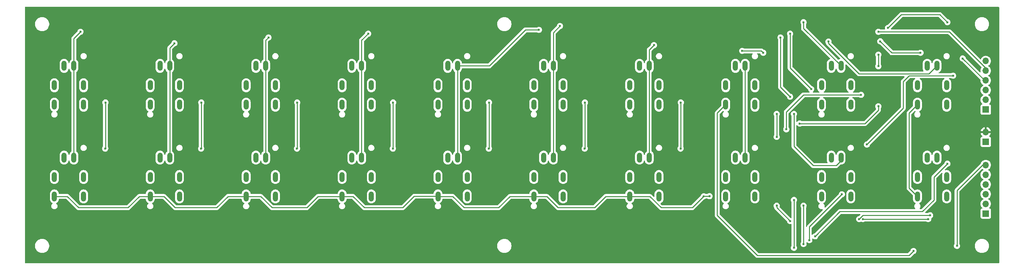
<source format=gbl>
G04 #@! TF.GenerationSoftware,KiCad,Pcbnew,8.0.4*
G04 #@! TF.CreationDate,2024-09-19T19:58:35+02:00*
G04 #@! TF.ProjectId,Buttons_Flash,42757474-6f6e-4735-9f46-6c6173682e6b,rev?*
G04 #@! TF.SameCoordinates,Original*
G04 #@! TF.FileFunction,Copper,L2,Bot*
G04 #@! TF.FilePolarity,Positive*
%FSLAX46Y46*%
G04 Gerber Fmt 4.6, Leading zero omitted, Abs format (unit mm)*
G04 Created by KiCad (PCBNEW 8.0.4) date 2024-09-19 19:58:35*
%MOMM*%
%LPD*%
G01*
G04 APERTURE LIST*
G04 #@! TA.AperFunction,ComponentPad*
%ADD10O,1.320800X2.641600*%
G04 #@! TD*
G04 #@! TA.AperFunction,ComponentPad*
%ADD11R,1.700000X1.700000*%
G04 #@! TD*
G04 #@! TA.AperFunction,ComponentPad*
%ADD12O,1.700000X1.700000*%
G04 #@! TD*
G04 #@! TA.AperFunction,ViaPad*
%ADD13C,0.600000*%
G04 #@! TD*
G04 #@! TA.AperFunction,Conductor*
%ADD14C,0.254000*%
G04 #@! TD*
G04 #@! TA.AperFunction,Conductor*
%ADD15C,0.508000*%
G04 #@! TD*
G04 APERTURE END LIST*
D10*
X55730000Y-97920000D03*
X58270000Y-97920000D03*
X53190000Y-103000000D03*
X60810000Y-103000000D03*
X53190000Y-108080000D03*
X60810000Y-108080000D03*
X230730000Y-121920000D03*
X233270000Y-121920000D03*
X228190000Y-127000000D03*
X235810000Y-127000000D03*
X228190000Y-132080000D03*
X235810000Y-132080000D03*
X80730000Y-121920000D03*
X83270000Y-121920000D03*
X78190000Y-127000000D03*
X85810000Y-127000000D03*
X78190000Y-132080000D03*
X85810000Y-132080000D03*
X180730000Y-97920000D03*
X183270000Y-97920000D03*
X178190000Y-103000000D03*
X185810000Y-103000000D03*
X178190000Y-108080000D03*
X185810000Y-108080000D03*
X205730000Y-121920000D03*
X208270000Y-121920000D03*
X203190000Y-127000000D03*
X210810000Y-127000000D03*
X203190000Y-132080000D03*
X210810000Y-132080000D03*
X105730000Y-97920000D03*
X108270000Y-97920000D03*
X103190000Y-103000000D03*
X110810000Y-103000000D03*
X103190000Y-108080000D03*
X110810000Y-108080000D03*
X155730000Y-97920000D03*
X158270000Y-97920000D03*
X153190000Y-103000000D03*
X160810000Y-103000000D03*
X153190000Y-108080000D03*
X160810000Y-108080000D03*
X205730000Y-97920000D03*
X208270000Y-97920000D03*
X203190000Y-103000000D03*
X210810000Y-103000000D03*
X203190000Y-108080000D03*
X210810000Y-108080000D03*
X55730000Y-121920000D03*
X58270000Y-121920000D03*
X53190000Y-127000000D03*
X60810000Y-127000000D03*
X53190000Y-132080000D03*
X60810000Y-132080000D03*
X230730000Y-97920000D03*
X233270000Y-97920000D03*
X228190000Y-103000000D03*
X235810000Y-103000000D03*
X228190000Y-108080000D03*
X235810000Y-108080000D03*
X130730000Y-97920000D03*
X133270000Y-97920000D03*
X128190000Y-103000000D03*
X135810000Y-103000000D03*
X128190000Y-108080000D03*
X135810000Y-108080000D03*
X180730000Y-121920000D03*
X183270000Y-121920000D03*
X178190000Y-127000000D03*
X185810000Y-127000000D03*
X178190000Y-132080000D03*
X185810000Y-132080000D03*
X155730000Y-121920000D03*
X158270000Y-121920000D03*
X153190000Y-127000000D03*
X160810000Y-127000000D03*
X153190000Y-132080000D03*
X160810000Y-132080000D03*
X105730000Y-121920000D03*
X108270000Y-121920000D03*
X103190000Y-127000000D03*
X110810000Y-127000000D03*
X103190000Y-132080000D03*
X110810000Y-132080000D03*
X130730000Y-121920000D03*
X133270000Y-121920000D03*
X128190000Y-127000000D03*
X135810000Y-127000000D03*
X128190000Y-132080000D03*
X135810000Y-132080000D03*
X30730000Y-97920000D03*
X33270000Y-97920000D03*
X28190000Y-103000000D03*
X35810000Y-103000000D03*
X28190000Y-108080000D03*
X35810000Y-108080000D03*
X30730000Y-121920000D03*
X33270000Y-121920000D03*
X28190000Y-127000000D03*
X35810000Y-127000000D03*
X28190000Y-132080000D03*
X35810000Y-132080000D03*
X255730000Y-97920000D03*
X258270000Y-97920000D03*
X253190000Y-103000000D03*
X260810000Y-103000000D03*
X253190000Y-108080000D03*
X260810000Y-108080000D03*
X255730000Y-121920000D03*
X258270000Y-121920000D03*
X253190000Y-127000000D03*
X260810000Y-127000000D03*
X253190000Y-132080000D03*
X260810000Y-132080000D03*
X80730000Y-97920000D03*
X83270000Y-97920000D03*
X78190000Y-103000000D03*
X85810000Y-103000000D03*
X78190000Y-108080000D03*
X85810000Y-108080000D03*
D11*
X271000000Y-109350000D03*
D12*
X271000000Y-106810000D03*
X271000000Y-104270000D03*
X271000000Y-101730000D03*
X271000000Y-99190000D03*
X271000000Y-96650000D03*
D11*
X271000000Y-117775000D03*
D12*
X271000000Y-115235000D03*
D11*
X271000000Y-136540000D03*
D12*
X271000000Y-134000000D03*
X271000000Y-131460000D03*
X271000000Y-128920000D03*
X271000000Y-126380000D03*
X271000000Y-123840000D03*
D13*
X244500000Y-90500000D03*
X135000000Y-84500000D03*
X47000000Y-90000000D03*
X144500000Y-122000000D03*
X194500000Y-122500000D03*
X236000000Y-85000000D03*
X112000000Y-115000000D03*
X226000000Y-100000000D03*
X98000000Y-101000000D03*
X245000000Y-126000000D03*
X228000000Y-83500000D03*
X254000000Y-117500000D03*
X196000000Y-113500000D03*
X49000000Y-138587500D03*
X69500000Y-122500000D03*
X70000000Y-101000000D03*
X265000000Y-147500000D03*
X97500000Y-136000000D03*
X171500000Y-101000000D03*
X234500000Y-114500000D03*
X257500000Y-102000000D03*
X241000000Y-93000000D03*
X225500000Y-133500000D03*
X243500000Y-86000000D03*
X147500000Y-101500000D03*
X197000000Y-101000000D03*
X26500000Y-141000000D03*
X226500000Y-86000000D03*
X121500000Y-99000000D03*
X232000000Y-119000000D03*
X241000000Y-141500000D03*
X44500000Y-122000000D03*
X273000000Y-90500000D03*
X26000000Y-114500000D03*
X124000000Y-135087500D03*
X248500000Y-113500000D03*
X267000000Y-113500000D03*
X135500000Y-88000000D03*
X232500000Y-134500000D03*
X243500000Y-139000000D03*
X265500000Y-84500000D03*
X249500000Y-134000000D03*
X71000000Y-114000000D03*
X247000000Y-146500000D03*
X228500000Y-139000000D03*
X94500000Y-121500000D03*
X155500000Y-84500000D03*
X74500000Y-137175000D03*
X245000000Y-95500000D03*
X267500000Y-122500000D03*
X104500000Y-88000000D03*
X43000000Y-99000000D03*
X96000000Y-146500000D03*
X150000000Y-113500000D03*
X162000000Y-138500000D03*
X252500000Y-87500000D03*
X256000000Y-146500000D03*
X238000000Y-143000000D03*
X169500000Y-122500000D03*
X120000000Y-122000000D03*
X68500000Y-92500000D03*
X242500000Y-92500000D03*
X251500000Y-105500000D03*
X261500000Y-98000000D03*
X264500000Y-115500000D03*
X226500000Y-116500000D03*
X249500000Y-146000000D03*
X242500000Y-85500000D03*
X252000000Y-96000000D03*
X230000000Y-149000000D03*
X260000000Y-91500000D03*
X246500000Y-103500000D03*
X239000000Y-96000000D03*
X121000000Y-92500000D03*
X95500000Y-92500000D03*
X174500000Y-137500000D03*
X242500000Y-87000000D03*
X205500000Y-95500000D03*
X197500000Y-136500000D03*
X261000000Y-146000000D03*
X218000000Y-129500000D03*
X181500000Y-147500000D03*
X231000000Y-110500000D03*
X30000000Y-86500000D03*
X221000000Y-133000000D03*
X221000000Y-145500000D03*
X238500000Y-105500000D03*
X219000000Y-114500000D03*
X41437500Y-119562500D03*
X41500000Y-107500000D03*
X223500000Y-134500000D03*
X223500000Y-144500000D03*
X66500000Y-107500000D03*
X240000000Y-118500000D03*
X66437500Y-119562500D03*
X262500000Y-100500000D03*
X91437500Y-119562500D03*
X91500000Y-107500000D03*
X225000000Y-143500000D03*
X233500000Y-131500000D03*
X226500000Y-142500000D03*
X116437500Y-119562500D03*
X261000000Y-123500000D03*
X116500000Y-107500000D03*
X141437500Y-119562500D03*
X141500000Y-107500000D03*
X166500000Y-107500000D03*
X166437500Y-119562500D03*
X191500000Y-107500000D03*
X191437500Y-119562500D03*
X216500000Y-134500000D03*
X216500000Y-110500000D03*
X220000000Y-138500000D03*
X216500000Y-116500000D03*
X263500000Y-145000000D03*
X239000000Y-138000000D03*
X256000000Y-138000000D03*
X238000000Y-138000000D03*
X256500000Y-137000000D03*
X265000000Y-96000000D03*
X254000000Y-94500000D03*
X243500000Y-91500000D03*
X243000000Y-89000000D03*
X261000000Y-86500000D03*
X245500000Y-88000000D03*
X207500000Y-94000000D03*
X213000000Y-94500000D03*
X243000000Y-98000000D03*
X243000000Y-95000000D03*
X243000000Y-108500000D03*
X222500000Y-113000000D03*
X252175000Y-146325000D03*
X35000000Y-89000000D03*
X223500000Y-86500000D03*
X199000000Y-132000000D03*
X59500000Y-92000000D03*
X230000000Y-91575000D03*
X220000000Y-106000000D03*
X217500000Y-90500000D03*
X84000000Y-90500000D03*
X221000000Y-110500000D03*
X220000000Y-89500000D03*
X225500000Y-104000000D03*
X110000000Y-89500000D03*
X154500000Y-88500000D03*
X160000000Y-87500000D03*
X184500000Y-92500000D03*
D14*
X223500000Y-105500000D02*
X238500000Y-105500000D01*
X41500000Y-107500000D02*
X41500000Y-119500000D01*
X219000000Y-114500000D02*
X219000000Y-110000000D01*
X221000000Y-145500000D02*
X221000000Y-133000000D01*
X219000000Y-110000000D02*
X223500000Y-105500000D01*
D15*
X41500000Y-119500000D02*
X41437500Y-119562500D01*
D14*
X66500000Y-107500000D02*
X66500000Y-119500000D01*
X249500000Y-102000000D02*
X251000000Y-100500000D01*
D15*
X66500000Y-119500000D02*
X66437500Y-119562500D01*
D14*
X223500000Y-144500000D02*
X223500000Y-134500000D01*
X240000000Y-118500000D02*
X249500000Y-109000000D01*
X251000000Y-100500000D02*
X262500000Y-100500000D01*
X249500000Y-109000000D02*
X249500000Y-102000000D01*
X225000000Y-140000000D02*
X225000000Y-143500000D01*
X233500000Y-131500000D02*
X225000000Y-140000000D01*
D15*
X91500000Y-119500000D02*
X91437500Y-119562500D01*
D14*
X91500000Y-107500000D02*
X91500000Y-119500000D01*
X254500000Y-136000000D02*
X233000000Y-136000000D01*
X116500000Y-107500000D02*
X116500000Y-119500000D01*
X261000000Y-123500000D02*
X257500000Y-127000000D01*
D15*
X116500000Y-119500000D02*
X116437500Y-119562500D01*
D14*
X257500000Y-133000000D02*
X254500000Y-136000000D01*
X257500000Y-127000000D02*
X257500000Y-133000000D01*
X233000000Y-136000000D02*
X226500000Y-142500000D01*
D15*
X141500000Y-119500000D02*
X141437500Y-119562500D01*
D14*
X141500000Y-107500000D02*
X141500000Y-119500000D01*
D15*
X166500000Y-119500000D02*
X166437500Y-119562500D01*
D14*
X166500000Y-107500000D02*
X166500000Y-119500000D01*
X191500000Y-107500000D02*
X191500000Y-119500000D01*
D15*
X191500000Y-119500000D02*
X191437500Y-119562500D01*
D14*
X216500000Y-135000000D02*
X216500000Y-134500000D01*
X220000000Y-138500000D02*
X216500000Y-135000000D01*
X216500000Y-110500000D02*
X216500000Y-116500000D01*
X270160000Y-123840000D02*
X271000000Y-123840000D01*
X263500000Y-145000000D02*
X263500000Y-130500000D01*
X263500000Y-130500000D02*
X270160000Y-123840000D01*
X239000000Y-138000000D02*
X256000000Y-138000000D01*
X239000000Y-137000000D02*
X238000000Y-138000000D01*
X256500000Y-137000000D02*
X239000000Y-137000000D01*
X265000000Y-96000000D02*
X270730000Y-101730000D01*
X246500000Y-94500000D02*
X243500000Y-91500000D01*
X270730000Y-101730000D02*
X271000000Y-101730000D01*
X254000000Y-94500000D02*
X246500000Y-94500000D01*
X271000000Y-98500000D02*
X271000000Y-99190000D01*
X243000000Y-89000000D02*
X261500000Y-89000000D01*
X261500000Y-89000000D02*
X271000000Y-98500000D01*
X261000000Y-86500000D02*
X259000000Y-84500000D01*
X249000000Y-84500000D02*
X245500000Y-88000000D01*
X259000000Y-84500000D02*
X249000000Y-84500000D01*
X207500000Y-94000000D02*
X212500000Y-94000000D01*
X212500000Y-94000000D02*
X213000000Y-94500000D01*
X243000000Y-109500000D02*
X243000000Y-108500000D01*
X239500000Y-113000000D02*
X243000000Y-109500000D01*
X222500000Y-113000000D02*
X239500000Y-113000000D01*
X243000000Y-95000000D02*
X243000000Y-98000000D01*
X201000000Y-137000000D02*
X201000000Y-110270000D01*
X201000000Y-110270000D02*
X203190000Y-108080000D01*
X252175000Y-146325000D02*
X251000000Y-147500000D01*
X211500000Y-147500000D02*
X201000000Y-137000000D01*
X251000000Y-147500000D02*
X211500000Y-147500000D01*
X223500000Y-88150000D02*
X233270000Y-97920000D01*
X35000000Y-89000000D02*
X33270000Y-90730000D01*
X33270000Y-90730000D02*
X33270000Y-97920000D01*
X223500000Y-86500000D02*
X223500000Y-88150000D01*
X33270000Y-97920000D02*
X33270000Y-121920000D01*
X178190000Y-132080000D02*
X171920000Y-132080000D01*
X82020000Y-132080000D02*
X84940000Y-135000000D01*
X146920000Y-132080000D02*
X153190000Y-132080000D01*
X183460000Y-132080000D02*
X186380000Y-135000000D01*
X132080000Y-132080000D02*
X135000000Y-135000000D01*
X119000000Y-135000000D02*
X122000000Y-132000000D01*
X50332500Y-132080000D02*
X47412500Y-135000000D01*
X186380000Y-135000000D02*
X194500000Y-135000000D01*
X78190000Y-132080000D02*
X73420000Y-132080000D01*
X106080000Y-132080000D02*
X109000000Y-135000000D01*
X159500000Y-135000000D02*
X156580000Y-132080000D01*
X156580000Y-132080000D02*
X153190000Y-132080000D01*
X169000000Y-135000000D02*
X159500000Y-135000000D01*
X47412500Y-135000000D02*
X34500000Y-135000000D01*
X96920000Y-132080000D02*
X103190000Y-132080000D01*
X194500000Y-135000000D02*
X197420000Y-132080000D01*
D15*
X197420000Y-132080000D02*
X197500000Y-132000000D01*
D14*
X70500000Y-135000000D02*
X59690000Y-135000000D01*
X122000000Y-132000000D02*
X128190000Y-132000000D01*
X34500000Y-135000000D02*
X31580000Y-132080000D01*
X31580000Y-132080000D02*
X28190000Y-132080000D01*
X178190000Y-132080000D02*
X183460000Y-132080000D01*
X94000000Y-135000000D02*
X96920000Y-132080000D01*
X109000000Y-135000000D02*
X119000000Y-135000000D01*
X84940000Y-135000000D02*
X94000000Y-135000000D01*
X59690000Y-135000000D02*
X56770000Y-132080000D01*
X56770000Y-132080000D02*
X53190000Y-132080000D01*
X103270000Y-132080000D02*
X106080000Y-132080000D01*
X197500000Y-132000000D02*
X199000000Y-132000000D01*
X171920000Y-132080000D02*
X169000000Y-135000000D01*
X53190000Y-132080000D02*
X50332500Y-132080000D01*
X128190000Y-132080000D02*
X132080000Y-132080000D01*
X78190000Y-132080000D02*
X82020000Y-132080000D01*
X144000000Y-135000000D02*
X146920000Y-132080000D01*
X73420000Y-132080000D02*
X70500000Y-135000000D01*
X135000000Y-135000000D02*
X144000000Y-135000000D01*
X251000000Y-129890000D02*
X251000000Y-110270000D01*
X253190000Y-132080000D02*
X251000000Y-129890000D01*
X251000000Y-110270000D02*
X253190000Y-108080000D01*
X230000000Y-91575000D02*
X230000000Y-92000000D01*
X58270000Y-97920000D02*
X58270000Y-93230000D01*
X230000000Y-92000000D02*
X238000000Y-100000000D01*
X58270000Y-97920000D02*
X58270000Y-121920000D01*
X256190000Y-100000000D02*
X258270000Y-97920000D01*
X238000000Y-100000000D02*
X256190000Y-100000000D01*
X58270000Y-93230000D02*
X59500000Y-92000000D01*
X232000000Y-124000000D02*
X233270000Y-122730000D01*
X217500000Y-90500000D02*
X217500000Y-103500000D01*
X233270000Y-122730000D02*
X233270000Y-121920000D01*
X226000000Y-124000000D02*
X232000000Y-124000000D01*
X217500000Y-103500000D02*
X220000000Y-106000000D01*
X221000000Y-119000000D02*
X226000000Y-124000000D01*
X83270000Y-97920000D02*
X83270000Y-121920000D01*
X221000000Y-110500000D02*
X221000000Y-119000000D01*
X84000000Y-90500000D02*
X83270000Y-91230000D01*
X83270000Y-91230000D02*
X83270000Y-97920000D01*
X220000000Y-98500000D02*
X225500000Y-104000000D01*
X108270000Y-97920000D02*
X108270000Y-91230000D01*
X108270000Y-97920000D02*
X108270000Y-121920000D01*
X220000000Y-89500000D02*
X220000000Y-98500000D01*
X108270000Y-91230000D02*
X110000000Y-89500000D01*
X133270000Y-97920000D02*
X133270000Y-121920000D01*
X151000000Y-88500000D02*
X141580000Y-97920000D01*
X154500000Y-88500000D02*
X151000000Y-88500000D01*
X141580000Y-97920000D02*
X133270000Y-97920000D01*
X158270000Y-89230000D02*
X160000000Y-87500000D01*
X158270000Y-97920000D02*
X158270000Y-121920000D01*
X158270000Y-97920000D02*
X158270000Y-89230000D01*
X183270000Y-97920000D02*
X183270000Y-121920000D01*
X183270000Y-93730000D02*
X184500000Y-92500000D01*
X183270000Y-97920000D02*
X183270000Y-93730000D01*
X208270000Y-97920000D02*
X208270000Y-121920000D01*
G04 #@! TA.AperFunction,Conductor*
G36*
X274442539Y-82520185D02*
G01*
X274488294Y-82572989D01*
X274499500Y-82624500D01*
X274499500Y-149375500D01*
X274479815Y-149442539D01*
X274427011Y-149488294D01*
X274375500Y-149499500D01*
X20624500Y-149499500D01*
X20557461Y-149479815D01*
X20511706Y-149427011D01*
X20500500Y-149375500D01*
X20500500Y-144878711D01*
X23149500Y-144878711D01*
X23149500Y-145121288D01*
X23181161Y-145361785D01*
X23243947Y-145596104D01*
X23330709Y-145805565D01*
X23336776Y-145820212D01*
X23458064Y-146030289D01*
X23458066Y-146030292D01*
X23458067Y-146030293D01*
X23605733Y-146222736D01*
X23605739Y-146222743D01*
X23777256Y-146394260D01*
X23777262Y-146394265D01*
X23969711Y-146541936D01*
X24179788Y-146663224D01*
X24403900Y-146756054D01*
X24638211Y-146818838D01*
X24818586Y-146842584D01*
X24878711Y-146850500D01*
X24878712Y-146850500D01*
X25121289Y-146850500D01*
X25169388Y-146844167D01*
X25361789Y-146818838D01*
X25596100Y-146756054D01*
X25820212Y-146663224D01*
X26030289Y-146541936D01*
X26222738Y-146394265D01*
X26394265Y-146222738D01*
X26541936Y-146030289D01*
X26663224Y-145820212D01*
X26756054Y-145596100D01*
X26818838Y-145361789D01*
X26850500Y-145121288D01*
X26850500Y-144878712D01*
X26850500Y-144878711D01*
X143649500Y-144878711D01*
X143649500Y-145121288D01*
X143681161Y-145361785D01*
X143743947Y-145596104D01*
X143830709Y-145805565D01*
X143836776Y-145820212D01*
X143958064Y-146030289D01*
X143958066Y-146030292D01*
X143958067Y-146030293D01*
X144105733Y-146222736D01*
X144105739Y-146222743D01*
X144277256Y-146394260D01*
X144277262Y-146394265D01*
X144469711Y-146541936D01*
X144679788Y-146663224D01*
X144903900Y-146756054D01*
X145138211Y-146818838D01*
X145318586Y-146842584D01*
X145378711Y-146850500D01*
X145378712Y-146850500D01*
X145621289Y-146850500D01*
X145669388Y-146844167D01*
X145861789Y-146818838D01*
X146096100Y-146756054D01*
X146320212Y-146663224D01*
X146530289Y-146541936D01*
X146722738Y-146394265D01*
X146894265Y-146222738D01*
X147041936Y-146030289D01*
X147163224Y-145820212D01*
X147256054Y-145596100D01*
X147318838Y-145361789D01*
X147350500Y-145121288D01*
X147350500Y-144878712D01*
X147318838Y-144638211D01*
X147256054Y-144403900D01*
X147163224Y-144179788D01*
X147041936Y-143969711D01*
X146894265Y-143777262D01*
X146894260Y-143777256D01*
X146722743Y-143605739D01*
X146722736Y-143605733D01*
X146530293Y-143458067D01*
X146530292Y-143458066D01*
X146530289Y-143458064D01*
X146320212Y-143336776D01*
X146244862Y-143305565D01*
X146096104Y-143243947D01*
X145861785Y-143181161D01*
X145621289Y-143149500D01*
X145621288Y-143149500D01*
X145378712Y-143149500D01*
X145378711Y-143149500D01*
X145138214Y-143181161D01*
X144903895Y-143243947D01*
X144679794Y-143336773D01*
X144679785Y-143336777D01*
X144469706Y-143458067D01*
X144277263Y-143605733D01*
X144277256Y-143605739D01*
X144105739Y-143777256D01*
X144105733Y-143777263D01*
X143958067Y-143969706D01*
X143836777Y-144179785D01*
X143836773Y-144179794D01*
X143743947Y-144403895D01*
X143681161Y-144638214D01*
X143649500Y-144878711D01*
X26850500Y-144878711D01*
X26818838Y-144638211D01*
X26756054Y-144403900D01*
X26663224Y-144179788D01*
X26541936Y-143969711D01*
X26394265Y-143777262D01*
X26394260Y-143777256D01*
X26222743Y-143605739D01*
X26222736Y-143605733D01*
X26030293Y-143458067D01*
X26030292Y-143458066D01*
X26030289Y-143458064D01*
X25820212Y-143336776D01*
X25744862Y-143305565D01*
X25596104Y-143243947D01*
X25361785Y-143181161D01*
X25121289Y-143149500D01*
X25121288Y-143149500D01*
X24878712Y-143149500D01*
X24878711Y-143149500D01*
X24638214Y-143181161D01*
X24403895Y-143243947D01*
X24179794Y-143336773D01*
X24179785Y-143336777D01*
X23969706Y-143458067D01*
X23777263Y-143605733D01*
X23777256Y-143605739D01*
X23605739Y-143777256D01*
X23605733Y-143777263D01*
X23458067Y-143969706D01*
X23336777Y-144179785D01*
X23336773Y-144179794D01*
X23243947Y-144403895D01*
X23181161Y-144638214D01*
X23149500Y-144878711D01*
X20500500Y-144878711D01*
X20500500Y-131328229D01*
X27029100Y-131328229D01*
X27029100Y-132831770D01*
X27055746Y-133000003D01*
X27057685Y-133012245D01*
X27114152Y-133186031D01*
X27197109Y-133348844D01*
X27304515Y-133496676D01*
X27433724Y-133625885D01*
X27528075Y-133694435D01*
X27581557Y-133733292D01*
X27664698Y-133775654D01*
X27715495Y-133823628D01*
X27732290Y-133891449D01*
X27709753Y-133957584D01*
X27677299Y-133989238D01*
X27674105Y-133991372D01*
X27674097Y-133991378D01*
X27561378Y-134104097D01*
X27561375Y-134104101D01*
X27472811Y-134236646D01*
X27472806Y-134236655D01*
X27411801Y-134383935D01*
X27411799Y-134383943D01*
X27380700Y-134540286D01*
X27380700Y-134699713D01*
X27411799Y-134856056D01*
X27411801Y-134856064D01*
X27472806Y-135003344D01*
X27472811Y-135003353D01*
X27561375Y-135135898D01*
X27561378Y-135135902D01*
X27674097Y-135248621D01*
X27674101Y-135248624D01*
X27806646Y-135337188D01*
X27806653Y-135337192D01*
X27953936Y-135398199D01*
X28110286Y-135429299D01*
X28110289Y-135429300D01*
X28110291Y-135429300D01*
X28269711Y-135429300D01*
X28269712Y-135429299D01*
X28426064Y-135398199D01*
X28573347Y-135337192D01*
X28573353Y-135337188D01*
X28580441Y-135332452D01*
X28705899Y-135248624D01*
X28818624Y-135135899D01*
X28907192Y-135003347D01*
X28968199Y-134856064D01*
X28999300Y-134699709D01*
X28999300Y-134540291D01*
X28999300Y-134540288D01*
X28999299Y-134540286D01*
X28968200Y-134383943D01*
X28968199Y-134383936D01*
X28907192Y-134236653D01*
X28907191Y-134236652D01*
X28907188Y-134236646D01*
X28818624Y-134104101D01*
X28818621Y-134104097D01*
X28705902Y-133991378D01*
X28705897Y-133991374D01*
X28702706Y-133989242D01*
X28701411Y-133987692D01*
X28701191Y-133987512D01*
X28701225Y-133987470D01*
X28657900Y-133935630D01*
X28649191Y-133866306D01*
X28679345Y-133803278D01*
X28715299Y-133775654D01*
X28798444Y-133733291D01*
X28946276Y-133625885D01*
X29075485Y-133496676D01*
X29182891Y-133348844D01*
X29265848Y-133186031D01*
X29322315Y-133012245D01*
X29335019Y-132932031D01*
X29350900Y-132831770D01*
X29350900Y-132831500D01*
X29350929Y-132831400D01*
X29351282Y-132826915D01*
X29352224Y-132826989D01*
X29370585Y-132764461D01*
X29423389Y-132718706D01*
X29474900Y-132707500D01*
X31268719Y-132707500D01*
X31335758Y-132727185D01*
X31356400Y-132743819D01*
X34012589Y-135400008D01*
X34056494Y-135443913D01*
X34099994Y-135487413D01*
X34099996Y-135487414D01*
X34202756Y-135556076D01*
X34202758Y-135556077D01*
X34202767Y-135556083D01*
X34227772Y-135566440D01*
X34250071Y-135575677D01*
X34283042Y-135589334D01*
X34316966Y-135603386D01*
X34438192Y-135627499D01*
X34438196Y-135627500D01*
X34438197Y-135627500D01*
X47474304Y-135627500D01*
X47474305Y-135627499D01*
X47595535Y-135603386D01*
X47676284Y-135569937D01*
X47709733Y-135556083D01*
X47812508Y-135487411D01*
X47899911Y-135400008D01*
X50556100Y-132743819D01*
X50617423Y-132710334D01*
X50643781Y-132707500D01*
X51905100Y-132707500D01*
X51972139Y-132727185D01*
X52017894Y-132779989D01*
X52028112Y-132826962D01*
X52028718Y-132826915D01*
X52029066Y-132831345D01*
X52029100Y-132831500D01*
X52029100Y-132831770D01*
X52055746Y-133000003D01*
X52057685Y-133012245D01*
X52114152Y-133186031D01*
X52197109Y-133348844D01*
X52304515Y-133496676D01*
X52433724Y-133625885D01*
X52528075Y-133694435D01*
X52581557Y-133733292D01*
X52664698Y-133775654D01*
X52715495Y-133823628D01*
X52732290Y-133891449D01*
X52709753Y-133957584D01*
X52677299Y-133989238D01*
X52674105Y-133991372D01*
X52674097Y-133991378D01*
X52561378Y-134104097D01*
X52561375Y-134104101D01*
X52472811Y-134236646D01*
X52472806Y-134236655D01*
X52411801Y-134383935D01*
X52411799Y-134383943D01*
X52380700Y-134540286D01*
X52380700Y-134699713D01*
X52411799Y-134856056D01*
X52411801Y-134856064D01*
X52472806Y-135003344D01*
X52472811Y-135003353D01*
X52561375Y-135135898D01*
X52561378Y-135135902D01*
X52674097Y-135248621D01*
X52674101Y-135248624D01*
X52806646Y-135337188D01*
X52806653Y-135337192D01*
X52953936Y-135398199D01*
X53110286Y-135429299D01*
X53110289Y-135429300D01*
X53110291Y-135429300D01*
X53269711Y-135429300D01*
X53269712Y-135429299D01*
X53426064Y-135398199D01*
X53573347Y-135337192D01*
X53573353Y-135337188D01*
X53580441Y-135332452D01*
X53705899Y-135248624D01*
X53818624Y-135135899D01*
X53907192Y-135003347D01*
X53968199Y-134856064D01*
X53999300Y-134699709D01*
X53999300Y-134540291D01*
X53999300Y-134540288D01*
X53999299Y-134540286D01*
X53968200Y-134383943D01*
X53968199Y-134383936D01*
X53907192Y-134236653D01*
X53907191Y-134236652D01*
X53907188Y-134236646D01*
X53818624Y-134104101D01*
X53818621Y-134104097D01*
X53705902Y-133991378D01*
X53705897Y-133991374D01*
X53702706Y-133989242D01*
X53701411Y-133987692D01*
X53701191Y-133987512D01*
X53701225Y-133987470D01*
X53657900Y-133935630D01*
X53649191Y-133866306D01*
X53679345Y-133803278D01*
X53715299Y-133775654D01*
X53798444Y-133733291D01*
X53946276Y-133625885D01*
X54075485Y-133496676D01*
X54182891Y-133348844D01*
X54265848Y-133186031D01*
X54322315Y-133012245D01*
X54335019Y-132932031D01*
X54350900Y-132831770D01*
X54350900Y-132831500D01*
X54350929Y-132831400D01*
X54351282Y-132826915D01*
X54352224Y-132826989D01*
X54370585Y-132764461D01*
X54423389Y-132718706D01*
X54474900Y-132707500D01*
X56458719Y-132707500D01*
X56525758Y-132727185D01*
X56546400Y-132743819D01*
X59202589Y-135400008D01*
X59246494Y-135443913D01*
X59289994Y-135487413D01*
X59289996Y-135487414D01*
X59392756Y-135556076D01*
X59392758Y-135556077D01*
X59392767Y-135556083D01*
X59417772Y-135566440D01*
X59440071Y-135575677D01*
X59473042Y-135589334D01*
X59506966Y-135603386D01*
X59628192Y-135627499D01*
X59628196Y-135627500D01*
X59628197Y-135627500D01*
X70561804Y-135627500D01*
X70561805Y-135627499D01*
X70683035Y-135603386D01*
X70763784Y-135569937D01*
X70797233Y-135556083D01*
X70900008Y-135487411D01*
X70987411Y-135400008D01*
X73643600Y-132743819D01*
X73704923Y-132710334D01*
X73731281Y-132707500D01*
X76905100Y-132707500D01*
X76972139Y-132727185D01*
X77017894Y-132779989D01*
X77028112Y-132826962D01*
X77028718Y-132826915D01*
X77029066Y-132831345D01*
X77029100Y-132831500D01*
X77029100Y-132831770D01*
X77055746Y-133000003D01*
X77057685Y-133012245D01*
X77114152Y-133186031D01*
X77197109Y-133348844D01*
X77304515Y-133496676D01*
X77433724Y-133625885D01*
X77528075Y-133694435D01*
X77581557Y-133733292D01*
X77664698Y-133775654D01*
X77715495Y-133823628D01*
X77732290Y-133891449D01*
X77709753Y-133957584D01*
X77677299Y-133989238D01*
X77674105Y-133991372D01*
X77674097Y-133991378D01*
X77561378Y-134104097D01*
X77561375Y-134104101D01*
X77472811Y-134236646D01*
X77472806Y-134236655D01*
X77411801Y-134383935D01*
X77411799Y-134383943D01*
X77380700Y-134540286D01*
X77380700Y-134699713D01*
X77411799Y-134856056D01*
X77411801Y-134856064D01*
X77472806Y-135003344D01*
X77472811Y-135003353D01*
X77561375Y-135135898D01*
X77561378Y-135135902D01*
X77674097Y-135248621D01*
X77674101Y-135248624D01*
X77806646Y-135337188D01*
X77806653Y-135337192D01*
X77953936Y-135398199D01*
X78110286Y-135429299D01*
X78110289Y-135429300D01*
X78110291Y-135429300D01*
X78269711Y-135429300D01*
X78269712Y-135429299D01*
X78426064Y-135398199D01*
X78573347Y-135337192D01*
X78573353Y-135337188D01*
X78580441Y-135332452D01*
X78705899Y-135248624D01*
X78818624Y-135135899D01*
X78907192Y-135003347D01*
X78968199Y-134856064D01*
X78999300Y-134699709D01*
X78999300Y-134540291D01*
X78999300Y-134540288D01*
X78999299Y-134540286D01*
X78968200Y-134383943D01*
X78968199Y-134383936D01*
X78907192Y-134236653D01*
X78907191Y-134236652D01*
X78907188Y-134236646D01*
X78818624Y-134104101D01*
X78818621Y-134104097D01*
X78705902Y-133991378D01*
X78705897Y-133991374D01*
X78702706Y-133989242D01*
X78701411Y-133987692D01*
X78701191Y-133987512D01*
X78701225Y-133987470D01*
X78657900Y-133935630D01*
X78649191Y-133866306D01*
X78679345Y-133803278D01*
X78715299Y-133775654D01*
X78798444Y-133733291D01*
X78946276Y-133625885D01*
X79075485Y-133496676D01*
X79182891Y-133348844D01*
X79265848Y-133186031D01*
X79322315Y-133012245D01*
X79335019Y-132932031D01*
X79350900Y-132831770D01*
X79350900Y-132831500D01*
X79350929Y-132831400D01*
X79351282Y-132826915D01*
X79352224Y-132826989D01*
X79370585Y-132764461D01*
X79423389Y-132718706D01*
X79474900Y-132707500D01*
X81708719Y-132707500D01*
X81775758Y-132727185D01*
X81796400Y-132743819D01*
X84452589Y-135400008D01*
X84496494Y-135443913D01*
X84539994Y-135487413D01*
X84539996Y-135487414D01*
X84642756Y-135556076D01*
X84642758Y-135556077D01*
X84642767Y-135556083D01*
X84667772Y-135566440D01*
X84690071Y-135575677D01*
X84723042Y-135589334D01*
X84756966Y-135603386D01*
X84878192Y-135627499D01*
X84878196Y-135627500D01*
X84878197Y-135627500D01*
X94061804Y-135627500D01*
X94061805Y-135627499D01*
X94183035Y-135603386D01*
X94263784Y-135569937D01*
X94297233Y-135556083D01*
X94400008Y-135487411D01*
X94487411Y-135400008D01*
X97143600Y-132743819D01*
X97204923Y-132710334D01*
X97231281Y-132707500D01*
X101905100Y-132707500D01*
X101972139Y-132727185D01*
X102017894Y-132779989D01*
X102028112Y-132826962D01*
X102028718Y-132826915D01*
X102029066Y-132831345D01*
X102029100Y-132831500D01*
X102029100Y-132831770D01*
X102055746Y-133000003D01*
X102057685Y-133012245D01*
X102114152Y-133186031D01*
X102197109Y-133348844D01*
X102304515Y-133496676D01*
X102433724Y-133625885D01*
X102528075Y-133694435D01*
X102581557Y-133733292D01*
X102664698Y-133775654D01*
X102715495Y-133823628D01*
X102732290Y-133891449D01*
X102709753Y-133957584D01*
X102677299Y-133989238D01*
X102674105Y-133991372D01*
X102674097Y-133991378D01*
X102561378Y-134104097D01*
X102561375Y-134104101D01*
X102472811Y-134236646D01*
X102472806Y-134236655D01*
X102411801Y-134383935D01*
X102411799Y-134383943D01*
X102380700Y-134540286D01*
X102380700Y-134699713D01*
X102411799Y-134856056D01*
X102411801Y-134856064D01*
X102472806Y-135003344D01*
X102472811Y-135003353D01*
X102561375Y-135135898D01*
X102561378Y-135135902D01*
X102674097Y-135248621D01*
X102674101Y-135248624D01*
X102806646Y-135337188D01*
X102806653Y-135337192D01*
X102953936Y-135398199D01*
X103110286Y-135429299D01*
X103110289Y-135429300D01*
X103110291Y-135429300D01*
X103269711Y-135429300D01*
X103269712Y-135429299D01*
X103426064Y-135398199D01*
X103573347Y-135337192D01*
X103573353Y-135337188D01*
X103580441Y-135332452D01*
X103705899Y-135248624D01*
X103818624Y-135135899D01*
X103907192Y-135003347D01*
X103968199Y-134856064D01*
X103999300Y-134699709D01*
X103999300Y-134540291D01*
X103999300Y-134540288D01*
X103999299Y-134540286D01*
X103968200Y-134383943D01*
X103968199Y-134383936D01*
X103907192Y-134236653D01*
X103907191Y-134236652D01*
X103907188Y-134236646D01*
X103818624Y-134104101D01*
X103818621Y-134104097D01*
X103705902Y-133991378D01*
X103705897Y-133991374D01*
X103702706Y-133989242D01*
X103701411Y-133987692D01*
X103701191Y-133987512D01*
X103701225Y-133987470D01*
X103657900Y-133935630D01*
X103649191Y-133866306D01*
X103679345Y-133803278D01*
X103715299Y-133775654D01*
X103798444Y-133733291D01*
X103946276Y-133625885D01*
X104075485Y-133496676D01*
X104182891Y-133348844D01*
X104265848Y-133186031D01*
X104322315Y-133012245D01*
X104335019Y-132932031D01*
X104350900Y-132831770D01*
X104350900Y-132831500D01*
X104350929Y-132831400D01*
X104351282Y-132826915D01*
X104352224Y-132826989D01*
X104370585Y-132764461D01*
X104423389Y-132718706D01*
X104474900Y-132707500D01*
X105768719Y-132707500D01*
X105835758Y-132727185D01*
X105856400Y-132743819D01*
X108512589Y-135400008D01*
X108556494Y-135443913D01*
X108599994Y-135487413D01*
X108599996Y-135487414D01*
X108702756Y-135556076D01*
X108702758Y-135556077D01*
X108702767Y-135556083D01*
X108727772Y-135566440D01*
X108750071Y-135575677D01*
X108783042Y-135589334D01*
X108816966Y-135603386D01*
X108938192Y-135627499D01*
X108938196Y-135627500D01*
X108938197Y-135627500D01*
X119061804Y-135627500D01*
X119061805Y-135627499D01*
X119183035Y-135603386D01*
X119263784Y-135569937D01*
X119297233Y-135556083D01*
X119400008Y-135487411D01*
X119487411Y-135400008D01*
X122223600Y-132663819D01*
X122284923Y-132630334D01*
X122311281Y-132627500D01*
X126905100Y-132627500D01*
X126972139Y-132647185D01*
X127017894Y-132699989D01*
X127029100Y-132751500D01*
X127029100Y-132831770D01*
X127055746Y-133000003D01*
X127057685Y-133012245D01*
X127114152Y-133186031D01*
X127197109Y-133348844D01*
X127304515Y-133496676D01*
X127433724Y-133625885D01*
X127528075Y-133694435D01*
X127581557Y-133733292D01*
X127664698Y-133775654D01*
X127715495Y-133823628D01*
X127732290Y-133891449D01*
X127709753Y-133957584D01*
X127677299Y-133989238D01*
X127674105Y-133991372D01*
X127674097Y-133991378D01*
X127561378Y-134104097D01*
X127561375Y-134104101D01*
X127472811Y-134236646D01*
X127472806Y-134236655D01*
X127411801Y-134383935D01*
X127411799Y-134383943D01*
X127380700Y-134540286D01*
X127380700Y-134699713D01*
X127411799Y-134856056D01*
X127411801Y-134856064D01*
X127472806Y-135003344D01*
X127472811Y-135003353D01*
X127561375Y-135135898D01*
X127561378Y-135135902D01*
X127674097Y-135248621D01*
X127674101Y-135248624D01*
X127806646Y-135337188D01*
X127806653Y-135337192D01*
X127953936Y-135398199D01*
X128110286Y-135429299D01*
X128110289Y-135429300D01*
X128110291Y-135429300D01*
X128269711Y-135429300D01*
X128269712Y-135429299D01*
X128426064Y-135398199D01*
X128573347Y-135337192D01*
X128573353Y-135337188D01*
X128580441Y-135332452D01*
X128705899Y-135248624D01*
X128818624Y-135135899D01*
X128907192Y-135003347D01*
X128968199Y-134856064D01*
X128999300Y-134699709D01*
X128999300Y-134540291D01*
X128999300Y-134540288D01*
X128999299Y-134540286D01*
X128968200Y-134383943D01*
X128968199Y-134383936D01*
X128907192Y-134236653D01*
X128907191Y-134236652D01*
X128907188Y-134236646D01*
X128818624Y-134104101D01*
X128818621Y-134104097D01*
X128705902Y-133991378D01*
X128705897Y-133991374D01*
X128702706Y-133989242D01*
X128701411Y-133987692D01*
X128701191Y-133987512D01*
X128701225Y-133987470D01*
X128657900Y-133935630D01*
X128649191Y-133866306D01*
X128679345Y-133803278D01*
X128715299Y-133775654D01*
X128798444Y-133733291D01*
X128946276Y-133625885D01*
X129075485Y-133496676D01*
X129182891Y-133348844D01*
X129265848Y-133186031D01*
X129322315Y-133012245D01*
X129335019Y-132932031D01*
X129350900Y-132831770D01*
X129350900Y-132831500D01*
X129350929Y-132831400D01*
X129351282Y-132826915D01*
X129352224Y-132826989D01*
X129370585Y-132764461D01*
X129423389Y-132718706D01*
X129474900Y-132707500D01*
X131768719Y-132707500D01*
X131835758Y-132727185D01*
X131856400Y-132743819D01*
X134512589Y-135400008D01*
X134556494Y-135443913D01*
X134599994Y-135487413D01*
X134599996Y-135487414D01*
X134702756Y-135556076D01*
X134702758Y-135556077D01*
X134702767Y-135556083D01*
X134727772Y-135566440D01*
X134750071Y-135575677D01*
X134783042Y-135589334D01*
X134816966Y-135603386D01*
X134938192Y-135627499D01*
X134938196Y-135627500D01*
X134938197Y-135627500D01*
X144061804Y-135627500D01*
X144061805Y-135627499D01*
X144183035Y-135603386D01*
X144263784Y-135569937D01*
X144297233Y-135556083D01*
X144400008Y-135487411D01*
X144487411Y-135400008D01*
X147143600Y-132743819D01*
X147204923Y-132710334D01*
X147231281Y-132707500D01*
X151905100Y-132707500D01*
X151972139Y-132727185D01*
X152017894Y-132779989D01*
X152028112Y-132826962D01*
X152028718Y-132826915D01*
X152029066Y-132831345D01*
X152029100Y-132831500D01*
X152029100Y-132831770D01*
X152055746Y-133000003D01*
X152057685Y-133012245D01*
X152114152Y-133186031D01*
X152197109Y-133348844D01*
X152304515Y-133496676D01*
X152433724Y-133625885D01*
X152528075Y-133694435D01*
X152581557Y-133733292D01*
X152664698Y-133775654D01*
X152715495Y-133823628D01*
X152732290Y-133891449D01*
X152709753Y-133957584D01*
X152677299Y-133989238D01*
X152674105Y-133991372D01*
X152674097Y-133991378D01*
X152561378Y-134104097D01*
X152561375Y-134104101D01*
X152472811Y-134236646D01*
X152472806Y-134236655D01*
X152411801Y-134383935D01*
X152411799Y-134383943D01*
X152380700Y-134540286D01*
X152380700Y-134699713D01*
X152411799Y-134856056D01*
X152411801Y-134856064D01*
X152472806Y-135003344D01*
X152472811Y-135003353D01*
X152561375Y-135135898D01*
X152561378Y-135135902D01*
X152674097Y-135248621D01*
X152674101Y-135248624D01*
X152806646Y-135337188D01*
X152806653Y-135337192D01*
X152953936Y-135398199D01*
X153110286Y-135429299D01*
X153110289Y-135429300D01*
X153110291Y-135429300D01*
X153269711Y-135429300D01*
X153269712Y-135429299D01*
X153426064Y-135398199D01*
X153573347Y-135337192D01*
X153573353Y-135337188D01*
X153580441Y-135332452D01*
X153705899Y-135248624D01*
X153818624Y-135135899D01*
X153907192Y-135003347D01*
X153968199Y-134856064D01*
X153999300Y-134699709D01*
X153999300Y-134540291D01*
X153999300Y-134540288D01*
X153999299Y-134540286D01*
X153968200Y-134383943D01*
X153968199Y-134383936D01*
X153907192Y-134236653D01*
X153907191Y-134236652D01*
X153907188Y-134236646D01*
X153818624Y-134104101D01*
X153818621Y-134104097D01*
X153705902Y-133991378D01*
X153705897Y-133991374D01*
X153702706Y-133989242D01*
X153701411Y-133987692D01*
X153701191Y-133987512D01*
X153701225Y-133987470D01*
X153657900Y-133935630D01*
X153649191Y-133866306D01*
X153679345Y-133803278D01*
X153715299Y-133775654D01*
X153798444Y-133733291D01*
X153946276Y-133625885D01*
X154075485Y-133496676D01*
X154182891Y-133348844D01*
X154265848Y-133186031D01*
X154322315Y-133012245D01*
X154335019Y-132932031D01*
X154350900Y-132831770D01*
X154350900Y-132831500D01*
X154350929Y-132831400D01*
X154351282Y-132826915D01*
X154352224Y-132826989D01*
X154370585Y-132764461D01*
X154423389Y-132718706D01*
X154474900Y-132707500D01*
X156268719Y-132707500D01*
X156335758Y-132727185D01*
X156356400Y-132743819D01*
X159012589Y-135400008D01*
X159056494Y-135443913D01*
X159099994Y-135487413D01*
X159099996Y-135487414D01*
X159202756Y-135556076D01*
X159202758Y-135556077D01*
X159202767Y-135556083D01*
X159227772Y-135566440D01*
X159250071Y-135575677D01*
X159283042Y-135589334D01*
X159316966Y-135603386D01*
X159438192Y-135627499D01*
X159438196Y-135627500D01*
X159438197Y-135627500D01*
X169061804Y-135627500D01*
X169061805Y-135627499D01*
X169183035Y-135603386D01*
X169263784Y-135569937D01*
X169297233Y-135556083D01*
X169400008Y-135487411D01*
X169487411Y-135400008D01*
X172143600Y-132743819D01*
X172204923Y-132710334D01*
X172231281Y-132707500D01*
X176905100Y-132707500D01*
X176972139Y-132727185D01*
X177017894Y-132779989D01*
X177028112Y-132826962D01*
X177028718Y-132826915D01*
X177029066Y-132831345D01*
X177029100Y-132831500D01*
X177029100Y-132831770D01*
X177055746Y-133000003D01*
X177057685Y-133012245D01*
X177114152Y-133186031D01*
X177197109Y-133348844D01*
X177304515Y-133496676D01*
X177433724Y-133625885D01*
X177528075Y-133694435D01*
X177581557Y-133733292D01*
X177664698Y-133775654D01*
X177715495Y-133823628D01*
X177732290Y-133891449D01*
X177709753Y-133957584D01*
X177677299Y-133989238D01*
X177674105Y-133991372D01*
X177674097Y-133991378D01*
X177561378Y-134104097D01*
X177561375Y-134104101D01*
X177472811Y-134236646D01*
X177472806Y-134236655D01*
X177411801Y-134383935D01*
X177411799Y-134383943D01*
X177380700Y-134540286D01*
X177380700Y-134699713D01*
X177411799Y-134856056D01*
X177411801Y-134856064D01*
X177472806Y-135003344D01*
X177472811Y-135003353D01*
X177561375Y-135135898D01*
X177561378Y-135135902D01*
X177674097Y-135248621D01*
X177674101Y-135248624D01*
X177806646Y-135337188D01*
X177806653Y-135337192D01*
X177953936Y-135398199D01*
X178110286Y-135429299D01*
X178110289Y-135429300D01*
X178110291Y-135429300D01*
X178269711Y-135429300D01*
X178269712Y-135429299D01*
X178426064Y-135398199D01*
X178573347Y-135337192D01*
X178573353Y-135337188D01*
X178580441Y-135332452D01*
X178705899Y-135248624D01*
X178818624Y-135135899D01*
X178907192Y-135003347D01*
X178968199Y-134856064D01*
X178999300Y-134699709D01*
X178999300Y-134540291D01*
X178999300Y-134540288D01*
X178999299Y-134540286D01*
X178968200Y-134383943D01*
X178968199Y-134383936D01*
X178907192Y-134236653D01*
X178907191Y-134236652D01*
X178907188Y-134236646D01*
X178818624Y-134104101D01*
X178818621Y-134104097D01*
X178705902Y-133991378D01*
X178705897Y-133991374D01*
X178702706Y-133989242D01*
X178701411Y-133987692D01*
X178701191Y-133987512D01*
X178701225Y-133987470D01*
X178657900Y-133935630D01*
X178649191Y-133866306D01*
X178679345Y-133803278D01*
X178715299Y-133775654D01*
X178798444Y-133733291D01*
X178946276Y-133625885D01*
X179075485Y-133496676D01*
X179182891Y-133348844D01*
X179265848Y-133186031D01*
X179322315Y-133012245D01*
X179335019Y-132932031D01*
X179350900Y-132831770D01*
X179350900Y-132831500D01*
X179350929Y-132831400D01*
X179351282Y-132826915D01*
X179352224Y-132826989D01*
X179370585Y-132764461D01*
X179423389Y-132718706D01*
X179474900Y-132707500D01*
X183148719Y-132707500D01*
X183215758Y-132727185D01*
X183236400Y-132743819D01*
X185892589Y-135400008D01*
X185936494Y-135443913D01*
X185979994Y-135487413D01*
X185979996Y-135487414D01*
X186082756Y-135556076D01*
X186082758Y-135556077D01*
X186082767Y-135556083D01*
X186107772Y-135566440D01*
X186130071Y-135575677D01*
X186163042Y-135589334D01*
X186196966Y-135603386D01*
X186318192Y-135627499D01*
X186318196Y-135627500D01*
X186318197Y-135627500D01*
X194561804Y-135627500D01*
X194561805Y-135627499D01*
X194683035Y-135603386D01*
X194763784Y-135569937D01*
X194797233Y-135556083D01*
X194900008Y-135487411D01*
X194987411Y-135400008D01*
X197540874Y-132846543D01*
X197602195Y-132813060D01*
X197604254Y-132812631D01*
X197640079Y-132805505D01*
X197777389Y-132748630D01*
X197900966Y-132666059D01*
X197900969Y-132666056D01*
X197903207Y-132663819D01*
X197904667Y-132663021D01*
X197905676Y-132662194D01*
X197905832Y-132662385D01*
X197964530Y-132630334D01*
X197990888Y-132627500D01*
X198458328Y-132627500D01*
X198524300Y-132646506D01*
X198625881Y-132710334D01*
X198650478Y-132725789D01*
X198795116Y-132776400D01*
X198820745Y-132785368D01*
X198820750Y-132785369D01*
X198999996Y-132805565D01*
X199000000Y-132805565D01*
X199000004Y-132805565D01*
X199179249Y-132785369D01*
X199179252Y-132785368D01*
X199179255Y-132785368D01*
X199349522Y-132725789D01*
X199502262Y-132629816D01*
X199629816Y-132502262D01*
X199725789Y-132349522D01*
X199785368Y-132179255D01*
X199785369Y-132179249D01*
X199805565Y-132000003D01*
X199805565Y-131999996D01*
X199785369Y-131820750D01*
X199785368Y-131820745D01*
X199780390Y-131806519D01*
X199725789Y-131650478D01*
X199629816Y-131497738D01*
X199502262Y-131370184D01*
X199475700Y-131353494D01*
X199349523Y-131274211D01*
X199179254Y-131214631D01*
X199179249Y-131214630D01*
X199000004Y-131194435D01*
X198999996Y-131194435D01*
X198820750Y-131214630D01*
X198820745Y-131214631D01*
X198650476Y-131274211D01*
X198524300Y-131353494D01*
X198458328Y-131372500D01*
X197956560Y-131372500D01*
X197889521Y-131352815D01*
X197887669Y-131351602D01*
X197857395Y-131331373D01*
X197857382Y-131331366D01*
X197720083Y-131274496D01*
X197720073Y-131274493D01*
X197574314Y-131245499D01*
X197574312Y-131245499D01*
X197425688Y-131245499D01*
X197425686Y-131245499D01*
X197279927Y-131274493D01*
X197279919Y-131274495D01*
X197142609Y-131331370D01*
X197142606Y-131331371D01*
X197019034Y-131413940D01*
X197019030Y-131413943D01*
X196833942Y-131599031D01*
X196751372Y-131722607D01*
X196751366Y-131722618D01*
X196694495Y-131859918D01*
X196694494Y-131859923D01*
X196687389Y-131895639D01*
X196655002Y-131957550D01*
X196653453Y-131959126D01*
X194276400Y-134336181D01*
X194215077Y-134369666D01*
X194188719Y-134372500D01*
X186691281Y-134372500D01*
X186624242Y-134352815D01*
X186603600Y-134336181D01*
X186262394Y-133994975D01*
X186228909Y-133933652D01*
X186233893Y-133863960D01*
X186275765Y-133808027D01*
X186293774Y-133796812D01*
X186418444Y-133733291D01*
X186566276Y-133625885D01*
X186695485Y-133496676D01*
X186802891Y-133348844D01*
X186885848Y-133186031D01*
X186942315Y-133012245D01*
X186955019Y-132932031D01*
X186970900Y-132831770D01*
X186970900Y-131328229D01*
X186942315Y-131147758D01*
X186942315Y-131147755D01*
X186885848Y-130973969D01*
X186802891Y-130811156D01*
X186695485Y-130663324D01*
X186566276Y-130534115D01*
X186418444Y-130426709D01*
X186255631Y-130343752D01*
X186081845Y-130287285D01*
X186081843Y-130287284D01*
X186081841Y-130287284D01*
X185901370Y-130258700D01*
X185901365Y-130258700D01*
X185718635Y-130258700D01*
X185718630Y-130258700D01*
X185538158Y-130287284D01*
X185364366Y-130343753D01*
X185201555Y-130426709D01*
X185053721Y-130534117D01*
X184924517Y-130663321D01*
X184817109Y-130811155D01*
X184734153Y-130973966D01*
X184677684Y-131147758D01*
X184649100Y-131328229D01*
X184649100Y-132082318D01*
X184629415Y-132149357D01*
X184576611Y-132195112D01*
X184507453Y-132205056D01*
X184443897Y-132176031D01*
X184437419Y-132169999D01*
X183860011Y-131592591D01*
X183860007Y-131592588D01*
X183757239Y-131523920D01*
X183757226Y-131523913D01*
X183704044Y-131501885D01*
X183643035Y-131476614D01*
X183643027Y-131476612D01*
X183521807Y-131452500D01*
X183521803Y-131452500D01*
X179474900Y-131452500D01*
X179407861Y-131432815D01*
X179362106Y-131380011D01*
X179351887Y-131333037D01*
X179351282Y-131333085D01*
X179350933Y-131328654D01*
X179350900Y-131328500D01*
X179350900Y-131328229D01*
X179322315Y-131147758D01*
X179322315Y-131147755D01*
X179265848Y-130973969D01*
X179182891Y-130811156D01*
X179075485Y-130663324D01*
X178946276Y-130534115D01*
X178798444Y-130426709D01*
X178635631Y-130343752D01*
X178461845Y-130287285D01*
X178461843Y-130287284D01*
X178461841Y-130287284D01*
X178281370Y-130258700D01*
X178281365Y-130258700D01*
X178098635Y-130258700D01*
X178098630Y-130258700D01*
X177918158Y-130287284D01*
X177744366Y-130343753D01*
X177581555Y-130426709D01*
X177433721Y-130534117D01*
X177304517Y-130663321D01*
X177197109Y-130811155D01*
X177114153Y-130973966D01*
X177057684Y-131147758D01*
X177029100Y-131328229D01*
X177029100Y-131328500D01*
X177029070Y-131328599D01*
X177028718Y-131333085D01*
X177027775Y-131333010D01*
X177009415Y-131395539D01*
X176956611Y-131441294D01*
X176905100Y-131452500D01*
X171858192Y-131452500D01*
X171736973Y-131476612D01*
X171736965Y-131476614D01*
X171685969Y-131497738D01*
X171685968Y-131497738D01*
X171622773Y-131523913D01*
X171622760Y-131523920D01*
X171519992Y-131592588D01*
X171519988Y-131592591D01*
X168776400Y-134336181D01*
X168715077Y-134369666D01*
X168688719Y-134372500D01*
X159811281Y-134372500D01*
X159744242Y-134352815D01*
X159723600Y-134336181D01*
X156980011Y-131592591D01*
X156980007Y-131592588D01*
X156877239Y-131523920D01*
X156877226Y-131523913D01*
X156824044Y-131501885D01*
X156763035Y-131476614D01*
X156763027Y-131476612D01*
X156641807Y-131452500D01*
X156641803Y-131452500D01*
X154474900Y-131452500D01*
X154407861Y-131432815D01*
X154362106Y-131380011D01*
X154351887Y-131333037D01*
X154351282Y-131333085D01*
X154350933Y-131328654D01*
X154350900Y-131328500D01*
X154350900Y-131328229D01*
X159649100Y-131328229D01*
X159649100Y-132831770D01*
X159675746Y-133000003D01*
X159677685Y-133012245D01*
X159734152Y-133186031D01*
X159817109Y-133348844D01*
X159924515Y-133496676D01*
X160053724Y-133625885D01*
X160201556Y-133733291D01*
X160364369Y-133816248D01*
X160538155Y-133872715D01*
X160605835Y-133883434D01*
X160718630Y-133901300D01*
X160718635Y-133901300D01*
X160901370Y-133901300D01*
X161001631Y-133885419D01*
X161081845Y-133872715D01*
X161255631Y-133816248D01*
X161418444Y-133733291D01*
X161566276Y-133625885D01*
X161695485Y-133496676D01*
X161802891Y-133348844D01*
X161885848Y-133186031D01*
X161942315Y-133012245D01*
X161955019Y-132932031D01*
X161970900Y-132831770D01*
X161970900Y-131328229D01*
X161942315Y-131147758D01*
X161942315Y-131147755D01*
X161885848Y-130973969D01*
X161802891Y-130811156D01*
X161695485Y-130663324D01*
X161566276Y-130534115D01*
X161418444Y-130426709D01*
X161255631Y-130343752D01*
X161081845Y-130287285D01*
X161081843Y-130287284D01*
X161081841Y-130287284D01*
X160901370Y-130258700D01*
X160901365Y-130258700D01*
X160718635Y-130258700D01*
X160718630Y-130258700D01*
X160538158Y-130287284D01*
X160364366Y-130343753D01*
X160201555Y-130426709D01*
X160053721Y-130534117D01*
X159924517Y-130663321D01*
X159817109Y-130811155D01*
X159734153Y-130973966D01*
X159677684Y-131147758D01*
X159649100Y-131328229D01*
X154350900Y-131328229D01*
X154322315Y-131147758D01*
X154322315Y-131147755D01*
X154265848Y-130973969D01*
X154182891Y-130811156D01*
X154075485Y-130663324D01*
X153946276Y-130534115D01*
X153798444Y-130426709D01*
X153635631Y-130343752D01*
X153461845Y-130287285D01*
X153461843Y-130287284D01*
X153461841Y-130287284D01*
X153281370Y-130258700D01*
X153281365Y-130258700D01*
X153098635Y-130258700D01*
X153098630Y-130258700D01*
X152918158Y-130287284D01*
X152744366Y-130343753D01*
X152581555Y-130426709D01*
X152433721Y-130534117D01*
X152304517Y-130663321D01*
X152197109Y-130811155D01*
X152114153Y-130973966D01*
X152057684Y-131147758D01*
X152029100Y-131328229D01*
X152029100Y-131328500D01*
X152029070Y-131328599D01*
X152028718Y-131333085D01*
X152027775Y-131333010D01*
X152009415Y-131395539D01*
X151956611Y-131441294D01*
X151905100Y-131452500D01*
X146858192Y-131452500D01*
X146736973Y-131476612D01*
X146736965Y-131476614D01*
X146685969Y-131497738D01*
X146685968Y-131497738D01*
X146622773Y-131523913D01*
X146622760Y-131523920D01*
X146519992Y-131592588D01*
X146519988Y-131592591D01*
X143776400Y-134336181D01*
X143715077Y-134369666D01*
X143688719Y-134372500D01*
X135311281Y-134372500D01*
X135244242Y-134352815D01*
X135223600Y-134336181D01*
X132480011Y-131592591D01*
X132480007Y-131592588D01*
X132377239Y-131523920D01*
X132377226Y-131523913D01*
X132324044Y-131501885D01*
X132263035Y-131476614D01*
X132263027Y-131476612D01*
X132141807Y-131452500D01*
X132141803Y-131452500D01*
X129474900Y-131452500D01*
X129407861Y-131432815D01*
X129362106Y-131380011D01*
X129351887Y-131333037D01*
X129351282Y-131333085D01*
X129350933Y-131328654D01*
X129350900Y-131328500D01*
X129350900Y-131328229D01*
X134649100Y-131328229D01*
X134649100Y-132831770D01*
X134675746Y-133000003D01*
X134677685Y-133012245D01*
X134734152Y-133186031D01*
X134817109Y-133348844D01*
X134924515Y-133496676D01*
X135053724Y-133625885D01*
X135201556Y-133733291D01*
X135364369Y-133816248D01*
X135538155Y-133872715D01*
X135605835Y-133883434D01*
X135718630Y-133901300D01*
X135718635Y-133901300D01*
X135901370Y-133901300D01*
X136001631Y-133885419D01*
X136081845Y-133872715D01*
X136255631Y-133816248D01*
X136418444Y-133733291D01*
X136566276Y-133625885D01*
X136695485Y-133496676D01*
X136802891Y-133348844D01*
X136885848Y-133186031D01*
X136942315Y-133012245D01*
X136955019Y-132932031D01*
X136970900Y-132831770D01*
X136970900Y-131328229D01*
X136942315Y-131147758D01*
X136942315Y-131147755D01*
X136885848Y-130973969D01*
X136802891Y-130811156D01*
X136695485Y-130663324D01*
X136566276Y-130534115D01*
X136418444Y-130426709D01*
X136255631Y-130343752D01*
X136081845Y-130287285D01*
X136081843Y-130287284D01*
X136081841Y-130287284D01*
X135901370Y-130258700D01*
X135901365Y-130258700D01*
X135718635Y-130258700D01*
X135718630Y-130258700D01*
X135538158Y-130287284D01*
X135364366Y-130343753D01*
X135201555Y-130426709D01*
X135053721Y-130534117D01*
X134924517Y-130663321D01*
X134817109Y-130811155D01*
X134734153Y-130973966D01*
X134677684Y-131147758D01*
X134649100Y-131328229D01*
X129350900Y-131328229D01*
X129322315Y-131147758D01*
X129322315Y-131147755D01*
X129265848Y-130973969D01*
X129182891Y-130811156D01*
X129075485Y-130663324D01*
X128946276Y-130534115D01*
X128798444Y-130426709D01*
X128635631Y-130343752D01*
X128461845Y-130287285D01*
X128461843Y-130287284D01*
X128461841Y-130287284D01*
X128281370Y-130258700D01*
X128281365Y-130258700D01*
X128098635Y-130258700D01*
X128098630Y-130258700D01*
X127918158Y-130287284D01*
X127744366Y-130343753D01*
X127581555Y-130426709D01*
X127433721Y-130534117D01*
X127304517Y-130663321D01*
X127197109Y-130811155D01*
X127114153Y-130973966D01*
X127057684Y-131147758D01*
X127038656Y-131267898D01*
X127008727Y-131331033D01*
X126949415Y-131367964D01*
X126916183Y-131372500D01*
X121938192Y-131372500D01*
X121816973Y-131396611D01*
X121816973Y-131396612D01*
X121816970Y-131396613D01*
X121816966Y-131396614D01*
X121750070Y-131424323D01*
X121750068Y-131424323D01*
X121702770Y-131443915D01*
X121702767Y-131443916D01*
X121702767Y-131443917D01*
X121653833Y-131476614D01*
X121653830Y-131476616D01*
X121599989Y-131512590D01*
X121599988Y-131512591D01*
X118776400Y-134336181D01*
X118715077Y-134369666D01*
X118688719Y-134372500D01*
X109311281Y-134372500D01*
X109244242Y-134352815D01*
X109223600Y-134336181D01*
X106480011Y-131592591D01*
X106480007Y-131592588D01*
X106377239Y-131523920D01*
X106377226Y-131523913D01*
X106324044Y-131501885D01*
X106263035Y-131476614D01*
X106263027Y-131476612D01*
X106141807Y-131452500D01*
X106141803Y-131452500D01*
X104474900Y-131452500D01*
X104407861Y-131432815D01*
X104362106Y-131380011D01*
X104351887Y-131333037D01*
X104351282Y-131333085D01*
X104350933Y-131328654D01*
X104350900Y-131328500D01*
X104350900Y-131328229D01*
X109649100Y-131328229D01*
X109649100Y-132831770D01*
X109675746Y-133000003D01*
X109677685Y-133012245D01*
X109734152Y-133186031D01*
X109817109Y-133348844D01*
X109924515Y-133496676D01*
X110053724Y-133625885D01*
X110201556Y-133733291D01*
X110364369Y-133816248D01*
X110538155Y-133872715D01*
X110605835Y-133883434D01*
X110718630Y-133901300D01*
X110718635Y-133901300D01*
X110901370Y-133901300D01*
X111001631Y-133885419D01*
X111081845Y-133872715D01*
X111255631Y-133816248D01*
X111418444Y-133733291D01*
X111566276Y-133625885D01*
X111695485Y-133496676D01*
X111802891Y-133348844D01*
X111885848Y-133186031D01*
X111942315Y-133012245D01*
X111955019Y-132932031D01*
X111970900Y-132831770D01*
X111970900Y-131328229D01*
X111942315Y-131147758D01*
X111942315Y-131147755D01*
X111885848Y-130973969D01*
X111802891Y-130811156D01*
X111695485Y-130663324D01*
X111566276Y-130534115D01*
X111418444Y-130426709D01*
X111255631Y-130343752D01*
X111081845Y-130287285D01*
X111081843Y-130287284D01*
X111081841Y-130287284D01*
X110901370Y-130258700D01*
X110901365Y-130258700D01*
X110718635Y-130258700D01*
X110718630Y-130258700D01*
X110538158Y-130287284D01*
X110364366Y-130343753D01*
X110201555Y-130426709D01*
X110053721Y-130534117D01*
X109924517Y-130663321D01*
X109817109Y-130811155D01*
X109734153Y-130973966D01*
X109677684Y-131147758D01*
X109649100Y-131328229D01*
X104350900Y-131328229D01*
X104322315Y-131147758D01*
X104322315Y-131147755D01*
X104265848Y-130973969D01*
X104182891Y-130811156D01*
X104075485Y-130663324D01*
X103946276Y-130534115D01*
X103798444Y-130426709D01*
X103635631Y-130343752D01*
X103461845Y-130287285D01*
X103461843Y-130287284D01*
X103461841Y-130287284D01*
X103281370Y-130258700D01*
X103281365Y-130258700D01*
X103098635Y-130258700D01*
X103098630Y-130258700D01*
X102918158Y-130287284D01*
X102744366Y-130343753D01*
X102581555Y-130426709D01*
X102433721Y-130534117D01*
X102304517Y-130663321D01*
X102197109Y-130811155D01*
X102114153Y-130973966D01*
X102057684Y-131147758D01*
X102029100Y-131328229D01*
X102029100Y-131328500D01*
X102029070Y-131328599D01*
X102028718Y-131333085D01*
X102027775Y-131333010D01*
X102009415Y-131395539D01*
X101956611Y-131441294D01*
X101905100Y-131452500D01*
X96858192Y-131452500D01*
X96736973Y-131476612D01*
X96736965Y-131476614D01*
X96685969Y-131497738D01*
X96685968Y-131497738D01*
X96622773Y-131523913D01*
X96622760Y-131523920D01*
X96519992Y-131592588D01*
X96519988Y-131592591D01*
X93776400Y-134336181D01*
X93715077Y-134369666D01*
X93688719Y-134372500D01*
X85251281Y-134372500D01*
X85184242Y-134352815D01*
X85163600Y-134336181D01*
X82420011Y-131592591D01*
X82420007Y-131592588D01*
X82317239Y-131523920D01*
X82317226Y-131523913D01*
X82264044Y-131501885D01*
X82203035Y-131476614D01*
X82203027Y-131476612D01*
X82081807Y-131452500D01*
X82081803Y-131452500D01*
X79474900Y-131452500D01*
X79407861Y-131432815D01*
X79362106Y-131380011D01*
X79351887Y-131333037D01*
X79351282Y-131333085D01*
X79350933Y-131328654D01*
X79350900Y-131328500D01*
X79350900Y-131328229D01*
X84649100Y-131328229D01*
X84649100Y-132831770D01*
X84675746Y-133000003D01*
X84677685Y-133012245D01*
X84734152Y-133186031D01*
X84817109Y-133348844D01*
X84924515Y-133496676D01*
X85053724Y-133625885D01*
X85201556Y-133733291D01*
X85364369Y-133816248D01*
X85538155Y-133872715D01*
X85605835Y-133883434D01*
X85718630Y-133901300D01*
X85718635Y-133901300D01*
X85901370Y-133901300D01*
X86001631Y-133885419D01*
X86081845Y-133872715D01*
X86255631Y-133816248D01*
X86418444Y-133733291D01*
X86566276Y-133625885D01*
X86695485Y-133496676D01*
X86802891Y-133348844D01*
X86885848Y-133186031D01*
X86942315Y-133012245D01*
X86955019Y-132932031D01*
X86970900Y-132831770D01*
X86970900Y-131328229D01*
X86942315Y-131147758D01*
X86942315Y-131147755D01*
X86885848Y-130973969D01*
X86802891Y-130811156D01*
X86695485Y-130663324D01*
X86566276Y-130534115D01*
X86418444Y-130426709D01*
X86255631Y-130343752D01*
X86081845Y-130287285D01*
X86081843Y-130287284D01*
X86081841Y-130287284D01*
X85901370Y-130258700D01*
X85901365Y-130258700D01*
X85718635Y-130258700D01*
X85718630Y-130258700D01*
X85538158Y-130287284D01*
X85364366Y-130343753D01*
X85201555Y-130426709D01*
X85053721Y-130534117D01*
X84924517Y-130663321D01*
X84817109Y-130811155D01*
X84734153Y-130973966D01*
X84677684Y-131147758D01*
X84649100Y-131328229D01*
X79350900Y-131328229D01*
X79322315Y-131147758D01*
X79322315Y-131147755D01*
X79265848Y-130973969D01*
X79182891Y-130811156D01*
X79075485Y-130663324D01*
X78946276Y-130534115D01*
X78798444Y-130426709D01*
X78635631Y-130343752D01*
X78461845Y-130287285D01*
X78461843Y-130287284D01*
X78461841Y-130287284D01*
X78281370Y-130258700D01*
X78281365Y-130258700D01*
X78098635Y-130258700D01*
X78098630Y-130258700D01*
X77918158Y-130287284D01*
X77744366Y-130343753D01*
X77581555Y-130426709D01*
X77433721Y-130534117D01*
X77304517Y-130663321D01*
X77197109Y-130811155D01*
X77114153Y-130973966D01*
X77057684Y-131147758D01*
X77029100Y-131328229D01*
X77029100Y-131328500D01*
X77029070Y-131328599D01*
X77028718Y-131333085D01*
X77027775Y-131333010D01*
X77009415Y-131395539D01*
X76956611Y-131441294D01*
X76905100Y-131452500D01*
X73358192Y-131452500D01*
X73236973Y-131476612D01*
X73236965Y-131476614D01*
X73185969Y-131497738D01*
X73185968Y-131497738D01*
X73122773Y-131523913D01*
X73122760Y-131523920D01*
X73019992Y-131592588D01*
X73019988Y-131592591D01*
X70276400Y-134336181D01*
X70215077Y-134369666D01*
X70188719Y-134372500D01*
X60001281Y-134372500D01*
X59934242Y-134352815D01*
X59913600Y-134336181D01*
X57170011Y-131592591D01*
X57170007Y-131592588D01*
X57067239Y-131523920D01*
X57067226Y-131523913D01*
X57014044Y-131501885D01*
X56953035Y-131476614D01*
X56953027Y-131476612D01*
X56831807Y-131452500D01*
X56831803Y-131452500D01*
X54474900Y-131452500D01*
X54407861Y-131432815D01*
X54362106Y-131380011D01*
X54351887Y-131333037D01*
X54351282Y-131333085D01*
X54350933Y-131328654D01*
X54350900Y-131328500D01*
X54350900Y-131328229D01*
X59649100Y-131328229D01*
X59649100Y-132831770D01*
X59675746Y-133000003D01*
X59677685Y-133012245D01*
X59734152Y-133186031D01*
X59817109Y-133348844D01*
X59924515Y-133496676D01*
X60053724Y-133625885D01*
X60201556Y-133733291D01*
X60364369Y-133816248D01*
X60538155Y-133872715D01*
X60605835Y-133883434D01*
X60718630Y-133901300D01*
X60718635Y-133901300D01*
X60901370Y-133901300D01*
X61001631Y-133885419D01*
X61081845Y-133872715D01*
X61255631Y-133816248D01*
X61418444Y-133733291D01*
X61566276Y-133625885D01*
X61695485Y-133496676D01*
X61802891Y-133348844D01*
X61885848Y-133186031D01*
X61942315Y-133012245D01*
X61955019Y-132932031D01*
X61970900Y-132831770D01*
X61970900Y-131328229D01*
X61942315Y-131147758D01*
X61942315Y-131147755D01*
X61885848Y-130973969D01*
X61802891Y-130811156D01*
X61695485Y-130663324D01*
X61566276Y-130534115D01*
X61418444Y-130426709D01*
X61255631Y-130343752D01*
X61081845Y-130287285D01*
X61081843Y-130287284D01*
X61081841Y-130287284D01*
X60901370Y-130258700D01*
X60901365Y-130258700D01*
X60718635Y-130258700D01*
X60718630Y-130258700D01*
X60538158Y-130287284D01*
X60364366Y-130343753D01*
X60201555Y-130426709D01*
X60053721Y-130534117D01*
X59924517Y-130663321D01*
X59817109Y-130811155D01*
X59734153Y-130973966D01*
X59677684Y-131147758D01*
X59649100Y-131328229D01*
X54350900Y-131328229D01*
X54322315Y-131147758D01*
X54322315Y-131147755D01*
X54265848Y-130973969D01*
X54182891Y-130811156D01*
X54075485Y-130663324D01*
X53946276Y-130534115D01*
X53798444Y-130426709D01*
X53635631Y-130343752D01*
X53461845Y-130287285D01*
X53461843Y-130287284D01*
X53461841Y-130287284D01*
X53281370Y-130258700D01*
X53281365Y-130258700D01*
X53098635Y-130258700D01*
X53098630Y-130258700D01*
X52918158Y-130287284D01*
X52744366Y-130343753D01*
X52581555Y-130426709D01*
X52433721Y-130534117D01*
X52304517Y-130663321D01*
X52197109Y-130811155D01*
X52114153Y-130973966D01*
X52057684Y-131147758D01*
X52029100Y-131328229D01*
X52029100Y-131328500D01*
X52029070Y-131328599D01*
X52028718Y-131333085D01*
X52027775Y-131333010D01*
X52009415Y-131395539D01*
X51956611Y-131441294D01*
X51905100Y-131452500D01*
X50270692Y-131452500D01*
X50149473Y-131476612D01*
X50149465Y-131476614D01*
X50098469Y-131497738D01*
X50098468Y-131497738D01*
X50035273Y-131523913D01*
X50035260Y-131523920D01*
X49932492Y-131592588D01*
X49932488Y-131592591D01*
X47188900Y-134336181D01*
X47127577Y-134369666D01*
X47101219Y-134372500D01*
X34811281Y-134372500D01*
X34744242Y-134352815D01*
X34723600Y-134336181D01*
X31980011Y-131592591D01*
X31980007Y-131592588D01*
X31877239Y-131523920D01*
X31877226Y-131523913D01*
X31824044Y-131501885D01*
X31763035Y-131476614D01*
X31763027Y-131476612D01*
X31641807Y-131452500D01*
X31641803Y-131452500D01*
X29474900Y-131452500D01*
X29407861Y-131432815D01*
X29362106Y-131380011D01*
X29351887Y-131333037D01*
X29351282Y-131333085D01*
X29350933Y-131328654D01*
X29350900Y-131328500D01*
X29350900Y-131328229D01*
X34649100Y-131328229D01*
X34649100Y-132831770D01*
X34675746Y-133000003D01*
X34677685Y-133012245D01*
X34734152Y-133186031D01*
X34817109Y-133348844D01*
X34924515Y-133496676D01*
X35053724Y-133625885D01*
X35201556Y-133733291D01*
X35364369Y-133816248D01*
X35538155Y-133872715D01*
X35605835Y-133883434D01*
X35718630Y-133901300D01*
X35718635Y-133901300D01*
X35901370Y-133901300D01*
X36001631Y-133885419D01*
X36081845Y-133872715D01*
X36255631Y-133816248D01*
X36418444Y-133733291D01*
X36566276Y-133625885D01*
X36695485Y-133496676D01*
X36802891Y-133348844D01*
X36885848Y-133186031D01*
X36942315Y-133012245D01*
X36955019Y-132932031D01*
X36970900Y-132831770D01*
X36970900Y-131328229D01*
X36942315Y-131147758D01*
X36942315Y-131147755D01*
X36885848Y-130973969D01*
X36802891Y-130811156D01*
X36695485Y-130663324D01*
X36566276Y-130534115D01*
X36418444Y-130426709D01*
X36255631Y-130343752D01*
X36081845Y-130287285D01*
X36081843Y-130287284D01*
X36081841Y-130287284D01*
X35901370Y-130258700D01*
X35901365Y-130258700D01*
X35718635Y-130258700D01*
X35718630Y-130258700D01*
X35538158Y-130287284D01*
X35364366Y-130343753D01*
X35201555Y-130426709D01*
X35053721Y-130534117D01*
X34924517Y-130663321D01*
X34817109Y-130811155D01*
X34734153Y-130973966D01*
X34677684Y-131147758D01*
X34649100Y-131328229D01*
X29350900Y-131328229D01*
X29322315Y-131147758D01*
X29322315Y-131147755D01*
X29265848Y-130973969D01*
X29182891Y-130811156D01*
X29075485Y-130663324D01*
X28946276Y-130534115D01*
X28798444Y-130426709D01*
X28635631Y-130343752D01*
X28461845Y-130287285D01*
X28461843Y-130287284D01*
X28461841Y-130287284D01*
X28281370Y-130258700D01*
X28281365Y-130258700D01*
X28098635Y-130258700D01*
X28098630Y-130258700D01*
X27918158Y-130287284D01*
X27744366Y-130343753D01*
X27581555Y-130426709D01*
X27433721Y-130534117D01*
X27304517Y-130663321D01*
X27197109Y-130811155D01*
X27114153Y-130973966D01*
X27057684Y-131147758D01*
X27029100Y-131328229D01*
X20500500Y-131328229D01*
X20500500Y-126248229D01*
X27029100Y-126248229D01*
X27029100Y-127751770D01*
X27057684Y-127932241D01*
X27057685Y-127932245D01*
X27114152Y-128106031D01*
X27197109Y-128268844D01*
X27304515Y-128416676D01*
X27433724Y-128545885D01*
X27581556Y-128653291D01*
X27744369Y-128736248D01*
X27918155Y-128792715D01*
X27985835Y-128803434D01*
X28098630Y-128821300D01*
X28098635Y-128821300D01*
X28281370Y-128821300D01*
X28381631Y-128805419D01*
X28461845Y-128792715D01*
X28635631Y-128736248D01*
X28798444Y-128653291D01*
X28946276Y-128545885D01*
X29075485Y-128416676D01*
X29182891Y-128268844D01*
X29265848Y-128106031D01*
X29322315Y-127932245D01*
X29335019Y-127852031D01*
X29350900Y-127751770D01*
X29350900Y-126248229D01*
X34649100Y-126248229D01*
X34649100Y-127751770D01*
X34677684Y-127932241D01*
X34677685Y-127932245D01*
X34734152Y-128106031D01*
X34817109Y-128268844D01*
X34924515Y-128416676D01*
X35053724Y-128545885D01*
X35201556Y-128653291D01*
X35364369Y-128736248D01*
X35538155Y-128792715D01*
X35605835Y-128803434D01*
X35718630Y-128821300D01*
X35718635Y-128821300D01*
X35901370Y-128821300D01*
X36001631Y-128805419D01*
X36081845Y-128792715D01*
X36255631Y-128736248D01*
X36418444Y-128653291D01*
X36566276Y-128545885D01*
X36695485Y-128416676D01*
X36802891Y-128268844D01*
X36885848Y-128106031D01*
X36942315Y-127932245D01*
X36955019Y-127852031D01*
X36970900Y-127751770D01*
X36970900Y-126248229D01*
X52029100Y-126248229D01*
X52029100Y-127751770D01*
X52057684Y-127932241D01*
X52057685Y-127932245D01*
X52114152Y-128106031D01*
X52197109Y-128268844D01*
X52304515Y-128416676D01*
X52433724Y-128545885D01*
X52581556Y-128653291D01*
X52744369Y-128736248D01*
X52918155Y-128792715D01*
X52985835Y-128803434D01*
X53098630Y-128821300D01*
X53098635Y-128821300D01*
X53281370Y-128821300D01*
X53381631Y-128805419D01*
X53461845Y-128792715D01*
X53635631Y-128736248D01*
X53798444Y-128653291D01*
X53946276Y-128545885D01*
X54075485Y-128416676D01*
X54182891Y-128268844D01*
X54265848Y-128106031D01*
X54322315Y-127932245D01*
X54335019Y-127852031D01*
X54350900Y-127751770D01*
X54350900Y-126248229D01*
X59649100Y-126248229D01*
X59649100Y-127751770D01*
X59677684Y-127932241D01*
X59677685Y-127932245D01*
X59734152Y-128106031D01*
X59817109Y-128268844D01*
X59924515Y-128416676D01*
X60053724Y-128545885D01*
X60201556Y-128653291D01*
X60364369Y-128736248D01*
X60538155Y-128792715D01*
X60605835Y-128803434D01*
X60718630Y-128821300D01*
X60718635Y-128821300D01*
X60901370Y-128821300D01*
X61001631Y-128805419D01*
X61081845Y-128792715D01*
X61255631Y-128736248D01*
X61418444Y-128653291D01*
X61566276Y-128545885D01*
X61695485Y-128416676D01*
X61802891Y-128268844D01*
X61885848Y-128106031D01*
X61942315Y-127932245D01*
X61955019Y-127852031D01*
X61970900Y-127751770D01*
X61970900Y-126248229D01*
X77029100Y-126248229D01*
X77029100Y-127751770D01*
X77057684Y-127932241D01*
X77057685Y-127932245D01*
X77114152Y-128106031D01*
X77197109Y-128268844D01*
X77304515Y-128416676D01*
X77433724Y-128545885D01*
X77581556Y-128653291D01*
X77744369Y-128736248D01*
X77918155Y-128792715D01*
X77985835Y-128803434D01*
X78098630Y-128821300D01*
X78098635Y-128821300D01*
X78281370Y-128821300D01*
X78381631Y-128805419D01*
X78461845Y-128792715D01*
X78635631Y-128736248D01*
X78798444Y-128653291D01*
X78946276Y-128545885D01*
X79075485Y-128416676D01*
X79182891Y-128268844D01*
X79265848Y-128106031D01*
X79322315Y-127932245D01*
X79335019Y-127852031D01*
X79350900Y-127751770D01*
X79350900Y-126248229D01*
X84649100Y-126248229D01*
X84649100Y-127751770D01*
X84677684Y-127932241D01*
X84677685Y-127932245D01*
X84734152Y-128106031D01*
X84817109Y-128268844D01*
X84924515Y-128416676D01*
X85053724Y-128545885D01*
X85201556Y-128653291D01*
X85364369Y-128736248D01*
X85538155Y-128792715D01*
X85605835Y-128803434D01*
X85718630Y-128821300D01*
X85718635Y-128821300D01*
X85901370Y-128821300D01*
X86001631Y-128805419D01*
X86081845Y-128792715D01*
X86255631Y-128736248D01*
X86418444Y-128653291D01*
X86566276Y-128545885D01*
X86695485Y-128416676D01*
X86802891Y-128268844D01*
X86885848Y-128106031D01*
X86942315Y-127932245D01*
X86955019Y-127852031D01*
X86970900Y-127751770D01*
X86970900Y-126248229D01*
X102029100Y-126248229D01*
X102029100Y-127751770D01*
X102057684Y-127932241D01*
X102057685Y-127932245D01*
X102114152Y-128106031D01*
X102197109Y-128268844D01*
X102304515Y-128416676D01*
X102433724Y-128545885D01*
X102581556Y-128653291D01*
X102744369Y-128736248D01*
X102918155Y-128792715D01*
X102985835Y-128803434D01*
X103098630Y-128821300D01*
X103098635Y-128821300D01*
X103281370Y-128821300D01*
X103381631Y-128805419D01*
X103461845Y-128792715D01*
X103635631Y-128736248D01*
X103798444Y-128653291D01*
X103946276Y-128545885D01*
X104075485Y-128416676D01*
X104182891Y-128268844D01*
X104265848Y-128106031D01*
X104322315Y-127932245D01*
X104335019Y-127852031D01*
X104350900Y-127751770D01*
X104350900Y-126248229D01*
X109649100Y-126248229D01*
X109649100Y-127751770D01*
X109677684Y-127932241D01*
X109677685Y-127932245D01*
X109734152Y-128106031D01*
X109817109Y-128268844D01*
X109924515Y-128416676D01*
X110053724Y-128545885D01*
X110201556Y-128653291D01*
X110364369Y-128736248D01*
X110538155Y-128792715D01*
X110605835Y-128803434D01*
X110718630Y-128821300D01*
X110718635Y-128821300D01*
X110901370Y-128821300D01*
X111001631Y-128805419D01*
X111081845Y-128792715D01*
X111255631Y-128736248D01*
X111418444Y-128653291D01*
X111566276Y-128545885D01*
X111695485Y-128416676D01*
X111802891Y-128268844D01*
X111885848Y-128106031D01*
X111942315Y-127932245D01*
X111955019Y-127852031D01*
X111970900Y-127751770D01*
X111970900Y-126248229D01*
X127029100Y-126248229D01*
X127029100Y-127751770D01*
X127057684Y-127932241D01*
X127057685Y-127932245D01*
X127114152Y-128106031D01*
X127197109Y-128268844D01*
X127304515Y-128416676D01*
X127433724Y-128545885D01*
X127581556Y-128653291D01*
X127744369Y-128736248D01*
X127918155Y-128792715D01*
X127985835Y-128803434D01*
X128098630Y-128821300D01*
X128098635Y-128821300D01*
X128281370Y-128821300D01*
X128381631Y-128805419D01*
X128461845Y-128792715D01*
X128635631Y-128736248D01*
X128798444Y-128653291D01*
X128946276Y-128545885D01*
X129075485Y-128416676D01*
X129182891Y-128268844D01*
X129265848Y-128106031D01*
X129322315Y-127932245D01*
X129335019Y-127852031D01*
X129350900Y-127751770D01*
X129350900Y-126248229D01*
X134649100Y-126248229D01*
X134649100Y-127751770D01*
X134677684Y-127932241D01*
X134677685Y-127932245D01*
X134734152Y-128106031D01*
X134817109Y-128268844D01*
X134924515Y-128416676D01*
X135053724Y-128545885D01*
X135201556Y-128653291D01*
X135364369Y-128736248D01*
X135538155Y-128792715D01*
X135605835Y-128803434D01*
X135718630Y-128821300D01*
X135718635Y-128821300D01*
X135901370Y-128821300D01*
X136001631Y-128805419D01*
X136081845Y-128792715D01*
X136255631Y-128736248D01*
X136418444Y-128653291D01*
X136566276Y-128545885D01*
X136695485Y-128416676D01*
X136802891Y-128268844D01*
X136885848Y-128106031D01*
X136942315Y-127932245D01*
X136955019Y-127852031D01*
X136970900Y-127751770D01*
X136970900Y-126248229D01*
X152029100Y-126248229D01*
X152029100Y-127751770D01*
X152057684Y-127932241D01*
X152057685Y-127932245D01*
X152114152Y-128106031D01*
X152197109Y-128268844D01*
X152304515Y-128416676D01*
X152433724Y-128545885D01*
X152581556Y-128653291D01*
X152744369Y-128736248D01*
X152918155Y-128792715D01*
X152985835Y-128803434D01*
X153098630Y-128821300D01*
X153098635Y-128821300D01*
X153281370Y-128821300D01*
X153381631Y-128805419D01*
X153461845Y-128792715D01*
X153635631Y-128736248D01*
X153798444Y-128653291D01*
X153946276Y-128545885D01*
X154075485Y-128416676D01*
X154182891Y-128268844D01*
X154265848Y-128106031D01*
X154322315Y-127932245D01*
X154335019Y-127852031D01*
X154350900Y-127751770D01*
X154350900Y-126248229D01*
X159649100Y-126248229D01*
X159649100Y-127751770D01*
X159677684Y-127932241D01*
X159677685Y-127932245D01*
X159734152Y-128106031D01*
X159817109Y-128268844D01*
X159924515Y-128416676D01*
X160053724Y-128545885D01*
X160201556Y-128653291D01*
X160364369Y-128736248D01*
X160538155Y-128792715D01*
X160605835Y-128803434D01*
X160718630Y-128821300D01*
X160718635Y-128821300D01*
X160901370Y-128821300D01*
X161001631Y-128805419D01*
X161081845Y-128792715D01*
X161255631Y-128736248D01*
X161418444Y-128653291D01*
X161566276Y-128545885D01*
X161695485Y-128416676D01*
X161802891Y-128268844D01*
X161885848Y-128106031D01*
X161942315Y-127932245D01*
X161955019Y-127852031D01*
X161970900Y-127751770D01*
X161970900Y-126248229D01*
X177029100Y-126248229D01*
X177029100Y-127751770D01*
X177057684Y-127932241D01*
X177057685Y-127932245D01*
X177114152Y-128106031D01*
X177197109Y-128268844D01*
X177304515Y-128416676D01*
X177433724Y-128545885D01*
X177581556Y-128653291D01*
X177744369Y-128736248D01*
X177918155Y-128792715D01*
X177985835Y-128803434D01*
X178098630Y-128821300D01*
X178098635Y-128821300D01*
X178281370Y-128821300D01*
X178381631Y-128805419D01*
X178461845Y-128792715D01*
X178635631Y-128736248D01*
X178798444Y-128653291D01*
X178946276Y-128545885D01*
X179075485Y-128416676D01*
X179182891Y-128268844D01*
X179265848Y-128106031D01*
X179322315Y-127932245D01*
X179335019Y-127852031D01*
X179350900Y-127751770D01*
X179350900Y-126248229D01*
X184649100Y-126248229D01*
X184649100Y-127751770D01*
X184677684Y-127932241D01*
X184677685Y-127932245D01*
X184734152Y-128106031D01*
X184817109Y-128268844D01*
X184924515Y-128416676D01*
X185053724Y-128545885D01*
X185201556Y-128653291D01*
X185364369Y-128736248D01*
X185538155Y-128792715D01*
X185605835Y-128803434D01*
X185718630Y-128821300D01*
X185718635Y-128821300D01*
X185901370Y-128821300D01*
X186001631Y-128805419D01*
X186081845Y-128792715D01*
X186255631Y-128736248D01*
X186418444Y-128653291D01*
X186566276Y-128545885D01*
X186695485Y-128416676D01*
X186802891Y-128268844D01*
X186885848Y-128106031D01*
X186942315Y-127932245D01*
X186955019Y-127852031D01*
X186970900Y-127751770D01*
X186970900Y-126248229D01*
X186942315Y-126067758D01*
X186942315Y-126067757D01*
X186942315Y-126067755D01*
X186885848Y-125893969D01*
X186802891Y-125731156D01*
X186695485Y-125583324D01*
X186566276Y-125454115D01*
X186418444Y-125346709D01*
X186255631Y-125263752D01*
X186081845Y-125207285D01*
X186081843Y-125207284D01*
X186081841Y-125207284D01*
X185901370Y-125178700D01*
X185901365Y-125178700D01*
X185718635Y-125178700D01*
X185718630Y-125178700D01*
X185538158Y-125207284D01*
X185364366Y-125263753D01*
X185201555Y-125346709D01*
X185053721Y-125454117D01*
X184924517Y-125583321D01*
X184817109Y-125731155D01*
X184734153Y-125893966D01*
X184677684Y-126067758D01*
X184649100Y-126248229D01*
X179350900Y-126248229D01*
X179322315Y-126067758D01*
X179322315Y-126067757D01*
X179322315Y-126067755D01*
X179265848Y-125893969D01*
X179182891Y-125731156D01*
X179075485Y-125583324D01*
X178946276Y-125454115D01*
X178798444Y-125346709D01*
X178635631Y-125263752D01*
X178461845Y-125207285D01*
X178461843Y-125207284D01*
X178461841Y-125207284D01*
X178281370Y-125178700D01*
X178281365Y-125178700D01*
X178098635Y-125178700D01*
X178098630Y-125178700D01*
X177918158Y-125207284D01*
X177744366Y-125263753D01*
X177581555Y-125346709D01*
X177433721Y-125454117D01*
X177304517Y-125583321D01*
X177197109Y-125731155D01*
X177114153Y-125893966D01*
X177057684Y-126067758D01*
X177029100Y-126248229D01*
X161970900Y-126248229D01*
X161942315Y-126067758D01*
X161942315Y-126067757D01*
X161942315Y-126067755D01*
X161885848Y-125893969D01*
X161802891Y-125731156D01*
X161695485Y-125583324D01*
X161566276Y-125454115D01*
X161418444Y-125346709D01*
X161255631Y-125263752D01*
X161081845Y-125207285D01*
X161081843Y-125207284D01*
X161081841Y-125207284D01*
X160901370Y-125178700D01*
X160901365Y-125178700D01*
X160718635Y-125178700D01*
X160718630Y-125178700D01*
X160538158Y-125207284D01*
X160364366Y-125263753D01*
X160201555Y-125346709D01*
X160053721Y-125454117D01*
X159924517Y-125583321D01*
X159817109Y-125731155D01*
X159734153Y-125893966D01*
X159677684Y-126067758D01*
X159649100Y-126248229D01*
X154350900Y-126248229D01*
X154322315Y-126067758D01*
X154322315Y-126067757D01*
X154322315Y-126067755D01*
X154265848Y-125893969D01*
X154182891Y-125731156D01*
X154075485Y-125583324D01*
X153946276Y-125454115D01*
X153798444Y-125346709D01*
X153635631Y-125263752D01*
X153461845Y-125207285D01*
X153461843Y-125207284D01*
X153461841Y-125207284D01*
X153281370Y-125178700D01*
X153281365Y-125178700D01*
X153098635Y-125178700D01*
X153098630Y-125178700D01*
X152918158Y-125207284D01*
X152744366Y-125263753D01*
X152581555Y-125346709D01*
X152433721Y-125454117D01*
X152304517Y-125583321D01*
X152197109Y-125731155D01*
X152114153Y-125893966D01*
X152057684Y-126067758D01*
X152029100Y-126248229D01*
X136970900Y-126248229D01*
X136942315Y-126067758D01*
X136942315Y-126067757D01*
X136942315Y-126067755D01*
X136885848Y-125893969D01*
X136802891Y-125731156D01*
X136695485Y-125583324D01*
X136566276Y-125454115D01*
X136418444Y-125346709D01*
X136255631Y-125263752D01*
X136081845Y-125207285D01*
X136081843Y-125207284D01*
X136081841Y-125207284D01*
X135901370Y-125178700D01*
X135901365Y-125178700D01*
X135718635Y-125178700D01*
X135718630Y-125178700D01*
X135538158Y-125207284D01*
X135364366Y-125263753D01*
X135201555Y-125346709D01*
X135053721Y-125454117D01*
X134924517Y-125583321D01*
X134817109Y-125731155D01*
X134734153Y-125893966D01*
X134677684Y-126067758D01*
X134649100Y-126248229D01*
X129350900Y-126248229D01*
X129322315Y-126067758D01*
X129322315Y-126067757D01*
X129322315Y-126067755D01*
X129265848Y-125893969D01*
X129182891Y-125731156D01*
X129075485Y-125583324D01*
X128946276Y-125454115D01*
X128798444Y-125346709D01*
X128635631Y-125263752D01*
X128461845Y-125207285D01*
X128461843Y-125207284D01*
X128461841Y-125207284D01*
X128281370Y-125178700D01*
X128281365Y-125178700D01*
X128098635Y-125178700D01*
X128098630Y-125178700D01*
X127918158Y-125207284D01*
X127744366Y-125263753D01*
X127581555Y-125346709D01*
X127433721Y-125454117D01*
X127304517Y-125583321D01*
X127197109Y-125731155D01*
X127114153Y-125893966D01*
X127057684Y-126067758D01*
X127029100Y-126248229D01*
X111970900Y-126248229D01*
X111942315Y-126067758D01*
X111942315Y-126067757D01*
X111942315Y-126067755D01*
X111885848Y-125893969D01*
X111802891Y-125731156D01*
X111695485Y-125583324D01*
X111566276Y-125454115D01*
X111418444Y-125346709D01*
X111255631Y-125263752D01*
X111081845Y-125207285D01*
X111081843Y-125207284D01*
X111081841Y-125207284D01*
X110901370Y-125178700D01*
X110901365Y-125178700D01*
X110718635Y-125178700D01*
X110718630Y-125178700D01*
X110538158Y-125207284D01*
X110364366Y-125263753D01*
X110201555Y-125346709D01*
X110053721Y-125454117D01*
X109924517Y-125583321D01*
X109817109Y-125731155D01*
X109734153Y-125893966D01*
X109677684Y-126067758D01*
X109649100Y-126248229D01*
X104350900Y-126248229D01*
X104322315Y-126067758D01*
X104322315Y-126067757D01*
X104322315Y-126067755D01*
X104265848Y-125893969D01*
X104182891Y-125731156D01*
X104075485Y-125583324D01*
X103946276Y-125454115D01*
X103798444Y-125346709D01*
X103635631Y-125263752D01*
X103461845Y-125207285D01*
X103461843Y-125207284D01*
X103461841Y-125207284D01*
X103281370Y-125178700D01*
X103281365Y-125178700D01*
X103098635Y-125178700D01*
X103098630Y-125178700D01*
X102918158Y-125207284D01*
X102744366Y-125263753D01*
X102581555Y-125346709D01*
X102433721Y-125454117D01*
X102304517Y-125583321D01*
X102197109Y-125731155D01*
X102114153Y-125893966D01*
X102057684Y-126067758D01*
X102029100Y-126248229D01*
X86970900Y-126248229D01*
X86942315Y-126067758D01*
X86942315Y-126067757D01*
X86942315Y-126067755D01*
X86885848Y-125893969D01*
X86802891Y-125731156D01*
X86695485Y-125583324D01*
X86566276Y-125454115D01*
X86418444Y-125346709D01*
X86255631Y-125263752D01*
X86081845Y-125207285D01*
X86081843Y-125207284D01*
X86081841Y-125207284D01*
X85901370Y-125178700D01*
X85901365Y-125178700D01*
X85718635Y-125178700D01*
X85718630Y-125178700D01*
X85538158Y-125207284D01*
X85364366Y-125263753D01*
X85201555Y-125346709D01*
X85053721Y-125454117D01*
X84924517Y-125583321D01*
X84817109Y-125731155D01*
X84734153Y-125893966D01*
X84677684Y-126067758D01*
X84649100Y-126248229D01*
X79350900Y-126248229D01*
X79322315Y-126067758D01*
X79322315Y-126067757D01*
X79322315Y-126067755D01*
X79265848Y-125893969D01*
X79182891Y-125731156D01*
X79075485Y-125583324D01*
X78946276Y-125454115D01*
X78798444Y-125346709D01*
X78635631Y-125263752D01*
X78461845Y-125207285D01*
X78461843Y-125207284D01*
X78461841Y-125207284D01*
X78281370Y-125178700D01*
X78281365Y-125178700D01*
X78098635Y-125178700D01*
X78098630Y-125178700D01*
X77918158Y-125207284D01*
X77744366Y-125263753D01*
X77581555Y-125346709D01*
X77433721Y-125454117D01*
X77304517Y-125583321D01*
X77197109Y-125731155D01*
X77114153Y-125893966D01*
X77057684Y-126067758D01*
X77029100Y-126248229D01*
X61970900Y-126248229D01*
X61942315Y-126067758D01*
X61942315Y-126067757D01*
X61942315Y-126067755D01*
X61885848Y-125893969D01*
X61802891Y-125731156D01*
X61695485Y-125583324D01*
X61566276Y-125454115D01*
X61418444Y-125346709D01*
X61255631Y-125263752D01*
X61081845Y-125207285D01*
X61081843Y-125207284D01*
X61081841Y-125207284D01*
X60901370Y-125178700D01*
X60901365Y-125178700D01*
X60718635Y-125178700D01*
X60718630Y-125178700D01*
X60538158Y-125207284D01*
X60364366Y-125263753D01*
X60201555Y-125346709D01*
X60053721Y-125454117D01*
X59924517Y-125583321D01*
X59817109Y-125731155D01*
X59734153Y-125893966D01*
X59677684Y-126067758D01*
X59649100Y-126248229D01*
X54350900Y-126248229D01*
X54322315Y-126067758D01*
X54322315Y-126067757D01*
X54322315Y-126067755D01*
X54265848Y-125893969D01*
X54182891Y-125731156D01*
X54075485Y-125583324D01*
X53946276Y-125454115D01*
X53798444Y-125346709D01*
X53635631Y-125263752D01*
X53461845Y-125207285D01*
X53461843Y-125207284D01*
X53461841Y-125207284D01*
X53281370Y-125178700D01*
X53281365Y-125178700D01*
X53098635Y-125178700D01*
X53098630Y-125178700D01*
X52918158Y-125207284D01*
X52744366Y-125263753D01*
X52581555Y-125346709D01*
X52433721Y-125454117D01*
X52304517Y-125583321D01*
X52197109Y-125731155D01*
X52114153Y-125893966D01*
X52057684Y-126067758D01*
X52029100Y-126248229D01*
X36970900Y-126248229D01*
X36942315Y-126067758D01*
X36942315Y-126067757D01*
X36942315Y-126067755D01*
X36885848Y-125893969D01*
X36802891Y-125731156D01*
X36695485Y-125583324D01*
X36566276Y-125454115D01*
X36418444Y-125346709D01*
X36255631Y-125263752D01*
X36081845Y-125207285D01*
X36081843Y-125207284D01*
X36081841Y-125207284D01*
X35901370Y-125178700D01*
X35901365Y-125178700D01*
X35718635Y-125178700D01*
X35718630Y-125178700D01*
X35538158Y-125207284D01*
X35364366Y-125263753D01*
X35201555Y-125346709D01*
X35053721Y-125454117D01*
X34924517Y-125583321D01*
X34817109Y-125731155D01*
X34734153Y-125893966D01*
X34677684Y-126067758D01*
X34649100Y-126248229D01*
X29350900Y-126248229D01*
X29322315Y-126067758D01*
X29322315Y-126067757D01*
X29322315Y-126067755D01*
X29265848Y-125893969D01*
X29182891Y-125731156D01*
X29075485Y-125583324D01*
X28946276Y-125454115D01*
X28798444Y-125346709D01*
X28635631Y-125263752D01*
X28461845Y-125207285D01*
X28461843Y-125207284D01*
X28461841Y-125207284D01*
X28281370Y-125178700D01*
X28281365Y-125178700D01*
X28098635Y-125178700D01*
X28098630Y-125178700D01*
X27918158Y-125207284D01*
X27744366Y-125263753D01*
X27581555Y-125346709D01*
X27433721Y-125454117D01*
X27304517Y-125583321D01*
X27197109Y-125731155D01*
X27114153Y-125893966D01*
X27057684Y-126067758D01*
X27029100Y-126248229D01*
X20500500Y-126248229D01*
X20500500Y-107328229D01*
X27029100Y-107328229D01*
X27029100Y-108831770D01*
X27057684Y-109012241D01*
X27057685Y-109012245D01*
X27114152Y-109186031D01*
X27197109Y-109348844D01*
X27304515Y-109496676D01*
X27433724Y-109625885D01*
X27512390Y-109683039D01*
X27581557Y-109733292D01*
X27664698Y-109775654D01*
X27715495Y-109823628D01*
X27732290Y-109891449D01*
X27709753Y-109957584D01*
X27677299Y-109989238D01*
X27674105Y-109991372D01*
X27674097Y-109991378D01*
X27561378Y-110104097D01*
X27561375Y-110104101D01*
X27472811Y-110236646D01*
X27472806Y-110236655D01*
X27411801Y-110383935D01*
X27411799Y-110383943D01*
X27380700Y-110540286D01*
X27380700Y-110699713D01*
X27411799Y-110856056D01*
X27411801Y-110856064D01*
X27472806Y-111003344D01*
X27472811Y-111003353D01*
X27561375Y-111135898D01*
X27561378Y-111135902D01*
X27674097Y-111248621D01*
X27674101Y-111248624D01*
X27806646Y-111337188D01*
X27806652Y-111337191D01*
X27806653Y-111337192D01*
X27953936Y-111398199D01*
X28110286Y-111429299D01*
X28110289Y-111429300D01*
X28110291Y-111429300D01*
X28269711Y-111429300D01*
X28269712Y-111429299D01*
X28426064Y-111398199D01*
X28573347Y-111337192D01*
X28705899Y-111248624D01*
X28818624Y-111135899D01*
X28907192Y-111003347D01*
X28968199Y-110856064D01*
X28999300Y-110699709D01*
X28999300Y-110540291D01*
X28999300Y-110540288D01*
X28999299Y-110540286D01*
X28979815Y-110442335D01*
X28968199Y-110383936D01*
X28911836Y-110247864D01*
X28907193Y-110236655D01*
X28907188Y-110236646D01*
X28818624Y-110104101D01*
X28818621Y-110104097D01*
X28705902Y-109991378D01*
X28705897Y-109991374D01*
X28702706Y-109989242D01*
X28701411Y-109987692D01*
X28701191Y-109987512D01*
X28701225Y-109987470D01*
X28657900Y-109935630D01*
X28649191Y-109866306D01*
X28679345Y-109803278D01*
X28715299Y-109775654D01*
X28798444Y-109733291D01*
X28946276Y-109625885D01*
X29075485Y-109496676D01*
X29182891Y-109348844D01*
X29265848Y-109186031D01*
X29322315Y-109012245D01*
X29335019Y-108932031D01*
X29350900Y-108831770D01*
X29350900Y-107328229D01*
X29322315Y-107147758D01*
X29322315Y-107147755D01*
X29265848Y-106973969D01*
X29182891Y-106811156D01*
X29075485Y-106663324D01*
X28946276Y-106534115D01*
X28798444Y-106426709D01*
X28635631Y-106343752D01*
X28461845Y-106287285D01*
X28461843Y-106287284D01*
X28461841Y-106287284D01*
X28281370Y-106258700D01*
X28281365Y-106258700D01*
X28098635Y-106258700D01*
X28098630Y-106258700D01*
X27918158Y-106287284D01*
X27744366Y-106343753D01*
X27581555Y-106426709D01*
X27433721Y-106534117D01*
X27304517Y-106663321D01*
X27197109Y-106811155D01*
X27114153Y-106973966D01*
X27057684Y-107147758D01*
X27029100Y-107328229D01*
X20500500Y-107328229D01*
X20500500Y-103751768D01*
X27029099Y-103751768D01*
X27057684Y-103932241D01*
X27057685Y-103932245D01*
X27114152Y-104106031D01*
X27197109Y-104268844D01*
X27304515Y-104416676D01*
X27433724Y-104545885D01*
X27581556Y-104653291D01*
X27744369Y-104736248D01*
X27918155Y-104792715D01*
X27985835Y-104803434D01*
X28098630Y-104821300D01*
X28098635Y-104821300D01*
X28281370Y-104821300D01*
X28381631Y-104805419D01*
X28461845Y-104792715D01*
X28635631Y-104736248D01*
X28798444Y-104653291D01*
X28946276Y-104545885D01*
X29075485Y-104416676D01*
X29182891Y-104268844D01*
X29265848Y-104106031D01*
X29322315Y-103932245D01*
X29350900Y-103751765D01*
X29350900Y-102248235D01*
X29350900Y-102248229D01*
X29322315Y-102067758D01*
X29322315Y-102067755D01*
X29265848Y-101893969D01*
X29182891Y-101731156D01*
X29075485Y-101583324D01*
X28946276Y-101454115D01*
X28798444Y-101346709D01*
X28635631Y-101263752D01*
X28461845Y-101207285D01*
X28461843Y-101207284D01*
X28461841Y-101207284D01*
X28281370Y-101178700D01*
X28281365Y-101178700D01*
X28098635Y-101178700D01*
X28098630Y-101178700D01*
X27918158Y-101207284D01*
X27744366Y-101263753D01*
X27581555Y-101346709D01*
X27433721Y-101454117D01*
X27304517Y-101583321D01*
X27197109Y-101731155D01*
X27114153Y-101893966D01*
X27057684Y-102067758D01*
X27029100Y-102248229D01*
X27029100Y-103751766D01*
X27029099Y-103751768D01*
X20500500Y-103751768D01*
X20500500Y-97168229D01*
X29569100Y-97168229D01*
X29569100Y-98671770D01*
X29593671Y-98826901D01*
X29597685Y-98852245D01*
X29654152Y-99026031D01*
X29737109Y-99188844D01*
X29844515Y-99336676D01*
X29973724Y-99465885D01*
X30121556Y-99573291D01*
X30284369Y-99656248D01*
X30458155Y-99712715D01*
X30525835Y-99723434D01*
X30638630Y-99741300D01*
X30638635Y-99741300D01*
X30821370Y-99741300D01*
X30921631Y-99725419D01*
X31001845Y-99712715D01*
X31175631Y-99656248D01*
X31338444Y-99573291D01*
X31486276Y-99465885D01*
X31615485Y-99336676D01*
X31722891Y-99188844D01*
X31805848Y-99026031D01*
X31862315Y-98852245D01*
X31877527Y-98756202D01*
X31907456Y-98693067D01*
X31966768Y-98656136D01*
X32036630Y-98657134D01*
X32094863Y-98695744D01*
X32122473Y-98756202D01*
X32133671Y-98826901D01*
X32137685Y-98852245D01*
X32194152Y-99026031D01*
X32277109Y-99188844D01*
X32384515Y-99336676D01*
X32513724Y-99465885D01*
X32591386Y-99522309D01*
X32634051Y-99577638D01*
X32642500Y-99622627D01*
X32642500Y-120217372D01*
X32622815Y-120284411D01*
X32591386Y-120317690D01*
X32513722Y-120374116D01*
X32384517Y-120503321D01*
X32277109Y-120651155D01*
X32194153Y-120813966D01*
X32137684Y-120987758D01*
X32122473Y-121083797D01*
X32092544Y-121146932D01*
X32033232Y-121183863D01*
X31963369Y-121182865D01*
X31905137Y-121144255D01*
X31877527Y-121083797D01*
X31862315Y-120987758D01*
X31862315Y-120987755D01*
X31805848Y-120813969D01*
X31722891Y-120651156D01*
X31615485Y-120503324D01*
X31486276Y-120374115D01*
X31338444Y-120266709D01*
X31175631Y-120183752D01*
X31001845Y-120127285D01*
X31001843Y-120127284D01*
X31001841Y-120127284D01*
X30821370Y-120098700D01*
X30821365Y-120098700D01*
X30638635Y-120098700D01*
X30638630Y-120098700D01*
X30458158Y-120127284D01*
X30284366Y-120183753D01*
X30121555Y-120266709D01*
X29973721Y-120374117D01*
X29844517Y-120503321D01*
X29737109Y-120651155D01*
X29654153Y-120813966D01*
X29597684Y-120987758D01*
X29569100Y-121168229D01*
X29569100Y-122671770D01*
X29597684Y-122852241D01*
X29597685Y-122852245D01*
X29654152Y-123026031D01*
X29737109Y-123188844D01*
X29844515Y-123336676D01*
X29973724Y-123465885D01*
X30121556Y-123573291D01*
X30284369Y-123656248D01*
X30458155Y-123712715D01*
X30525835Y-123723434D01*
X30638630Y-123741300D01*
X30638635Y-123741300D01*
X30821370Y-123741300D01*
X30921631Y-123725419D01*
X31001845Y-123712715D01*
X31175631Y-123656248D01*
X31338444Y-123573291D01*
X31486276Y-123465885D01*
X31615485Y-123336676D01*
X31722891Y-123188844D01*
X31805848Y-123026031D01*
X31862315Y-122852245D01*
X31877527Y-122756202D01*
X31907456Y-122693067D01*
X31966768Y-122656136D01*
X32036630Y-122657134D01*
X32094863Y-122695744D01*
X32122473Y-122756202D01*
X32137684Y-122852241D01*
X32137685Y-122852245D01*
X32194152Y-123026031D01*
X32277109Y-123188844D01*
X32384515Y-123336676D01*
X32513724Y-123465885D01*
X32661556Y-123573291D01*
X32824369Y-123656248D01*
X32998155Y-123712715D01*
X33065835Y-123723434D01*
X33178630Y-123741300D01*
X33178635Y-123741300D01*
X33361370Y-123741300D01*
X33461631Y-123725419D01*
X33541845Y-123712715D01*
X33715631Y-123656248D01*
X33878444Y-123573291D01*
X34026276Y-123465885D01*
X34155485Y-123336676D01*
X34262891Y-123188844D01*
X34345848Y-123026031D01*
X34402315Y-122852245D01*
X34424111Y-122714630D01*
X34430900Y-122671770D01*
X34430900Y-121168229D01*
X34402315Y-120987758D01*
X34402315Y-120987755D01*
X34345848Y-120813969D01*
X34262891Y-120651156D01*
X34155485Y-120503324D01*
X34026276Y-120374115D01*
X33948613Y-120317689D01*
X33905949Y-120262359D01*
X33897500Y-120217372D01*
X33897500Y-119300286D01*
X35000700Y-119300286D01*
X35000700Y-119459713D01*
X35031799Y-119616056D01*
X35031801Y-119616064D01*
X35092806Y-119763344D01*
X35092811Y-119763353D01*
X35181375Y-119895898D01*
X35181378Y-119895902D01*
X35294097Y-120008621D01*
X35294101Y-120008624D01*
X35426646Y-120097188D01*
X35426655Y-120097193D01*
X35460019Y-120111012D01*
X35573936Y-120158199D01*
X35730286Y-120189299D01*
X35730289Y-120189300D01*
X35730291Y-120189300D01*
X35889711Y-120189300D01*
X35889712Y-120189299D01*
X36046064Y-120158199D01*
X36193347Y-120097192D01*
X36325899Y-120008624D01*
X36438624Y-119895899D01*
X36527192Y-119763347D01*
X36588199Y-119616064D01*
X36598854Y-119562496D01*
X40631935Y-119562496D01*
X40631935Y-119562503D01*
X40652130Y-119741749D01*
X40652131Y-119741754D01*
X40711711Y-119912023D01*
X40772408Y-120008621D01*
X40807684Y-120064762D01*
X40935238Y-120192316D01*
X41025580Y-120249082D01*
X41053633Y-120266709D01*
X41087978Y-120288289D01*
X41258245Y-120347868D01*
X41258250Y-120347869D01*
X41437496Y-120368065D01*
X41437500Y-120368065D01*
X41437504Y-120368065D01*
X41616749Y-120347869D01*
X41616752Y-120347868D01*
X41616755Y-120347868D01*
X41787022Y-120288289D01*
X41939762Y-120192316D01*
X42067316Y-120064762D01*
X42163289Y-119912022D01*
X42222868Y-119741755D01*
X42224471Y-119727518D01*
X42226074Y-119717217D01*
X42254500Y-119574314D01*
X42254500Y-119425685D01*
X42254499Y-119425683D01*
X42249392Y-119400008D01*
X42225505Y-119279921D01*
X42169178Y-119143936D01*
X42168630Y-119142613D01*
X42168622Y-119142599D01*
X42148398Y-119112331D01*
X42127520Y-119045654D01*
X42127500Y-119043441D01*
X42127500Y-108041671D01*
X42146507Y-107975698D01*
X42225788Y-107849524D01*
X42232067Y-107831580D01*
X42285368Y-107679255D01*
X42305565Y-107500000D01*
X42304194Y-107487834D01*
X42286212Y-107328229D01*
X52029100Y-107328229D01*
X52029100Y-108831770D01*
X52057684Y-109012241D01*
X52057685Y-109012245D01*
X52114152Y-109186031D01*
X52197109Y-109348844D01*
X52304515Y-109496676D01*
X52433724Y-109625885D01*
X52512390Y-109683039D01*
X52581557Y-109733292D01*
X52664698Y-109775654D01*
X52715495Y-109823628D01*
X52732290Y-109891449D01*
X52709753Y-109957584D01*
X52677299Y-109989238D01*
X52674105Y-109991372D01*
X52674097Y-109991378D01*
X52561378Y-110104097D01*
X52561375Y-110104101D01*
X52472811Y-110236646D01*
X52472806Y-110236655D01*
X52411801Y-110383935D01*
X52411799Y-110383943D01*
X52380700Y-110540286D01*
X52380700Y-110699713D01*
X52411799Y-110856056D01*
X52411801Y-110856064D01*
X52472806Y-111003344D01*
X52472811Y-111003353D01*
X52561375Y-111135898D01*
X52561378Y-111135902D01*
X52674097Y-111248621D01*
X52674101Y-111248624D01*
X52806646Y-111337188D01*
X52806652Y-111337191D01*
X52806653Y-111337192D01*
X52953936Y-111398199D01*
X53110286Y-111429299D01*
X53110289Y-111429300D01*
X53110291Y-111429300D01*
X53269711Y-111429300D01*
X53269712Y-111429299D01*
X53426064Y-111398199D01*
X53573347Y-111337192D01*
X53705899Y-111248624D01*
X53818624Y-111135899D01*
X53907192Y-111003347D01*
X53968199Y-110856064D01*
X53999300Y-110699709D01*
X53999300Y-110540291D01*
X53999300Y-110540288D01*
X53999299Y-110540286D01*
X53979815Y-110442335D01*
X53968199Y-110383936D01*
X53911836Y-110247864D01*
X53907193Y-110236655D01*
X53907188Y-110236646D01*
X53818624Y-110104101D01*
X53818621Y-110104097D01*
X53705902Y-109991378D01*
X53705897Y-109991374D01*
X53702706Y-109989242D01*
X53701411Y-109987692D01*
X53701191Y-109987512D01*
X53701225Y-109987470D01*
X53657900Y-109935630D01*
X53649191Y-109866306D01*
X53679345Y-109803278D01*
X53715299Y-109775654D01*
X53798444Y-109733291D01*
X53946276Y-109625885D01*
X54075485Y-109496676D01*
X54182891Y-109348844D01*
X54265848Y-109186031D01*
X54322315Y-109012245D01*
X54335019Y-108932031D01*
X54350900Y-108831770D01*
X54350900Y-107328229D01*
X54322315Y-107147758D01*
X54322315Y-107147755D01*
X54265848Y-106973969D01*
X54182891Y-106811156D01*
X54075485Y-106663324D01*
X53946276Y-106534115D01*
X53798444Y-106426709D01*
X53635631Y-106343752D01*
X53461845Y-106287285D01*
X53461843Y-106287284D01*
X53461841Y-106287284D01*
X53281370Y-106258700D01*
X53281365Y-106258700D01*
X53098635Y-106258700D01*
X53098630Y-106258700D01*
X52918158Y-106287284D01*
X52744366Y-106343753D01*
X52581555Y-106426709D01*
X52433721Y-106534117D01*
X52304517Y-106663321D01*
X52197109Y-106811155D01*
X52114153Y-106973966D01*
X52057684Y-107147758D01*
X52029100Y-107328229D01*
X42286212Y-107328229D01*
X42285369Y-107320750D01*
X42285368Y-107320745D01*
X42225788Y-107150476D01*
X42129815Y-106997737D01*
X42002262Y-106870184D01*
X41849523Y-106774211D01*
X41679254Y-106714631D01*
X41679249Y-106714630D01*
X41500004Y-106694435D01*
X41499996Y-106694435D01*
X41320750Y-106714630D01*
X41320745Y-106714631D01*
X41150476Y-106774211D01*
X40997737Y-106870184D01*
X40870184Y-106997737D01*
X40774211Y-107150476D01*
X40714631Y-107320745D01*
X40714630Y-107320750D01*
X40694435Y-107499996D01*
X40694435Y-107500003D01*
X40714630Y-107679249D01*
X40714631Y-107679254D01*
X40774211Y-107849524D01*
X40853493Y-107975698D01*
X40872500Y-108041671D01*
X40872500Y-118944060D01*
X40852815Y-119011099D01*
X40836181Y-119031741D01*
X40807684Y-119060237D01*
X40711711Y-119212976D01*
X40652131Y-119383245D01*
X40652130Y-119383250D01*
X40631935Y-119562496D01*
X36598854Y-119562496D01*
X36619300Y-119459709D01*
X36619300Y-119300291D01*
X36619300Y-119300288D01*
X36619299Y-119300286D01*
X36616332Y-119285368D01*
X36588199Y-119143936D01*
X36527192Y-118996653D01*
X36527191Y-118996652D01*
X36527188Y-118996646D01*
X36438624Y-118864101D01*
X36438621Y-118864097D01*
X36325902Y-118751378D01*
X36325898Y-118751375D01*
X36193353Y-118662811D01*
X36193344Y-118662806D01*
X36046064Y-118601801D01*
X36046056Y-118601799D01*
X35889712Y-118570700D01*
X35889709Y-118570700D01*
X35730291Y-118570700D01*
X35730288Y-118570700D01*
X35573943Y-118601799D01*
X35573935Y-118601801D01*
X35426655Y-118662806D01*
X35426646Y-118662811D01*
X35294101Y-118751375D01*
X35294097Y-118751378D01*
X35181378Y-118864097D01*
X35181375Y-118864101D01*
X35092811Y-118996646D01*
X35092806Y-118996655D01*
X35031801Y-119143935D01*
X35031799Y-119143943D01*
X35000700Y-119300286D01*
X33897500Y-119300286D01*
X33897500Y-107328229D01*
X34649100Y-107328229D01*
X34649100Y-108831770D01*
X34677684Y-109012241D01*
X34677685Y-109012245D01*
X34734152Y-109186031D01*
X34817109Y-109348844D01*
X34924515Y-109496676D01*
X35053724Y-109625885D01*
X35201556Y-109733291D01*
X35364369Y-109816248D01*
X35538155Y-109872715D01*
X35605835Y-109883434D01*
X35718630Y-109901300D01*
X35718635Y-109901300D01*
X35901370Y-109901300D01*
X36001631Y-109885419D01*
X36081845Y-109872715D01*
X36255631Y-109816248D01*
X36418444Y-109733291D01*
X36566276Y-109625885D01*
X36695485Y-109496676D01*
X36802891Y-109348844D01*
X36885848Y-109186031D01*
X36942315Y-109012245D01*
X36955019Y-108932031D01*
X36970900Y-108831770D01*
X36970900Y-107328229D01*
X36942315Y-107147758D01*
X36942315Y-107147755D01*
X36885848Y-106973969D01*
X36802891Y-106811156D01*
X36695485Y-106663324D01*
X36566276Y-106534115D01*
X36418444Y-106426709D01*
X36255631Y-106343752D01*
X36081845Y-106287285D01*
X36081843Y-106287284D01*
X36081841Y-106287284D01*
X35901370Y-106258700D01*
X35901365Y-106258700D01*
X35718635Y-106258700D01*
X35718630Y-106258700D01*
X35538158Y-106287284D01*
X35364366Y-106343753D01*
X35201555Y-106426709D01*
X35053721Y-106534117D01*
X34924517Y-106663321D01*
X34817109Y-106811155D01*
X34734153Y-106973966D01*
X34677684Y-107147758D01*
X34649100Y-107328229D01*
X33897500Y-107328229D01*
X33897500Y-103751768D01*
X34649099Y-103751768D01*
X34677684Y-103932241D01*
X34677685Y-103932245D01*
X34734152Y-104106031D01*
X34817109Y-104268844D01*
X34924515Y-104416676D01*
X35053724Y-104545885D01*
X35201556Y-104653291D01*
X35364369Y-104736248D01*
X35538155Y-104792715D01*
X35605835Y-104803434D01*
X35718630Y-104821300D01*
X35718635Y-104821300D01*
X35901370Y-104821300D01*
X36001631Y-104805419D01*
X36081845Y-104792715D01*
X36255631Y-104736248D01*
X36418444Y-104653291D01*
X36566276Y-104545885D01*
X36695485Y-104416676D01*
X36802891Y-104268844D01*
X36885848Y-104106031D01*
X36942315Y-103932245D01*
X36970900Y-103751768D01*
X52029099Y-103751768D01*
X52057684Y-103932241D01*
X52057685Y-103932245D01*
X52114152Y-104106031D01*
X52197109Y-104268844D01*
X52304515Y-104416676D01*
X52433724Y-104545885D01*
X52581556Y-104653291D01*
X52744369Y-104736248D01*
X52918155Y-104792715D01*
X52985835Y-104803434D01*
X53098630Y-104821300D01*
X53098635Y-104821300D01*
X53281370Y-104821300D01*
X53381631Y-104805419D01*
X53461845Y-104792715D01*
X53635631Y-104736248D01*
X53798444Y-104653291D01*
X53946276Y-104545885D01*
X54075485Y-104416676D01*
X54182891Y-104268844D01*
X54265848Y-104106031D01*
X54322315Y-103932245D01*
X54350900Y-103751765D01*
X54350900Y-102248235D01*
X54350900Y-102248229D01*
X54322315Y-102067758D01*
X54322315Y-102067755D01*
X54265848Y-101893969D01*
X54182891Y-101731156D01*
X54075485Y-101583324D01*
X53946276Y-101454115D01*
X53798444Y-101346709D01*
X53635631Y-101263752D01*
X53461845Y-101207285D01*
X53461843Y-101207284D01*
X53461841Y-101207284D01*
X53281370Y-101178700D01*
X53281365Y-101178700D01*
X53098635Y-101178700D01*
X53098630Y-101178700D01*
X52918158Y-101207284D01*
X52744366Y-101263753D01*
X52581555Y-101346709D01*
X52433721Y-101454117D01*
X52304517Y-101583321D01*
X52197109Y-101731155D01*
X52114153Y-101893966D01*
X52057684Y-102067758D01*
X52029100Y-102248229D01*
X52029100Y-103751766D01*
X52029099Y-103751768D01*
X36970900Y-103751768D01*
X36970900Y-103751765D01*
X36970900Y-102248235D01*
X36970900Y-102248229D01*
X36942315Y-102067758D01*
X36942315Y-102067755D01*
X36885848Y-101893969D01*
X36802891Y-101731156D01*
X36695485Y-101583324D01*
X36566276Y-101454115D01*
X36418444Y-101346709D01*
X36255631Y-101263752D01*
X36081845Y-101207285D01*
X36081843Y-101207284D01*
X36081841Y-101207284D01*
X35901370Y-101178700D01*
X35901365Y-101178700D01*
X35718635Y-101178700D01*
X35718630Y-101178700D01*
X35538158Y-101207284D01*
X35364366Y-101263753D01*
X35201555Y-101346709D01*
X35053721Y-101454117D01*
X34924517Y-101583321D01*
X34817109Y-101731155D01*
X34734153Y-101893966D01*
X34677684Y-102067758D01*
X34649100Y-102248229D01*
X34649100Y-103751766D01*
X34649099Y-103751768D01*
X33897500Y-103751768D01*
X33897500Y-99622627D01*
X33917185Y-99555588D01*
X33948612Y-99522310D01*
X34026276Y-99465885D01*
X34155485Y-99336676D01*
X34262891Y-99188844D01*
X34345848Y-99026031D01*
X34402315Y-98852245D01*
X34422677Y-98723684D01*
X34430900Y-98671770D01*
X34430900Y-97168229D01*
X54569100Y-97168229D01*
X54569100Y-98671770D01*
X54593671Y-98826901D01*
X54597685Y-98852245D01*
X54654152Y-99026031D01*
X54737109Y-99188844D01*
X54844515Y-99336676D01*
X54973724Y-99465885D01*
X55121556Y-99573291D01*
X55284369Y-99656248D01*
X55458155Y-99712715D01*
X55525835Y-99723434D01*
X55638630Y-99741300D01*
X55638635Y-99741300D01*
X55821370Y-99741300D01*
X55921631Y-99725419D01*
X56001845Y-99712715D01*
X56175631Y-99656248D01*
X56338444Y-99573291D01*
X56486276Y-99465885D01*
X56615485Y-99336676D01*
X56722891Y-99188844D01*
X56805848Y-99026031D01*
X56862315Y-98852245D01*
X56877527Y-98756202D01*
X56907456Y-98693067D01*
X56966768Y-98656136D01*
X57036630Y-98657134D01*
X57094863Y-98695744D01*
X57122473Y-98756202D01*
X57133671Y-98826901D01*
X57137685Y-98852245D01*
X57194152Y-99026031D01*
X57277109Y-99188844D01*
X57384515Y-99336676D01*
X57513724Y-99465885D01*
X57591386Y-99522309D01*
X57634051Y-99577638D01*
X57642500Y-99622627D01*
X57642500Y-120217372D01*
X57622815Y-120284411D01*
X57591386Y-120317690D01*
X57513722Y-120374116D01*
X57384517Y-120503321D01*
X57277109Y-120651155D01*
X57194153Y-120813966D01*
X57137684Y-120987758D01*
X57122473Y-121083797D01*
X57092544Y-121146932D01*
X57033232Y-121183863D01*
X56963369Y-121182865D01*
X56905137Y-121144255D01*
X56877527Y-121083797D01*
X56862315Y-120987758D01*
X56862315Y-120987755D01*
X56805848Y-120813969D01*
X56722891Y-120651156D01*
X56615485Y-120503324D01*
X56486276Y-120374115D01*
X56338444Y-120266709D01*
X56175631Y-120183752D01*
X56001845Y-120127285D01*
X56001843Y-120127284D01*
X56001841Y-120127284D01*
X55821370Y-120098700D01*
X55821365Y-120098700D01*
X55638635Y-120098700D01*
X55638630Y-120098700D01*
X55458158Y-120127284D01*
X55284366Y-120183753D01*
X55121555Y-120266709D01*
X54973721Y-120374117D01*
X54844517Y-120503321D01*
X54737109Y-120651155D01*
X54654153Y-120813966D01*
X54597684Y-120987758D01*
X54569100Y-121168229D01*
X54569100Y-122671770D01*
X54597684Y-122852241D01*
X54597685Y-122852245D01*
X54654152Y-123026031D01*
X54737109Y-123188844D01*
X54844515Y-123336676D01*
X54973724Y-123465885D01*
X55121556Y-123573291D01*
X55284369Y-123656248D01*
X55458155Y-123712715D01*
X55525835Y-123723434D01*
X55638630Y-123741300D01*
X55638635Y-123741300D01*
X55821370Y-123741300D01*
X55921631Y-123725419D01*
X56001845Y-123712715D01*
X56175631Y-123656248D01*
X56338444Y-123573291D01*
X56486276Y-123465885D01*
X56615485Y-123336676D01*
X56722891Y-123188844D01*
X56805848Y-123026031D01*
X56862315Y-122852245D01*
X56877527Y-122756202D01*
X56907456Y-122693067D01*
X56966768Y-122656136D01*
X57036630Y-122657134D01*
X57094863Y-122695744D01*
X57122473Y-122756202D01*
X57137684Y-122852241D01*
X57137685Y-122852245D01*
X57194152Y-123026031D01*
X57277109Y-123188844D01*
X57384515Y-123336676D01*
X57513724Y-123465885D01*
X57661556Y-123573291D01*
X57824369Y-123656248D01*
X57998155Y-123712715D01*
X58065835Y-123723434D01*
X58178630Y-123741300D01*
X58178635Y-123741300D01*
X58361370Y-123741300D01*
X58461631Y-123725419D01*
X58541845Y-123712715D01*
X58715631Y-123656248D01*
X58878444Y-123573291D01*
X59026276Y-123465885D01*
X59155485Y-123336676D01*
X59262891Y-123188844D01*
X59345848Y-123026031D01*
X59402315Y-122852245D01*
X59424111Y-122714630D01*
X59430900Y-122671770D01*
X59430900Y-121168229D01*
X59402315Y-120987758D01*
X59402315Y-120987755D01*
X59345848Y-120813969D01*
X59262891Y-120651156D01*
X59155485Y-120503324D01*
X59026276Y-120374115D01*
X58948613Y-120317689D01*
X58905949Y-120262359D01*
X58897500Y-120217372D01*
X58897500Y-119300286D01*
X60000700Y-119300286D01*
X60000700Y-119459713D01*
X60031799Y-119616056D01*
X60031801Y-119616064D01*
X60092806Y-119763344D01*
X60092811Y-119763353D01*
X60181375Y-119895898D01*
X60181378Y-119895902D01*
X60294097Y-120008621D01*
X60294101Y-120008624D01*
X60426646Y-120097188D01*
X60426655Y-120097193D01*
X60460019Y-120111012D01*
X60573936Y-120158199D01*
X60730286Y-120189299D01*
X60730289Y-120189300D01*
X60730291Y-120189300D01*
X60889711Y-120189300D01*
X60889712Y-120189299D01*
X61046064Y-120158199D01*
X61193347Y-120097192D01*
X61325899Y-120008624D01*
X61438624Y-119895899D01*
X61527192Y-119763347D01*
X61588199Y-119616064D01*
X61598854Y-119562496D01*
X65631935Y-119562496D01*
X65631935Y-119562503D01*
X65652130Y-119741749D01*
X65652131Y-119741754D01*
X65711711Y-119912023D01*
X65772408Y-120008621D01*
X65807684Y-120064762D01*
X65935238Y-120192316D01*
X66025580Y-120249082D01*
X66053633Y-120266709D01*
X66087978Y-120288289D01*
X66258245Y-120347868D01*
X66258250Y-120347869D01*
X66437496Y-120368065D01*
X66437500Y-120368065D01*
X66437504Y-120368065D01*
X66616749Y-120347869D01*
X66616752Y-120347868D01*
X66616755Y-120347868D01*
X66787022Y-120288289D01*
X66939762Y-120192316D01*
X67067316Y-120064762D01*
X67163289Y-119912022D01*
X67222868Y-119741755D01*
X67224471Y-119727518D01*
X67226074Y-119717217D01*
X67254500Y-119574314D01*
X67254500Y-119425685D01*
X67254499Y-119425683D01*
X67249392Y-119400008D01*
X67225505Y-119279921D01*
X67169178Y-119143936D01*
X67168630Y-119142613D01*
X67168622Y-119142599D01*
X67148398Y-119112331D01*
X67127520Y-119045654D01*
X67127500Y-119043441D01*
X67127500Y-108041671D01*
X67146507Y-107975698D01*
X67225788Y-107849524D01*
X67232067Y-107831580D01*
X67285368Y-107679255D01*
X67305565Y-107500000D01*
X67304194Y-107487834D01*
X67286212Y-107328229D01*
X77029100Y-107328229D01*
X77029100Y-108831770D01*
X77057684Y-109012241D01*
X77057685Y-109012245D01*
X77114152Y-109186031D01*
X77197109Y-109348844D01*
X77304515Y-109496676D01*
X77433724Y-109625885D01*
X77512390Y-109683039D01*
X77581557Y-109733292D01*
X77664698Y-109775654D01*
X77715495Y-109823628D01*
X77732290Y-109891449D01*
X77709753Y-109957584D01*
X77677299Y-109989238D01*
X77674105Y-109991372D01*
X77674097Y-109991378D01*
X77561378Y-110104097D01*
X77561375Y-110104101D01*
X77472811Y-110236646D01*
X77472806Y-110236655D01*
X77411801Y-110383935D01*
X77411799Y-110383943D01*
X77380700Y-110540286D01*
X77380700Y-110699713D01*
X77411799Y-110856056D01*
X77411801Y-110856064D01*
X77472806Y-111003344D01*
X77472811Y-111003353D01*
X77561375Y-111135898D01*
X77561378Y-111135902D01*
X77674097Y-111248621D01*
X77674101Y-111248624D01*
X77806646Y-111337188D01*
X77806652Y-111337191D01*
X77806653Y-111337192D01*
X77953936Y-111398199D01*
X78110286Y-111429299D01*
X78110289Y-111429300D01*
X78110291Y-111429300D01*
X78269711Y-111429300D01*
X78269712Y-111429299D01*
X78426064Y-111398199D01*
X78573347Y-111337192D01*
X78705899Y-111248624D01*
X78818624Y-111135899D01*
X78907192Y-111003347D01*
X78968199Y-110856064D01*
X78999300Y-110699709D01*
X78999300Y-110540291D01*
X78999300Y-110540288D01*
X78999299Y-110540286D01*
X78979815Y-110442335D01*
X78968199Y-110383936D01*
X78911836Y-110247864D01*
X78907193Y-110236655D01*
X78907188Y-110236646D01*
X78818624Y-110104101D01*
X78818621Y-110104097D01*
X78705902Y-109991378D01*
X78705897Y-109991374D01*
X78702706Y-109989242D01*
X78701411Y-109987692D01*
X78701191Y-109987512D01*
X78701225Y-109987470D01*
X78657900Y-109935630D01*
X78649191Y-109866306D01*
X78679345Y-109803278D01*
X78715299Y-109775654D01*
X78798444Y-109733291D01*
X78946276Y-109625885D01*
X79075485Y-109496676D01*
X79182891Y-109348844D01*
X79265848Y-109186031D01*
X79322315Y-109012245D01*
X79335019Y-108932031D01*
X79350900Y-108831770D01*
X79350900Y-107328229D01*
X79322315Y-107147758D01*
X79322315Y-107147755D01*
X79265848Y-106973969D01*
X79182891Y-106811156D01*
X79075485Y-106663324D01*
X78946276Y-106534115D01*
X78798444Y-106426709D01*
X78635631Y-106343752D01*
X78461845Y-106287285D01*
X78461843Y-106287284D01*
X78461841Y-106287284D01*
X78281370Y-106258700D01*
X78281365Y-106258700D01*
X78098635Y-106258700D01*
X78098630Y-106258700D01*
X77918158Y-106287284D01*
X77744366Y-106343753D01*
X77581555Y-106426709D01*
X77433721Y-106534117D01*
X77304517Y-106663321D01*
X77197109Y-106811155D01*
X77114153Y-106973966D01*
X77057684Y-107147758D01*
X77029100Y-107328229D01*
X67286212Y-107328229D01*
X67285369Y-107320750D01*
X67285368Y-107320745D01*
X67225788Y-107150476D01*
X67129815Y-106997737D01*
X67002262Y-106870184D01*
X66849523Y-106774211D01*
X66679254Y-106714631D01*
X66679249Y-106714630D01*
X66500004Y-106694435D01*
X66499996Y-106694435D01*
X66320750Y-106714630D01*
X66320745Y-106714631D01*
X66150476Y-106774211D01*
X65997737Y-106870184D01*
X65870184Y-106997737D01*
X65774211Y-107150476D01*
X65714631Y-107320745D01*
X65714630Y-107320750D01*
X65694435Y-107499996D01*
X65694435Y-107500003D01*
X65714630Y-107679249D01*
X65714631Y-107679254D01*
X65774211Y-107849524D01*
X65853493Y-107975698D01*
X65872500Y-108041671D01*
X65872500Y-118944060D01*
X65852815Y-119011099D01*
X65836181Y-119031741D01*
X65807684Y-119060237D01*
X65711711Y-119212976D01*
X65652131Y-119383245D01*
X65652130Y-119383250D01*
X65631935Y-119562496D01*
X61598854Y-119562496D01*
X61619300Y-119459709D01*
X61619300Y-119300291D01*
X61619300Y-119300288D01*
X61619299Y-119300286D01*
X61616332Y-119285368D01*
X61588199Y-119143936D01*
X61527192Y-118996653D01*
X61527191Y-118996652D01*
X61527188Y-118996646D01*
X61438624Y-118864101D01*
X61438621Y-118864097D01*
X61325902Y-118751378D01*
X61325898Y-118751375D01*
X61193353Y-118662811D01*
X61193344Y-118662806D01*
X61046064Y-118601801D01*
X61046056Y-118601799D01*
X60889712Y-118570700D01*
X60889709Y-118570700D01*
X60730291Y-118570700D01*
X60730288Y-118570700D01*
X60573943Y-118601799D01*
X60573935Y-118601801D01*
X60426655Y-118662806D01*
X60426646Y-118662811D01*
X60294101Y-118751375D01*
X60294097Y-118751378D01*
X60181378Y-118864097D01*
X60181375Y-118864101D01*
X60092811Y-118996646D01*
X60092806Y-118996655D01*
X60031801Y-119143935D01*
X60031799Y-119143943D01*
X60000700Y-119300286D01*
X58897500Y-119300286D01*
X58897500Y-107328229D01*
X59649100Y-107328229D01*
X59649100Y-108831770D01*
X59677684Y-109012241D01*
X59677685Y-109012245D01*
X59734152Y-109186031D01*
X59817109Y-109348844D01*
X59924515Y-109496676D01*
X60053724Y-109625885D01*
X60201556Y-109733291D01*
X60364369Y-109816248D01*
X60538155Y-109872715D01*
X60605835Y-109883434D01*
X60718630Y-109901300D01*
X60718635Y-109901300D01*
X60901370Y-109901300D01*
X61001631Y-109885419D01*
X61081845Y-109872715D01*
X61255631Y-109816248D01*
X61418444Y-109733291D01*
X61566276Y-109625885D01*
X61695485Y-109496676D01*
X61802891Y-109348844D01*
X61885848Y-109186031D01*
X61942315Y-109012245D01*
X61955019Y-108932031D01*
X61970900Y-108831770D01*
X61970900Y-107328229D01*
X61942315Y-107147758D01*
X61942315Y-107147755D01*
X61885848Y-106973969D01*
X61802891Y-106811156D01*
X61695485Y-106663324D01*
X61566276Y-106534115D01*
X61418444Y-106426709D01*
X61255631Y-106343752D01*
X61081845Y-106287285D01*
X61081843Y-106287284D01*
X61081841Y-106287284D01*
X60901370Y-106258700D01*
X60901365Y-106258700D01*
X60718635Y-106258700D01*
X60718630Y-106258700D01*
X60538158Y-106287284D01*
X60364366Y-106343753D01*
X60201555Y-106426709D01*
X60053721Y-106534117D01*
X59924517Y-106663321D01*
X59817109Y-106811155D01*
X59734153Y-106973966D01*
X59677684Y-107147758D01*
X59649100Y-107328229D01*
X58897500Y-107328229D01*
X58897500Y-103751768D01*
X59649099Y-103751768D01*
X59677684Y-103932241D01*
X59677685Y-103932245D01*
X59734152Y-104106031D01*
X59817109Y-104268844D01*
X59924515Y-104416676D01*
X60053724Y-104545885D01*
X60201556Y-104653291D01*
X60364369Y-104736248D01*
X60538155Y-104792715D01*
X60605835Y-104803434D01*
X60718630Y-104821300D01*
X60718635Y-104821300D01*
X60901370Y-104821300D01*
X61001631Y-104805419D01*
X61081845Y-104792715D01*
X61255631Y-104736248D01*
X61418444Y-104653291D01*
X61566276Y-104545885D01*
X61695485Y-104416676D01*
X61802891Y-104268844D01*
X61885848Y-104106031D01*
X61942315Y-103932245D01*
X61970900Y-103751768D01*
X77029099Y-103751768D01*
X77057684Y-103932241D01*
X77057685Y-103932245D01*
X77114152Y-104106031D01*
X77197109Y-104268844D01*
X77304515Y-104416676D01*
X77433724Y-104545885D01*
X77581556Y-104653291D01*
X77744369Y-104736248D01*
X77918155Y-104792715D01*
X77985835Y-104803434D01*
X78098630Y-104821300D01*
X78098635Y-104821300D01*
X78281370Y-104821300D01*
X78381631Y-104805419D01*
X78461845Y-104792715D01*
X78635631Y-104736248D01*
X78798444Y-104653291D01*
X78946276Y-104545885D01*
X79075485Y-104416676D01*
X79182891Y-104268844D01*
X79265848Y-104106031D01*
X79322315Y-103932245D01*
X79350900Y-103751765D01*
X79350900Y-102248235D01*
X79350900Y-102248229D01*
X79322315Y-102067758D01*
X79322315Y-102067755D01*
X79265848Y-101893969D01*
X79182891Y-101731156D01*
X79075485Y-101583324D01*
X78946276Y-101454115D01*
X78798444Y-101346709D01*
X78635631Y-101263752D01*
X78461845Y-101207285D01*
X78461843Y-101207284D01*
X78461841Y-101207284D01*
X78281370Y-101178700D01*
X78281365Y-101178700D01*
X78098635Y-101178700D01*
X78098630Y-101178700D01*
X77918158Y-101207284D01*
X77744366Y-101263753D01*
X77581555Y-101346709D01*
X77433721Y-101454117D01*
X77304517Y-101583321D01*
X77197109Y-101731155D01*
X77114153Y-101893966D01*
X77057684Y-102067758D01*
X77029100Y-102248229D01*
X77029100Y-103751766D01*
X77029099Y-103751768D01*
X61970900Y-103751768D01*
X61970900Y-103751765D01*
X61970900Y-102248235D01*
X61970900Y-102248229D01*
X61942315Y-102067758D01*
X61942315Y-102067755D01*
X61885848Y-101893969D01*
X61802891Y-101731156D01*
X61695485Y-101583324D01*
X61566276Y-101454115D01*
X61418444Y-101346709D01*
X61255631Y-101263752D01*
X61081845Y-101207285D01*
X61081843Y-101207284D01*
X61081841Y-101207284D01*
X60901370Y-101178700D01*
X60901365Y-101178700D01*
X60718635Y-101178700D01*
X60718630Y-101178700D01*
X60538158Y-101207284D01*
X60364366Y-101263753D01*
X60201555Y-101346709D01*
X60053721Y-101454117D01*
X59924517Y-101583321D01*
X59817109Y-101731155D01*
X59734153Y-101893966D01*
X59677684Y-102067758D01*
X59649100Y-102248229D01*
X59649100Y-103751766D01*
X59649099Y-103751768D01*
X58897500Y-103751768D01*
X58897500Y-99622627D01*
X58917185Y-99555588D01*
X58948612Y-99522310D01*
X59026276Y-99465885D01*
X59155485Y-99336676D01*
X59262891Y-99188844D01*
X59345848Y-99026031D01*
X59402315Y-98852245D01*
X59422677Y-98723684D01*
X59430900Y-98671770D01*
X59430900Y-97168229D01*
X79569100Y-97168229D01*
X79569100Y-98671770D01*
X79593671Y-98826901D01*
X79597685Y-98852245D01*
X79654152Y-99026031D01*
X79737109Y-99188844D01*
X79844515Y-99336676D01*
X79973724Y-99465885D01*
X80121556Y-99573291D01*
X80284369Y-99656248D01*
X80458155Y-99712715D01*
X80525835Y-99723434D01*
X80638630Y-99741300D01*
X80638635Y-99741300D01*
X80821370Y-99741300D01*
X80921631Y-99725419D01*
X81001845Y-99712715D01*
X81175631Y-99656248D01*
X81338444Y-99573291D01*
X81486276Y-99465885D01*
X81615485Y-99336676D01*
X81722891Y-99188844D01*
X81805848Y-99026031D01*
X81862315Y-98852245D01*
X81877527Y-98756202D01*
X81907456Y-98693067D01*
X81966768Y-98656136D01*
X82036630Y-98657134D01*
X82094863Y-98695744D01*
X82122473Y-98756202D01*
X82133671Y-98826901D01*
X82137685Y-98852245D01*
X82194152Y-99026031D01*
X82277109Y-99188844D01*
X82384515Y-99336676D01*
X82513724Y-99465885D01*
X82591386Y-99522309D01*
X82634051Y-99577638D01*
X82642500Y-99622627D01*
X82642500Y-120217372D01*
X82622815Y-120284411D01*
X82591386Y-120317690D01*
X82513722Y-120374116D01*
X82384517Y-120503321D01*
X82277109Y-120651155D01*
X82194153Y-120813966D01*
X82137684Y-120987758D01*
X82122473Y-121083797D01*
X82092544Y-121146932D01*
X82033232Y-121183863D01*
X81963369Y-121182865D01*
X81905137Y-121144255D01*
X81877527Y-121083797D01*
X81862315Y-120987758D01*
X81862315Y-120987755D01*
X81805848Y-120813969D01*
X81722891Y-120651156D01*
X81615485Y-120503324D01*
X81486276Y-120374115D01*
X81338444Y-120266709D01*
X81175631Y-120183752D01*
X81001845Y-120127285D01*
X81001843Y-120127284D01*
X81001841Y-120127284D01*
X80821370Y-120098700D01*
X80821365Y-120098700D01*
X80638635Y-120098700D01*
X80638630Y-120098700D01*
X80458158Y-120127284D01*
X80284366Y-120183753D01*
X80121555Y-120266709D01*
X79973721Y-120374117D01*
X79844517Y-120503321D01*
X79737109Y-120651155D01*
X79654153Y-120813966D01*
X79597684Y-120987758D01*
X79569100Y-121168229D01*
X79569100Y-122671770D01*
X79597684Y-122852241D01*
X79597685Y-122852245D01*
X79654152Y-123026031D01*
X79737109Y-123188844D01*
X79844515Y-123336676D01*
X79973724Y-123465885D01*
X80121556Y-123573291D01*
X80284369Y-123656248D01*
X80458155Y-123712715D01*
X80525835Y-123723434D01*
X80638630Y-123741300D01*
X80638635Y-123741300D01*
X80821370Y-123741300D01*
X80921631Y-123725419D01*
X81001845Y-123712715D01*
X81175631Y-123656248D01*
X81338444Y-123573291D01*
X81486276Y-123465885D01*
X81615485Y-123336676D01*
X81722891Y-123188844D01*
X81805848Y-123026031D01*
X81862315Y-122852245D01*
X81877527Y-122756202D01*
X81907456Y-122693067D01*
X81966768Y-122656136D01*
X82036630Y-122657134D01*
X82094863Y-122695744D01*
X82122473Y-122756202D01*
X82137684Y-122852241D01*
X82137685Y-122852245D01*
X82194152Y-123026031D01*
X82277109Y-123188844D01*
X82384515Y-123336676D01*
X82513724Y-123465885D01*
X82661556Y-123573291D01*
X82824369Y-123656248D01*
X82998155Y-123712715D01*
X83065835Y-123723434D01*
X83178630Y-123741300D01*
X83178635Y-123741300D01*
X83361370Y-123741300D01*
X83461631Y-123725419D01*
X83541845Y-123712715D01*
X83715631Y-123656248D01*
X83878444Y-123573291D01*
X84026276Y-123465885D01*
X84155485Y-123336676D01*
X84262891Y-123188844D01*
X84345848Y-123026031D01*
X84402315Y-122852245D01*
X84424111Y-122714630D01*
X84430900Y-122671770D01*
X84430900Y-121168229D01*
X84402315Y-120987758D01*
X84402315Y-120987755D01*
X84345848Y-120813969D01*
X84262891Y-120651156D01*
X84155485Y-120503324D01*
X84026276Y-120374115D01*
X83948613Y-120317689D01*
X83905949Y-120262359D01*
X83897500Y-120217372D01*
X83897500Y-119300286D01*
X85000700Y-119300286D01*
X85000700Y-119459713D01*
X85031799Y-119616056D01*
X85031801Y-119616064D01*
X85092806Y-119763344D01*
X85092811Y-119763353D01*
X85181375Y-119895898D01*
X85181378Y-119895902D01*
X85294097Y-120008621D01*
X85294101Y-120008624D01*
X85426646Y-120097188D01*
X85426655Y-120097193D01*
X85460019Y-120111012D01*
X85573936Y-120158199D01*
X85730286Y-120189299D01*
X85730289Y-120189300D01*
X85730291Y-120189300D01*
X85889711Y-120189300D01*
X85889712Y-120189299D01*
X86046064Y-120158199D01*
X86193347Y-120097192D01*
X86325899Y-120008624D01*
X86438624Y-119895899D01*
X86527192Y-119763347D01*
X86588199Y-119616064D01*
X86598854Y-119562496D01*
X90631935Y-119562496D01*
X90631935Y-119562503D01*
X90652130Y-119741749D01*
X90652131Y-119741754D01*
X90711711Y-119912023D01*
X90772408Y-120008621D01*
X90807684Y-120064762D01*
X90935238Y-120192316D01*
X91025580Y-120249082D01*
X91053633Y-120266709D01*
X91087978Y-120288289D01*
X91258245Y-120347868D01*
X91258250Y-120347869D01*
X91437496Y-120368065D01*
X91437500Y-120368065D01*
X91437504Y-120368065D01*
X91616749Y-120347869D01*
X91616752Y-120347868D01*
X91616755Y-120347868D01*
X91787022Y-120288289D01*
X91939762Y-120192316D01*
X92067316Y-120064762D01*
X92163289Y-119912022D01*
X92222868Y-119741755D01*
X92224471Y-119727518D01*
X92226074Y-119717217D01*
X92254500Y-119574314D01*
X92254500Y-119425685D01*
X92254499Y-119425683D01*
X92249392Y-119400008D01*
X92225505Y-119279921D01*
X92169178Y-119143936D01*
X92168630Y-119142613D01*
X92168622Y-119142599D01*
X92148398Y-119112331D01*
X92127520Y-119045654D01*
X92127500Y-119043441D01*
X92127500Y-108041671D01*
X92146507Y-107975698D01*
X92225788Y-107849524D01*
X92232067Y-107831580D01*
X92285368Y-107679255D01*
X92305565Y-107500000D01*
X92304194Y-107487834D01*
X92286212Y-107328229D01*
X102029100Y-107328229D01*
X102029100Y-108831770D01*
X102057684Y-109012241D01*
X102057685Y-109012245D01*
X102114152Y-109186031D01*
X102197109Y-109348844D01*
X102304515Y-109496676D01*
X102433724Y-109625885D01*
X102512390Y-109683039D01*
X102581557Y-109733292D01*
X102664698Y-109775654D01*
X102715495Y-109823628D01*
X102732290Y-109891449D01*
X102709753Y-109957584D01*
X102677299Y-109989238D01*
X102674105Y-109991372D01*
X102674097Y-109991378D01*
X102561378Y-110104097D01*
X102561375Y-110104101D01*
X102472811Y-110236646D01*
X102472806Y-110236655D01*
X102411801Y-110383935D01*
X102411799Y-110383943D01*
X102380700Y-110540286D01*
X102380700Y-110699713D01*
X102411799Y-110856056D01*
X102411801Y-110856064D01*
X102472806Y-111003344D01*
X102472811Y-111003353D01*
X102561375Y-111135898D01*
X102561378Y-111135902D01*
X102674097Y-111248621D01*
X102674101Y-111248624D01*
X102806646Y-111337188D01*
X102806652Y-111337191D01*
X102806653Y-111337192D01*
X102953936Y-111398199D01*
X103110286Y-111429299D01*
X103110289Y-111429300D01*
X103110291Y-111429300D01*
X103269711Y-111429300D01*
X103269712Y-111429299D01*
X103426064Y-111398199D01*
X103573347Y-111337192D01*
X103705899Y-111248624D01*
X103818624Y-111135899D01*
X103907192Y-111003347D01*
X103968199Y-110856064D01*
X103999300Y-110699709D01*
X103999300Y-110540291D01*
X103999300Y-110540288D01*
X103999299Y-110540286D01*
X103979815Y-110442335D01*
X103968199Y-110383936D01*
X103911836Y-110247864D01*
X103907193Y-110236655D01*
X103907188Y-110236646D01*
X103818624Y-110104101D01*
X103818621Y-110104097D01*
X103705902Y-109991378D01*
X103705897Y-109991374D01*
X103702706Y-109989242D01*
X103701411Y-109987692D01*
X103701191Y-109987512D01*
X103701225Y-109987470D01*
X103657900Y-109935630D01*
X103649191Y-109866306D01*
X103679345Y-109803278D01*
X103715299Y-109775654D01*
X103798444Y-109733291D01*
X103946276Y-109625885D01*
X104075485Y-109496676D01*
X104182891Y-109348844D01*
X104265848Y-109186031D01*
X104322315Y-109012245D01*
X104335019Y-108932031D01*
X104350900Y-108831770D01*
X104350900Y-107328229D01*
X104322315Y-107147758D01*
X104322315Y-107147755D01*
X104265848Y-106973969D01*
X104182891Y-106811156D01*
X104075485Y-106663324D01*
X103946276Y-106534115D01*
X103798444Y-106426709D01*
X103635631Y-106343752D01*
X103461845Y-106287285D01*
X103461843Y-106287284D01*
X103461841Y-106287284D01*
X103281370Y-106258700D01*
X103281365Y-106258700D01*
X103098635Y-106258700D01*
X103098630Y-106258700D01*
X102918158Y-106287284D01*
X102744366Y-106343753D01*
X102581555Y-106426709D01*
X102433721Y-106534117D01*
X102304517Y-106663321D01*
X102197109Y-106811155D01*
X102114153Y-106973966D01*
X102057684Y-107147758D01*
X102029100Y-107328229D01*
X92286212Y-107328229D01*
X92285369Y-107320750D01*
X92285368Y-107320745D01*
X92225788Y-107150476D01*
X92129815Y-106997737D01*
X92002262Y-106870184D01*
X91849523Y-106774211D01*
X91679254Y-106714631D01*
X91679249Y-106714630D01*
X91500004Y-106694435D01*
X91499996Y-106694435D01*
X91320750Y-106714630D01*
X91320745Y-106714631D01*
X91150476Y-106774211D01*
X90997737Y-106870184D01*
X90870184Y-106997737D01*
X90774211Y-107150476D01*
X90714631Y-107320745D01*
X90714630Y-107320750D01*
X90694435Y-107499996D01*
X90694435Y-107500003D01*
X90714630Y-107679249D01*
X90714631Y-107679254D01*
X90774211Y-107849524D01*
X90853493Y-107975698D01*
X90872500Y-108041671D01*
X90872500Y-118944060D01*
X90852815Y-119011099D01*
X90836181Y-119031741D01*
X90807684Y-119060237D01*
X90711711Y-119212976D01*
X90652131Y-119383245D01*
X90652130Y-119383250D01*
X90631935Y-119562496D01*
X86598854Y-119562496D01*
X86619300Y-119459709D01*
X86619300Y-119300291D01*
X86619300Y-119300288D01*
X86619299Y-119300286D01*
X86616332Y-119285368D01*
X86588199Y-119143936D01*
X86527192Y-118996653D01*
X86527191Y-118996652D01*
X86527188Y-118996646D01*
X86438624Y-118864101D01*
X86438621Y-118864097D01*
X86325902Y-118751378D01*
X86325898Y-118751375D01*
X86193353Y-118662811D01*
X86193344Y-118662806D01*
X86046064Y-118601801D01*
X86046056Y-118601799D01*
X85889712Y-118570700D01*
X85889709Y-118570700D01*
X85730291Y-118570700D01*
X85730288Y-118570700D01*
X85573943Y-118601799D01*
X85573935Y-118601801D01*
X85426655Y-118662806D01*
X85426646Y-118662811D01*
X85294101Y-118751375D01*
X85294097Y-118751378D01*
X85181378Y-118864097D01*
X85181375Y-118864101D01*
X85092811Y-118996646D01*
X85092806Y-118996655D01*
X85031801Y-119143935D01*
X85031799Y-119143943D01*
X85000700Y-119300286D01*
X83897500Y-119300286D01*
X83897500Y-107328229D01*
X84649100Y-107328229D01*
X84649100Y-108831770D01*
X84677684Y-109012241D01*
X84677685Y-109012245D01*
X84734152Y-109186031D01*
X84817109Y-109348844D01*
X84924515Y-109496676D01*
X85053724Y-109625885D01*
X85201556Y-109733291D01*
X85364369Y-109816248D01*
X85538155Y-109872715D01*
X85605835Y-109883434D01*
X85718630Y-109901300D01*
X85718635Y-109901300D01*
X85901370Y-109901300D01*
X86001631Y-109885419D01*
X86081845Y-109872715D01*
X86255631Y-109816248D01*
X86418444Y-109733291D01*
X86566276Y-109625885D01*
X86695485Y-109496676D01*
X86802891Y-109348844D01*
X86885848Y-109186031D01*
X86942315Y-109012245D01*
X86955019Y-108932031D01*
X86970900Y-108831770D01*
X86970900Y-107328229D01*
X86942315Y-107147758D01*
X86942315Y-107147755D01*
X86885848Y-106973969D01*
X86802891Y-106811156D01*
X86695485Y-106663324D01*
X86566276Y-106534115D01*
X86418444Y-106426709D01*
X86255631Y-106343752D01*
X86081845Y-106287285D01*
X86081843Y-106287284D01*
X86081841Y-106287284D01*
X85901370Y-106258700D01*
X85901365Y-106258700D01*
X85718635Y-106258700D01*
X85718630Y-106258700D01*
X85538158Y-106287284D01*
X85364366Y-106343753D01*
X85201555Y-106426709D01*
X85053721Y-106534117D01*
X84924517Y-106663321D01*
X84817109Y-106811155D01*
X84734153Y-106973966D01*
X84677684Y-107147758D01*
X84649100Y-107328229D01*
X83897500Y-107328229D01*
X83897500Y-103751768D01*
X84649099Y-103751768D01*
X84677684Y-103932241D01*
X84677685Y-103932245D01*
X84734152Y-104106031D01*
X84817109Y-104268844D01*
X84924515Y-104416676D01*
X85053724Y-104545885D01*
X85201556Y-104653291D01*
X85364369Y-104736248D01*
X85538155Y-104792715D01*
X85605835Y-104803434D01*
X85718630Y-104821300D01*
X85718635Y-104821300D01*
X85901370Y-104821300D01*
X86001631Y-104805419D01*
X86081845Y-104792715D01*
X86255631Y-104736248D01*
X86418444Y-104653291D01*
X86566276Y-104545885D01*
X86695485Y-104416676D01*
X86802891Y-104268844D01*
X86885848Y-104106031D01*
X86942315Y-103932245D01*
X86970900Y-103751768D01*
X102029099Y-103751768D01*
X102057684Y-103932241D01*
X102057685Y-103932245D01*
X102114152Y-104106031D01*
X102197109Y-104268844D01*
X102304515Y-104416676D01*
X102433724Y-104545885D01*
X102581556Y-104653291D01*
X102744369Y-104736248D01*
X102918155Y-104792715D01*
X102985835Y-104803434D01*
X103098630Y-104821300D01*
X103098635Y-104821300D01*
X103281370Y-104821300D01*
X103381631Y-104805419D01*
X103461845Y-104792715D01*
X103635631Y-104736248D01*
X103798444Y-104653291D01*
X103946276Y-104545885D01*
X104075485Y-104416676D01*
X104182891Y-104268844D01*
X104265848Y-104106031D01*
X104322315Y-103932245D01*
X104350900Y-103751765D01*
X104350900Y-102248235D01*
X104350900Y-102248229D01*
X104322315Y-102067758D01*
X104322315Y-102067755D01*
X104265848Y-101893969D01*
X104182891Y-101731156D01*
X104075485Y-101583324D01*
X103946276Y-101454115D01*
X103798444Y-101346709D01*
X103635631Y-101263752D01*
X103461845Y-101207285D01*
X103461843Y-101207284D01*
X103461841Y-101207284D01*
X103281370Y-101178700D01*
X103281365Y-101178700D01*
X103098635Y-101178700D01*
X103098630Y-101178700D01*
X102918158Y-101207284D01*
X102744366Y-101263753D01*
X102581555Y-101346709D01*
X102433721Y-101454117D01*
X102304517Y-101583321D01*
X102197109Y-101731155D01*
X102114153Y-101893966D01*
X102057684Y-102067758D01*
X102029100Y-102248229D01*
X102029100Y-103751766D01*
X102029099Y-103751768D01*
X86970900Y-103751768D01*
X86970900Y-103751765D01*
X86970900Y-102248235D01*
X86970900Y-102248229D01*
X86942315Y-102067758D01*
X86942315Y-102067755D01*
X86885848Y-101893969D01*
X86802891Y-101731156D01*
X86695485Y-101583324D01*
X86566276Y-101454115D01*
X86418444Y-101346709D01*
X86255631Y-101263752D01*
X86081845Y-101207285D01*
X86081843Y-101207284D01*
X86081841Y-101207284D01*
X85901370Y-101178700D01*
X85901365Y-101178700D01*
X85718635Y-101178700D01*
X85718630Y-101178700D01*
X85538158Y-101207284D01*
X85364366Y-101263753D01*
X85201555Y-101346709D01*
X85053721Y-101454117D01*
X84924517Y-101583321D01*
X84817109Y-101731155D01*
X84734153Y-101893966D01*
X84677684Y-102067758D01*
X84649100Y-102248229D01*
X84649100Y-103751766D01*
X84649099Y-103751768D01*
X83897500Y-103751768D01*
X83897500Y-99622627D01*
X83917185Y-99555588D01*
X83948612Y-99522310D01*
X84026276Y-99465885D01*
X84155485Y-99336676D01*
X84262891Y-99188844D01*
X84345848Y-99026031D01*
X84402315Y-98852245D01*
X84422677Y-98723684D01*
X84430900Y-98671770D01*
X84430900Y-97168229D01*
X104569100Y-97168229D01*
X104569100Y-98671770D01*
X104593671Y-98826901D01*
X104597685Y-98852245D01*
X104654152Y-99026031D01*
X104737109Y-99188844D01*
X104844515Y-99336676D01*
X104973724Y-99465885D01*
X105121556Y-99573291D01*
X105284369Y-99656248D01*
X105458155Y-99712715D01*
X105525835Y-99723434D01*
X105638630Y-99741300D01*
X105638635Y-99741300D01*
X105821370Y-99741300D01*
X105921631Y-99725419D01*
X106001845Y-99712715D01*
X106175631Y-99656248D01*
X106338444Y-99573291D01*
X106486276Y-99465885D01*
X106615485Y-99336676D01*
X106722891Y-99188844D01*
X106805848Y-99026031D01*
X106862315Y-98852245D01*
X106877527Y-98756202D01*
X106907456Y-98693067D01*
X106966768Y-98656136D01*
X107036630Y-98657134D01*
X107094863Y-98695744D01*
X107122473Y-98756202D01*
X107133671Y-98826901D01*
X107137685Y-98852245D01*
X107194152Y-99026031D01*
X107277109Y-99188844D01*
X107384515Y-99336676D01*
X107513724Y-99465885D01*
X107591386Y-99522309D01*
X107634051Y-99577638D01*
X107642500Y-99622627D01*
X107642500Y-120217372D01*
X107622815Y-120284411D01*
X107591386Y-120317690D01*
X107513722Y-120374116D01*
X107384517Y-120503321D01*
X107277109Y-120651155D01*
X107194153Y-120813966D01*
X107137684Y-120987758D01*
X107122473Y-121083797D01*
X107092544Y-121146932D01*
X107033232Y-121183863D01*
X106963369Y-121182865D01*
X106905137Y-121144255D01*
X106877527Y-121083797D01*
X106862315Y-120987758D01*
X106862315Y-120987755D01*
X106805848Y-120813969D01*
X106722891Y-120651156D01*
X106615485Y-120503324D01*
X106486276Y-120374115D01*
X106338444Y-120266709D01*
X106175631Y-120183752D01*
X106001845Y-120127285D01*
X106001843Y-120127284D01*
X106001841Y-120127284D01*
X105821370Y-120098700D01*
X105821365Y-120098700D01*
X105638635Y-120098700D01*
X105638630Y-120098700D01*
X105458158Y-120127284D01*
X105284366Y-120183753D01*
X105121555Y-120266709D01*
X104973721Y-120374117D01*
X104844517Y-120503321D01*
X104737109Y-120651155D01*
X104654153Y-120813966D01*
X104597684Y-120987758D01*
X104569100Y-121168229D01*
X104569100Y-122671770D01*
X104597684Y-122852241D01*
X104597685Y-122852245D01*
X104654152Y-123026031D01*
X104737109Y-123188844D01*
X104844515Y-123336676D01*
X104973724Y-123465885D01*
X105121556Y-123573291D01*
X105284369Y-123656248D01*
X105458155Y-123712715D01*
X105525835Y-123723434D01*
X105638630Y-123741300D01*
X105638635Y-123741300D01*
X105821370Y-123741300D01*
X105921631Y-123725419D01*
X106001845Y-123712715D01*
X106175631Y-123656248D01*
X106338444Y-123573291D01*
X106486276Y-123465885D01*
X106615485Y-123336676D01*
X106722891Y-123188844D01*
X106805848Y-123026031D01*
X106862315Y-122852245D01*
X106877527Y-122756202D01*
X106907456Y-122693067D01*
X106966768Y-122656136D01*
X107036630Y-122657134D01*
X107094863Y-122695744D01*
X107122473Y-122756202D01*
X107137684Y-122852241D01*
X107137685Y-122852245D01*
X107194152Y-123026031D01*
X107277109Y-123188844D01*
X107384515Y-123336676D01*
X107513724Y-123465885D01*
X107661556Y-123573291D01*
X107824369Y-123656248D01*
X107998155Y-123712715D01*
X108065835Y-123723434D01*
X108178630Y-123741300D01*
X108178635Y-123741300D01*
X108361370Y-123741300D01*
X108461631Y-123725419D01*
X108541845Y-123712715D01*
X108715631Y-123656248D01*
X108878444Y-123573291D01*
X109026276Y-123465885D01*
X109155485Y-123336676D01*
X109262891Y-123188844D01*
X109345848Y-123026031D01*
X109402315Y-122852245D01*
X109424111Y-122714630D01*
X109430900Y-122671770D01*
X109430900Y-121168229D01*
X109402315Y-120987758D01*
X109402315Y-120987755D01*
X109345848Y-120813969D01*
X109262891Y-120651156D01*
X109155485Y-120503324D01*
X109026276Y-120374115D01*
X108948613Y-120317689D01*
X108905949Y-120262359D01*
X108897500Y-120217372D01*
X108897500Y-119300286D01*
X110000700Y-119300286D01*
X110000700Y-119459713D01*
X110031799Y-119616056D01*
X110031801Y-119616064D01*
X110092806Y-119763344D01*
X110092811Y-119763353D01*
X110181375Y-119895898D01*
X110181378Y-119895902D01*
X110294097Y-120008621D01*
X110294101Y-120008624D01*
X110426646Y-120097188D01*
X110426655Y-120097193D01*
X110460019Y-120111012D01*
X110573936Y-120158199D01*
X110730286Y-120189299D01*
X110730289Y-120189300D01*
X110730291Y-120189300D01*
X110889711Y-120189300D01*
X110889712Y-120189299D01*
X111046064Y-120158199D01*
X111193347Y-120097192D01*
X111325899Y-120008624D01*
X111438624Y-119895899D01*
X111527192Y-119763347D01*
X111588199Y-119616064D01*
X111598854Y-119562496D01*
X115631935Y-119562496D01*
X115631935Y-119562503D01*
X115652130Y-119741749D01*
X115652131Y-119741754D01*
X115711711Y-119912023D01*
X115772408Y-120008621D01*
X115807684Y-120064762D01*
X115935238Y-120192316D01*
X116025580Y-120249082D01*
X116053633Y-120266709D01*
X116087978Y-120288289D01*
X116258245Y-120347868D01*
X116258250Y-120347869D01*
X116437496Y-120368065D01*
X116437500Y-120368065D01*
X116437504Y-120368065D01*
X116616749Y-120347869D01*
X116616752Y-120347868D01*
X116616755Y-120347868D01*
X116787022Y-120288289D01*
X116939762Y-120192316D01*
X117067316Y-120064762D01*
X117163289Y-119912022D01*
X117222868Y-119741755D01*
X117224471Y-119727518D01*
X117226074Y-119717217D01*
X117254500Y-119574314D01*
X117254500Y-119425685D01*
X117254499Y-119425683D01*
X117249392Y-119400008D01*
X117225505Y-119279921D01*
X117169178Y-119143936D01*
X117168630Y-119142613D01*
X117168622Y-119142599D01*
X117148398Y-119112331D01*
X117127520Y-119045654D01*
X117127500Y-119043441D01*
X117127500Y-108041671D01*
X117146507Y-107975698D01*
X117225788Y-107849524D01*
X117232067Y-107831580D01*
X117285368Y-107679255D01*
X117305565Y-107500000D01*
X117304194Y-107487834D01*
X117286212Y-107328229D01*
X127029100Y-107328229D01*
X127029100Y-108831770D01*
X127057684Y-109012241D01*
X127057685Y-109012245D01*
X127114152Y-109186031D01*
X127197109Y-109348844D01*
X127304515Y-109496676D01*
X127433724Y-109625885D01*
X127512390Y-109683039D01*
X127581557Y-109733292D01*
X127664698Y-109775654D01*
X127715495Y-109823628D01*
X127732290Y-109891449D01*
X127709753Y-109957584D01*
X127677299Y-109989238D01*
X127674105Y-109991372D01*
X127674097Y-109991378D01*
X127561378Y-110104097D01*
X127561375Y-110104101D01*
X127472811Y-110236646D01*
X127472806Y-110236655D01*
X127411801Y-110383935D01*
X127411799Y-110383943D01*
X127380700Y-110540286D01*
X127380700Y-110699713D01*
X127411799Y-110856056D01*
X127411801Y-110856064D01*
X127472806Y-111003344D01*
X127472811Y-111003353D01*
X127561375Y-111135898D01*
X127561378Y-111135902D01*
X127674097Y-111248621D01*
X127674101Y-111248624D01*
X127806646Y-111337188D01*
X127806652Y-111337191D01*
X127806653Y-111337192D01*
X127953936Y-111398199D01*
X128110286Y-111429299D01*
X128110289Y-111429300D01*
X128110291Y-111429300D01*
X128269711Y-111429300D01*
X128269712Y-111429299D01*
X128426064Y-111398199D01*
X128573347Y-111337192D01*
X128705899Y-111248624D01*
X128818624Y-111135899D01*
X128907192Y-111003347D01*
X128968199Y-110856064D01*
X128999300Y-110699709D01*
X128999300Y-110540291D01*
X128999300Y-110540288D01*
X128999299Y-110540286D01*
X128979815Y-110442335D01*
X128968199Y-110383936D01*
X128911836Y-110247864D01*
X128907193Y-110236655D01*
X128907188Y-110236646D01*
X128818624Y-110104101D01*
X128818621Y-110104097D01*
X128705902Y-109991378D01*
X128705897Y-109991374D01*
X128702706Y-109989242D01*
X128701411Y-109987692D01*
X128701191Y-109987512D01*
X128701225Y-109987470D01*
X128657900Y-109935630D01*
X128649191Y-109866306D01*
X128679345Y-109803278D01*
X128715299Y-109775654D01*
X128798444Y-109733291D01*
X128946276Y-109625885D01*
X129075485Y-109496676D01*
X129182891Y-109348844D01*
X129265848Y-109186031D01*
X129322315Y-109012245D01*
X129335019Y-108932031D01*
X129350900Y-108831770D01*
X129350900Y-107328229D01*
X129322315Y-107147758D01*
X129322315Y-107147755D01*
X129265848Y-106973969D01*
X129182891Y-106811156D01*
X129075485Y-106663324D01*
X128946276Y-106534115D01*
X128798444Y-106426709D01*
X128635631Y-106343752D01*
X128461845Y-106287285D01*
X128461843Y-106287284D01*
X128461841Y-106287284D01*
X128281370Y-106258700D01*
X128281365Y-106258700D01*
X128098635Y-106258700D01*
X128098630Y-106258700D01*
X127918158Y-106287284D01*
X127744366Y-106343753D01*
X127581555Y-106426709D01*
X127433721Y-106534117D01*
X127304517Y-106663321D01*
X127197109Y-106811155D01*
X127114153Y-106973966D01*
X127057684Y-107147758D01*
X127029100Y-107328229D01*
X117286212Y-107328229D01*
X117285369Y-107320750D01*
X117285368Y-107320745D01*
X117225788Y-107150476D01*
X117129815Y-106997737D01*
X117002262Y-106870184D01*
X116849523Y-106774211D01*
X116679254Y-106714631D01*
X116679249Y-106714630D01*
X116500004Y-106694435D01*
X116499996Y-106694435D01*
X116320750Y-106714630D01*
X116320745Y-106714631D01*
X116150476Y-106774211D01*
X115997737Y-106870184D01*
X115870184Y-106997737D01*
X115774211Y-107150476D01*
X115714631Y-107320745D01*
X115714630Y-107320750D01*
X115694435Y-107499996D01*
X115694435Y-107500003D01*
X115714630Y-107679249D01*
X115714631Y-107679254D01*
X115774211Y-107849524D01*
X115853493Y-107975698D01*
X115872500Y-108041671D01*
X115872500Y-118944060D01*
X115852815Y-119011099D01*
X115836181Y-119031741D01*
X115807684Y-119060237D01*
X115711711Y-119212976D01*
X115652131Y-119383245D01*
X115652130Y-119383250D01*
X115631935Y-119562496D01*
X111598854Y-119562496D01*
X111619300Y-119459709D01*
X111619300Y-119300291D01*
X111619300Y-119300288D01*
X111619299Y-119300286D01*
X111616332Y-119285368D01*
X111588199Y-119143936D01*
X111527192Y-118996653D01*
X111527191Y-118996652D01*
X111527188Y-118996646D01*
X111438624Y-118864101D01*
X111438621Y-118864097D01*
X111325902Y-118751378D01*
X111325898Y-118751375D01*
X111193353Y-118662811D01*
X111193344Y-118662806D01*
X111046064Y-118601801D01*
X111046056Y-118601799D01*
X110889712Y-118570700D01*
X110889709Y-118570700D01*
X110730291Y-118570700D01*
X110730288Y-118570700D01*
X110573943Y-118601799D01*
X110573935Y-118601801D01*
X110426655Y-118662806D01*
X110426646Y-118662811D01*
X110294101Y-118751375D01*
X110294097Y-118751378D01*
X110181378Y-118864097D01*
X110181375Y-118864101D01*
X110092811Y-118996646D01*
X110092806Y-118996655D01*
X110031801Y-119143935D01*
X110031799Y-119143943D01*
X110000700Y-119300286D01*
X108897500Y-119300286D01*
X108897500Y-107328229D01*
X109649100Y-107328229D01*
X109649100Y-108831770D01*
X109677684Y-109012241D01*
X109677685Y-109012245D01*
X109734152Y-109186031D01*
X109817109Y-109348844D01*
X109924515Y-109496676D01*
X110053724Y-109625885D01*
X110201556Y-109733291D01*
X110364369Y-109816248D01*
X110538155Y-109872715D01*
X110605835Y-109883434D01*
X110718630Y-109901300D01*
X110718635Y-109901300D01*
X110901370Y-109901300D01*
X111001631Y-109885419D01*
X111081845Y-109872715D01*
X111255631Y-109816248D01*
X111418444Y-109733291D01*
X111566276Y-109625885D01*
X111695485Y-109496676D01*
X111802891Y-109348844D01*
X111885848Y-109186031D01*
X111942315Y-109012245D01*
X111955019Y-108932031D01*
X111970900Y-108831770D01*
X111970900Y-107328229D01*
X111942315Y-107147758D01*
X111942315Y-107147755D01*
X111885848Y-106973969D01*
X111802891Y-106811156D01*
X111695485Y-106663324D01*
X111566276Y-106534115D01*
X111418444Y-106426709D01*
X111255631Y-106343752D01*
X111081845Y-106287285D01*
X111081843Y-106287284D01*
X111081841Y-106287284D01*
X110901370Y-106258700D01*
X110901365Y-106258700D01*
X110718635Y-106258700D01*
X110718630Y-106258700D01*
X110538158Y-106287284D01*
X110364366Y-106343753D01*
X110201555Y-106426709D01*
X110053721Y-106534117D01*
X109924517Y-106663321D01*
X109817109Y-106811155D01*
X109734153Y-106973966D01*
X109677684Y-107147758D01*
X109649100Y-107328229D01*
X108897500Y-107328229D01*
X108897500Y-103751768D01*
X109649099Y-103751768D01*
X109677684Y-103932241D01*
X109677685Y-103932245D01*
X109734152Y-104106031D01*
X109817109Y-104268844D01*
X109924515Y-104416676D01*
X110053724Y-104545885D01*
X110201556Y-104653291D01*
X110364369Y-104736248D01*
X110538155Y-104792715D01*
X110605835Y-104803434D01*
X110718630Y-104821300D01*
X110718635Y-104821300D01*
X110901370Y-104821300D01*
X111001631Y-104805419D01*
X111081845Y-104792715D01*
X111255631Y-104736248D01*
X111418444Y-104653291D01*
X111566276Y-104545885D01*
X111695485Y-104416676D01*
X111802891Y-104268844D01*
X111885848Y-104106031D01*
X111942315Y-103932245D01*
X111970900Y-103751768D01*
X127029099Y-103751768D01*
X127057684Y-103932241D01*
X127057685Y-103932245D01*
X127114152Y-104106031D01*
X127197109Y-104268844D01*
X127304515Y-104416676D01*
X127433724Y-104545885D01*
X127581556Y-104653291D01*
X127744369Y-104736248D01*
X127918155Y-104792715D01*
X127985835Y-104803434D01*
X128098630Y-104821300D01*
X128098635Y-104821300D01*
X128281370Y-104821300D01*
X128381631Y-104805419D01*
X128461845Y-104792715D01*
X128635631Y-104736248D01*
X128798444Y-104653291D01*
X128946276Y-104545885D01*
X129075485Y-104416676D01*
X129182891Y-104268844D01*
X129265848Y-104106031D01*
X129322315Y-103932245D01*
X129350900Y-103751765D01*
X129350900Y-102248235D01*
X129350900Y-102248229D01*
X129322315Y-102067758D01*
X129322315Y-102067755D01*
X129265848Y-101893969D01*
X129182891Y-101731156D01*
X129075485Y-101583324D01*
X128946276Y-101454115D01*
X128798444Y-101346709D01*
X128635631Y-101263752D01*
X128461845Y-101207285D01*
X128461843Y-101207284D01*
X128461841Y-101207284D01*
X128281370Y-101178700D01*
X128281365Y-101178700D01*
X128098635Y-101178700D01*
X128098630Y-101178700D01*
X127918158Y-101207284D01*
X127744366Y-101263753D01*
X127581555Y-101346709D01*
X127433721Y-101454117D01*
X127304517Y-101583321D01*
X127197109Y-101731155D01*
X127114153Y-101893966D01*
X127057684Y-102067758D01*
X127029100Y-102248229D01*
X127029100Y-103751766D01*
X127029099Y-103751768D01*
X111970900Y-103751768D01*
X111970900Y-103751765D01*
X111970900Y-102248235D01*
X111970900Y-102248229D01*
X111942315Y-102067758D01*
X111942315Y-102067755D01*
X111885848Y-101893969D01*
X111802891Y-101731156D01*
X111695485Y-101583324D01*
X111566276Y-101454115D01*
X111418444Y-101346709D01*
X111255631Y-101263752D01*
X111081845Y-101207285D01*
X111081843Y-101207284D01*
X111081841Y-101207284D01*
X110901370Y-101178700D01*
X110901365Y-101178700D01*
X110718635Y-101178700D01*
X110718630Y-101178700D01*
X110538158Y-101207284D01*
X110364366Y-101263753D01*
X110201555Y-101346709D01*
X110053721Y-101454117D01*
X109924517Y-101583321D01*
X109817109Y-101731155D01*
X109734153Y-101893966D01*
X109677684Y-102067758D01*
X109649100Y-102248229D01*
X109649100Y-103751766D01*
X109649099Y-103751768D01*
X108897500Y-103751768D01*
X108897500Y-99622627D01*
X108917185Y-99555588D01*
X108948612Y-99522310D01*
X109026276Y-99465885D01*
X109155485Y-99336676D01*
X109262891Y-99188844D01*
X109345848Y-99026031D01*
X109402315Y-98852245D01*
X109422677Y-98723684D01*
X109430900Y-98671770D01*
X109430900Y-97168229D01*
X129569100Y-97168229D01*
X129569100Y-98671770D01*
X129593671Y-98826901D01*
X129597685Y-98852245D01*
X129654152Y-99026031D01*
X129737109Y-99188844D01*
X129844515Y-99336676D01*
X129973724Y-99465885D01*
X130121556Y-99573291D01*
X130284369Y-99656248D01*
X130458155Y-99712715D01*
X130525835Y-99723434D01*
X130638630Y-99741300D01*
X130638635Y-99741300D01*
X130821370Y-99741300D01*
X130921631Y-99725419D01*
X131001845Y-99712715D01*
X131175631Y-99656248D01*
X131338444Y-99573291D01*
X131486276Y-99465885D01*
X131615485Y-99336676D01*
X131722891Y-99188844D01*
X131805848Y-99026031D01*
X131862315Y-98852245D01*
X131877527Y-98756202D01*
X131907456Y-98693067D01*
X131966768Y-98656136D01*
X132036630Y-98657134D01*
X132094863Y-98695744D01*
X132122473Y-98756202D01*
X132133671Y-98826901D01*
X132137685Y-98852245D01*
X132194152Y-99026031D01*
X132277109Y-99188844D01*
X132384515Y-99336676D01*
X132513724Y-99465885D01*
X132591386Y-99522309D01*
X132634051Y-99577638D01*
X132642500Y-99622627D01*
X132642500Y-120217372D01*
X132622815Y-120284411D01*
X132591386Y-120317690D01*
X132513722Y-120374116D01*
X132384517Y-120503321D01*
X132277109Y-120651155D01*
X132194153Y-120813966D01*
X132137684Y-120987758D01*
X132122473Y-121083797D01*
X132092544Y-121146932D01*
X132033232Y-121183863D01*
X131963369Y-121182865D01*
X131905137Y-121144255D01*
X131877527Y-121083797D01*
X131862315Y-120987758D01*
X131862315Y-120987755D01*
X131805848Y-120813969D01*
X131722891Y-120651156D01*
X131615485Y-120503324D01*
X131486276Y-120374115D01*
X131338444Y-120266709D01*
X131175631Y-120183752D01*
X131001845Y-120127285D01*
X131001843Y-120127284D01*
X131001841Y-120127284D01*
X130821370Y-120098700D01*
X130821365Y-120098700D01*
X130638635Y-120098700D01*
X130638630Y-120098700D01*
X130458158Y-120127284D01*
X130284366Y-120183753D01*
X130121555Y-120266709D01*
X129973721Y-120374117D01*
X129844517Y-120503321D01*
X129737109Y-120651155D01*
X129654153Y-120813966D01*
X129597684Y-120987758D01*
X129569100Y-121168229D01*
X129569100Y-122671770D01*
X129597684Y-122852241D01*
X129597685Y-122852245D01*
X129654152Y-123026031D01*
X129737109Y-123188844D01*
X129844515Y-123336676D01*
X129973724Y-123465885D01*
X130121556Y-123573291D01*
X130284369Y-123656248D01*
X130458155Y-123712715D01*
X130525835Y-123723434D01*
X130638630Y-123741300D01*
X130638635Y-123741300D01*
X130821370Y-123741300D01*
X130921631Y-123725419D01*
X131001845Y-123712715D01*
X131175631Y-123656248D01*
X131338444Y-123573291D01*
X131486276Y-123465885D01*
X131615485Y-123336676D01*
X131722891Y-123188844D01*
X131805848Y-123026031D01*
X131862315Y-122852245D01*
X131877527Y-122756202D01*
X131907456Y-122693067D01*
X131966768Y-122656136D01*
X132036630Y-122657134D01*
X132094863Y-122695744D01*
X132122473Y-122756202D01*
X132137684Y-122852241D01*
X132137685Y-122852245D01*
X132194152Y-123026031D01*
X132277109Y-123188844D01*
X132384515Y-123336676D01*
X132513724Y-123465885D01*
X132661556Y-123573291D01*
X132824369Y-123656248D01*
X132998155Y-123712715D01*
X133065835Y-123723434D01*
X133178630Y-123741300D01*
X133178635Y-123741300D01*
X133361370Y-123741300D01*
X133461631Y-123725419D01*
X133541845Y-123712715D01*
X133715631Y-123656248D01*
X133878444Y-123573291D01*
X134026276Y-123465885D01*
X134155485Y-123336676D01*
X134262891Y-123188844D01*
X134345848Y-123026031D01*
X134402315Y-122852245D01*
X134424111Y-122714630D01*
X134430900Y-122671770D01*
X134430900Y-121168229D01*
X134402315Y-120987758D01*
X134402315Y-120987755D01*
X134345848Y-120813969D01*
X134262891Y-120651156D01*
X134155485Y-120503324D01*
X134026276Y-120374115D01*
X133948613Y-120317689D01*
X133905949Y-120262359D01*
X133897500Y-120217372D01*
X133897500Y-119300286D01*
X135000700Y-119300286D01*
X135000700Y-119459713D01*
X135031799Y-119616056D01*
X135031801Y-119616064D01*
X135092806Y-119763344D01*
X135092811Y-119763353D01*
X135181375Y-119895898D01*
X135181378Y-119895902D01*
X135294097Y-120008621D01*
X135294101Y-120008624D01*
X135426646Y-120097188D01*
X135426655Y-120097193D01*
X135460019Y-120111012D01*
X135573936Y-120158199D01*
X135730286Y-120189299D01*
X135730289Y-120189300D01*
X135730291Y-120189300D01*
X135889711Y-120189300D01*
X135889712Y-120189299D01*
X136046064Y-120158199D01*
X136193347Y-120097192D01*
X136325899Y-120008624D01*
X136438624Y-119895899D01*
X136527192Y-119763347D01*
X136588199Y-119616064D01*
X136598854Y-119562496D01*
X140631935Y-119562496D01*
X140631935Y-119562503D01*
X140652130Y-119741749D01*
X140652131Y-119741754D01*
X140711711Y-119912023D01*
X140772408Y-120008621D01*
X140807684Y-120064762D01*
X140935238Y-120192316D01*
X141025580Y-120249082D01*
X141053633Y-120266709D01*
X141087978Y-120288289D01*
X141258245Y-120347868D01*
X141258250Y-120347869D01*
X141437496Y-120368065D01*
X141437500Y-120368065D01*
X141437504Y-120368065D01*
X141616749Y-120347869D01*
X141616752Y-120347868D01*
X141616755Y-120347868D01*
X141787022Y-120288289D01*
X141939762Y-120192316D01*
X142067316Y-120064762D01*
X142163289Y-119912022D01*
X142222868Y-119741755D01*
X142224471Y-119727518D01*
X142226074Y-119717217D01*
X142254500Y-119574314D01*
X142254500Y-119425685D01*
X142254499Y-119425683D01*
X142249392Y-119400008D01*
X142225505Y-119279921D01*
X142169178Y-119143936D01*
X142168630Y-119142613D01*
X142168622Y-119142599D01*
X142148398Y-119112331D01*
X142127520Y-119045654D01*
X142127500Y-119043441D01*
X142127500Y-108041671D01*
X142146507Y-107975698D01*
X142225788Y-107849524D01*
X142232067Y-107831580D01*
X142285368Y-107679255D01*
X142305565Y-107500000D01*
X142304194Y-107487834D01*
X142286212Y-107328229D01*
X152029100Y-107328229D01*
X152029100Y-108831770D01*
X152057684Y-109012241D01*
X152057685Y-109012245D01*
X152114152Y-109186031D01*
X152197109Y-109348844D01*
X152304515Y-109496676D01*
X152433724Y-109625885D01*
X152512390Y-109683039D01*
X152581557Y-109733292D01*
X152664698Y-109775654D01*
X152715495Y-109823628D01*
X152732290Y-109891449D01*
X152709753Y-109957584D01*
X152677299Y-109989238D01*
X152674105Y-109991372D01*
X152674097Y-109991378D01*
X152561378Y-110104097D01*
X152561375Y-110104101D01*
X152472811Y-110236646D01*
X152472806Y-110236655D01*
X152411801Y-110383935D01*
X152411799Y-110383943D01*
X152380700Y-110540286D01*
X152380700Y-110699713D01*
X152411799Y-110856056D01*
X152411801Y-110856064D01*
X152472806Y-111003344D01*
X152472811Y-111003353D01*
X152561375Y-111135898D01*
X152561378Y-111135902D01*
X152674097Y-111248621D01*
X152674101Y-111248624D01*
X152806646Y-111337188D01*
X152806652Y-111337191D01*
X152806653Y-111337192D01*
X152953936Y-111398199D01*
X153110286Y-111429299D01*
X153110289Y-111429300D01*
X153110291Y-111429300D01*
X153269711Y-111429300D01*
X153269712Y-111429299D01*
X153426064Y-111398199D01*
X153573347Y-111337192D01*
X153705899Y-111248624D01*
X153818624Y-111135899D01*
X153907192Y-111003347D01*
X153968199Y-110856064D01*
X153999300Y-110699709D01*
X153999300Y-110540291D01*
X153999300Y-110540288D01*
X153999299Y-110540286D01*
X153979815Y-110442335D01*
X153968199Y-110383936D01*
X153911836Y-110247864D01*
X153907193Y-110236655D01*
X153907188Y-110236646D01*
X153818624Y-110104101D01*
X153818621Y-110104097D01*
X153705902Y-109991378D01*
X153705897Y-109991374D01*
X153702706Y-109989242D01*
X153701411Y-109987692D01*
X153701191Y-109987512D01*
X153701225Y-109987470D01*
X153657900Y-109935630D01*
X153649191Y-109866306D01*
X153679345Y-109803278D01*
X153715299Y-109775654D01*
X153798444Y-109733291D01*
X153946276Y-109625885D01*
X154075485Y-109496676D01*
X154182891Y-109348844D01*
X154265848Y-109186031D01*
X154322315Y-109012245D01*
X154335019Y-108932031D01*
X154350900Y-108831770D01*
X154350900Y-107328229D01*
X154322315Y-107147758D01*
X154322315Y-107147755D01*
X154265848Y-106973969D01*
X154182891Y-106811156D01*
X154075485Y-106663324D01*
X153946276Y-106534115D01*
X153798444Y-106426709D01*
X153635631Y-106343752D01*
X153461845Y-106287285D01*
X153461843Y-106287284D01*
X153461841Y-106287284D01*
X153281370Y-106258700D01*
X153281365Y-106258700D01*
X153098635Y-106258700D01*
X153098630Y-106258700D01*
X152918158Y-106287284D01*
X152744366Y-106343753D01*
X152581555Y-106426709D01*
X152433721Y-106534117D01*
X152304517Y-106663321D01*
X152197109Y-106811155D01*
X152114153Y-106973966D01*
X152057684Y-107147758D01*
X152029100Y-107328229D01*
X142286212Y-107328229D01*
X142285369Y-107320750D01*
X142285368Y-107320745D01*
X142225788Y-107150476D01*
X142129815Y-106997737D01*
X142002262Y-106870184D01*
X141849523Y-106774211D01*
X141679254Y-106714631D01*
X141679249Y-106714630D01*
X141500004Y-106694435D01*
X141499996Y-106694435D01*
X141320750Y-106714630D01*
X141320745Y-106714631D01*
X141150476Y-106774211D01*
X140997737Y-106870184D01*
X140870184Y-106997737D01*
X140774211Y-107150476D01*
X140714631Y-107320745D01*
X140714630Y-107320750D01*
X140694435Y-107499996D01*
X140694435Y-107500003D01*
X140714630Y-107679249D01*
X140714631Y-107679254D01*
X140774211Y-107849524D01*
X140853493Y-107975698D01*
X140872500Y-108041671D01*
X140872500Y-118944060D01*
X140852815Y-119011099D01*
X140836181Y-119031741D01*
X140807684Y-119060237D01*
X140711711Y-119212976D01*
X140652131Y-119383245D01*
X140652130Y-119383250D01*
X140631935Y-119562496D01*
X136598854Y-119562496D01*
X136619300Y-119459709D01*
X136619300Y-119300291D01*
X136619300Y-119300288D01*
X136619299Y-119300286D01*
X136616332Y-119285368D01*
X136588199Y-119143936D01*
X136527192Y-118996653D01*
X136527191Y-118996652D01*
X136527188Y-118996646D01*
X136438624Y-118864101D01*
X136438621Y-118864097D01*
X136325902Y-118751378D01*
X136325898Y-118751375D01*
X136193353Y-118662811D01*
X136193344Y-118662806D01*
X136046064Y-118601801D01*
X136046056Y-118601799D01*
X135889712Y-118570700D01*
X135889709Y-118570700D01*
X135730291Y-118570700D01*
X135730288Y-118570700D01*
X135573943Y-118601799D01*
X135573935Y-118601801D01*
X135426655Y-118662806D01*
X135426646Y-118662811D01*
X135294101Y-118751375D01*
X135294097Y-118751378D01*
X135181378Y-118864097D01*
X135181375Y-118864101D01*
X135092811Y-118996646D01*
X135092806Y-118996655D01*
X135031801Y-119143935D01*
X135031799Y-119143943D01*
X135000700Y-119300286D01*
X133897500Y-119300286D01*
X133897500Y-107328229D01*
X134649100Y-107328229D01*
X134649100Y-108831770D01*
X134677684Y-109012241D01*
X134677685Y-109012245D01*
X134734152Y-109186031D01*
X134817109Y-109348844D01*
X134924515Y-109496676D01*
X135053724Y-109625885D01*
X135201556Y-109733291D01*
X135364369Y-109816248D01*
X135538155Y-109872715D01*
X135605835Y-109883434D01*
X135718630Y-109901300D01*
X135718635Y-109901300D01*
X135901370Y-109901300D01*
X136001631Y-109885419D01*
X136081845Y-109872715D01*
X136255631Y-109816248D01*
X136418444Y-109733291D01*
X136566276Y-109625885D01*
X136695485Y-109496676D01*
X136802891Y-109348844D01*
X136885848Y-109186031D01*
X136942315Y-109012245D01*
X136955019Y-108932031D01*
X136970900Y-108831770D01*
X136970900Y-107328229D01*
X136942315Y-107147758D01*
X136942315Y-107147755D01*
X136885848Y-106973969D01*
X136802891Y-106811156D01*
X136695485Y-106663324D01*
X136566276Y-106534115D01*
X136418444Y-106426709D01*
X136255631Y-106343752D01*
X136081845Y-106287285D01*
X136081843Y-106287284D01*
X136081841Y-106287284D01*
X135901370Y-106258700D01*
X135901365Y-106258700D01*
X135718635Y-106258700D01*
X135718630Y-106258700D01*
X135538158Y-106287284D01*
X135364366Y-106343753D01*
X135201555Y-106426709D01*
X135053721Y-106534117D01*
X134924517Y-106663321D01*
X134817109Y-106811155D01*
X134734153Y-106973966D01*
X134677684Y-107147758D01*
X134649100Y-107328229D01*
X133897500Y-107328229D01*
X133897500Y-103751768D01*
X134649099Y-103751768D01*
X134677684Y-103932241D01*
X134677685Y-103932245D01*
X134734152Y-104106031D01*
X134817109Y-104268844D01*
X134924515Y-104416676D01*
X135053724Y-104545885D01*
X135201556Y-104653291D01*
X135364369Y-104736248D01*
X135538155Y-104792715D01*
X135605835Y-104803434D01*
X135718630Y-104821300D01*
X135718635Y-104821300D01*
X135901370Y-104821300D01*
X136001631Y-104805419D01*
X136081845Y-104792715D01*
X136255631Y-104736248D01*
X136418444Y-104653291D01*
X136566276Y-104545885D01*
X136695485Y-104416676D01*
X136802891Y-104268844D01*
X136885848Y-104106031D01*
X136942315Y-103932245D01*
X136970900Y-103751768D01*
X152029099Y-103751768D01*
X152057684Y-103932241D01*
X152057685Y-103932245D01*
X152114152Y-104106031D01*
X152197109Y-104268844D01*
X152304515Y-104416676D01*
X152433724Y-104545885D01*
X152581556Y-104653291D01*
X152744369Y-104736248D01*
X152918155Y-104792715D01*
X152985835Y-104803434D01*
X153098630Y-104821300D01*
X153098635Y-104821300D01*
X153281370Y-104821300D01*
X153381631Y-104805419D01*
X153461845Y-104792715D01*
X153635631Y-104736248D01*
X153798444Y-104653291D01*
X153946276Y-104545885D01*
X154075485Y-104416676D01*
X154182891Y-104268844D01*
X154265848Y-104106031D01*
X154322315Y-103932245D01*
X154350900Y-103751765D01*
X154350900Y-102248235D01*
X154350900Y-102248229D01*
X154322315Y-102067758D01*
X154322315Y-102067755D01*
X154265848Y-101893969D01*
X154182891Y-101731156D01*
X154075485Y-101583324D01*
X153946276Y-101454115D01*
X153798444Y-101346709D01*
X153635631Y-101263752D01*
X153461845Y-101207285D01*
X153461843Y-101207284D01*
X153461841Y-101207284D01*
X153281370Y-101178700D01*
X153281365Y-101178700D01*
X153098635Y-101178700D01*
X153098630Y-101178700D01*
X152918158Y-101207284D01*
X152744366Y-101263753D01*
X152581555Y-101346709D01*
X152433721Y-101454117D01*
X152304517Y-101583321D01*
X152197109Y-101731155D01*
X152114153Y-101893966D01*
X152057684Y-102067758D01*
X152029100Y-102248229D01*
X152029100Y-103751766D01*
X152029099Y-103751768D01*
X136970900Y-103751768D01*
X136970900Y-103751765D01*
X136970900Y-102248235D01*
X136970900Y-102248229D01*
X136942315Y-102067758D01*
X136942315Y-102067755D01*
X136885848Y-101893969D01*
X136802891Y-101731156D01*
X136695485Y-101583324D01*
X136566276Y-101454115D01*
X136418444Y-101346709D01*
X136255631Y-101263752D01*
X136081845Y-101207285D01*
X136081843Y-101207284D01*
X136081841Y-101207284D01*
X135901370Y-101178700D01*
X135901365Y-101178700D01*
X135718635Y-101178700D01*
X135718630Y-101178700D01*
X135538158Y-101207284D01*
X135364366Y-101263753D01*
X135201555Y-101346709D01*
X135053721Y-101454117D01*
X134924517Y-101583321D01*
X134817109Y-101731155D01*
X134734153Y-101893966D01*
X134677684Y-102067758D01*
X134649100Y-102248229D01*
X134649100Y-103751766D01*
X134649099Y-103751768D01*
X133897500Y-103751768D01*
X133897500Y-99622627D01*
X133917185Y-99555588D01*
X133948612Y-99522310D01*
X134026276Y-99465885D01*
X134155485Y-99336676D01*
X134262891Y-99188844D01*
X134345848Y-99026031D01*
X134402315Y-98852245D01*
X134422677Y-98723684D01*
X134430900Y-98671770D01*
X134430900Y-98671500D01*
X134430929Y-98671400D01*
X134431282Y-98666915D01*
X134432224Y-98666989D01*
X134450585Y-98604461D01*
X134503389Y-98558706D01*
X134554900Y-98547500D01*
X141641804Y-98547500D01*
X141641805Y-98547499D01*
X141763035Y-98523386D01*
X141843784Y-98489937D01*
X141877233Y-98476083D01*
X141980008Y-98407411D01*
X142067411Y-98320008D01*
X143219190Y-97168229D01*
X154569100Y-97168229D01*
X154569100Y-98671770D01*
X154593671Y-98826901D01*
X154597685Y-98852245D01*
X154654152Y-99026031D01*
X154737109Y-99188844D01*
X154844515Y-99336676D01*
X154973724Y-99465885D01*
X155121556Y-99573291D01*
X155284369Y-99656248D01*
X155458155Y-99712715D01*
X155525835Y-99723434D01*
X155638630Y-99741300D01*
X155638635Y-99741300D01*
X155821370Y-99741300D01*
X155921631Y-99725419D01*
X156001845Y-99712715D01*
X156175631Y-99656248D01*
X156338444Y-99573291D01*
X156486276Y-99465885D01*
X156615485Y-99336676D01*
X156722891Y-99188844D01*
X156805848Y-99026031D01*
X156862315Y-98852245D01*
X156877527Y-98756202D01*
X156907456Y-98693067D01*
X156966768Y-98656136D01*
X157036630Y-98657134D01*
X157094863Y-98695744D01*
X157122473Y-98756202D01*
X157133671Y-98826901D01*
X157137685Y-98852245D01*
X157194152Y-99026031D01*
X157277109Y-99188844D01*
X157384515Y-99336676D01*
X157513724Y-99465885D01*
X157591386Y-99522309D01*
X157634051Y-99577638D01*
X157642500Y-99622627D01*
X157642500Y-120217372D01*
X157622815Y-120284411D01*
X157591386Y-120317690D01*
X157513722Y-120374116D01*
X157384517Y-120503321D01*
X157277109Y-120651155D01*
X157194153Y-120813966D01*
X157137684Y-120987758D01*
X157122473Y-121083797D01*
X157092544Y-121146932D01*
X157033232Y-121183863D01*
X156963369Y-121182865D01*
X156905137Y-121144255D01*
X156877527Y-121083797D01*
X156862315Y-120987758D01*
X156862315Y-120987755D01*
X156805848Y-120813969D01*
X156722891Y-120651156D01*
X156615485Y-120503324D01*
X156486276Y-120374115D01*
X156338444Y-120266709D01*
X156175631Y-120183752D01*
X156001845Y-120127285D01*
X156001843Y-120127284D01*
X156001841Y-120127284D01*
X155821370Y-120098700D01*
X155821365Y-120098700D01*
X155638635Y-120098700D01*
X155638630Y-120098700D01*
X155458158Y-120127284D01*
X155284366Y-120183753D01*
X155121555Y-120266709D01*
X154973721Y-120374117D01*
X154844517Y-120503321D01*
X154737109Y-120651155D01*
X154654153Y-120813966D01*
X154597684Y-120987758D01*
X154569100Y-121168229D01*
X154569100Y-122671770D01*
X154597684Y-122852241D01*
X154597685Y-122852245D01*
X154654152Y-123026031D01*
X154737109Y-123188844D01*
X154844515Y-123336676D01*
X154973724Y-123465885D01*
X155121556Y-123573291D01*
X155284369Y-123656248D01*
X155458155Y-123712715D01*
X155525835Y-123723434D01*
X155638630Y-123741300D01*
X155638635Y-123741300D01*
X155821370Y-123741300D01*
X155921631Y-123725419D01*
X156001845Y-123712715D01*
X156175631Y-123656248D01*
X156338444Y-123573291D01*
X156486276Y-123465885D01*
X156615485Y-123336676D01*
X156722891Y-123188844D01*
X156805848Y-123026031D01*
X156862315Y-122852245D01*
X156877527Y-122756202D01*
X156907456Y-122693067D01*
X156966768Y-122656136D01*
X157036630Y-122657134D01*
X157094863Y-122695744D01*
X157122473Y-122756202D01*
X157137684Y-122852241D01*
X157137685Y-122852245D01*
X157194152Y-123026031D01*
X157277109Y-123188844D01*
X157384515Y-123336676D01*
X157513724Y-123465885D01*
X157661556Y-123573291D01*
X157824369Y-123656248D01*
X157998155Y-123712715D01*
X158065835Y-123723434D01*
X158178630Y-123741300D01*
X158178635Y-123741300D01*
X158361370Y-123741300D01*
X158461631Y-123725419D01*
X158541845Y-123712715D01*
X158715631Y-123656248D01*
X158878444Y-123573291D01*
X159026276Y-123465885D01*
X159155485Y-123336676D01*
X159262891Y-123188844D01*
X159345848Y-123026031D01*
X159402315Y-122852245D01*
X159424111Y-122714630D01*
X159430900Y-122671770D01*
X159430900Y-121168229D01*
X159402315Y-120987758D01*
X159402315Y-120987755D01*
X159345848Y-120813969D01*
X159262891Y-120651156D01*
X159155485Y-120503324D01*
X159026276Y-120374115D01*
X158948613Y-120317689D01*
X158905949Y-120262359D01*
X158897500Y-120217372D01*
X158897500Y-119300286D01*
X160000700Y-119300286D01*
X160000700Y-119459713D01*
X160031799Y-119616056D01*
X160031801Y-119616064D01*
X160092806Y-119763344D01*
X160092811Y-119763353D01*
X160181375Y-119895898D01*
X160181378Y-119895902D01*
X160294097Y-120008621D01*
X160294101Y-120008624D01*
X160426646Y-120097188D01*
X160426655Y-120097193D01*
X160460019Y-120111012D01*
X160573936Y-120158199D01*
X160730286Y-120189299D01*
X160730289Y-120189300D01*
X160730291Y-120189300D01*
X160889711Y-120189300D01*
X160889712Y-120189299D01*
X161046064Y-120158199D01*
X161193347Y-120097192D01*
X161325899Y-120008624D01*
X161438624Y-119895899D01*
X161527192Y-119763347D01*
X161588199Y-119616064D01*
X161598854Y-119562496D01*
X165631935Y-119562496D01*
X165631935Y-119562503D01*
X165652130Y-119741749D01*
X165652131Y-119741754D01*
X165711711Y-119912023D01*
X165772408Y-120008621D01*
X165807684Y-120064762D01*
X165935238Y-120192316D01*
X166025580Y-120249082D01*
X166053633Y-120266709D01*
X166087978Y-120288289D01*
X166258245Y-120347868D01*
X166258250Y-120347869D01*
X166437496Y-120368065D01*
X166437500Y-120368065D01*
X166437504Y-120368065D01*
X166616749Y-120347869D01*
X166616752Y-120347868D01*
X166616755Y-120347868D01*
X166787022Y-120288289D01*
X166939762Y-120192316D01*
X167067316Y-120064762D01*
X167163289Y-119912022D01*
X167222868Y-119741755D01*
X167224471Y-119727518D01*
X167226074Y-119717217D01*
X167254500Y-119574314D01*
X167254500Y-119425685D01*
X167254499Y-119425683D01*
X167249392Y-119400008D01*
X167225505Y-119279921D01*
X167169178Y-119143936D01*
X167168630Y-119142613D01*
X167168622Y-119142599D01*
X167148398Y-119112331D01*
X167127520Y-119045654D01*
X167127500Y-119043441D01*
X167127500Y-108041671D01*
X167146507Y-107975698D01*
X167225788Y-107849524D01*
X167232067Y-107831580D01*
X167285368Y-107679255D01*
X167305565Y-107500000D01*
X167304194Y-107487834D01*
X167286212Y-107328229D01*
X177029100Y-107328229D01*
X177029100Y-108831770D01*
X177057684Y-109012241D01*
X177057685Y-109012245D01*
X177114152Y-109186031D01*
X177197109Y-109348844D01*
X177304515Y-109496676D01*
X177433724Y-109625885D01*
X177512390Y-109683039D01*
X177581557Y-109733292D01*
X177664698Y-109775654D01*
X177715495Y-109823628D01*
X177732290Y-109891449D01*
X177709753Y-109957584D01*
X177677299Y-109989238D01*
X177674105Y-109991372D01*
X177674097Y-109991378D01*
X177561378Y-110104097D01*
X177561375Y-110104101D01*
X177472811Y-110236646D01*
X177472806Y-110236655D01*
X177411801Y-110383935D01*
X177411799Y-110383943D01*
X177380700Y-110540286D01*
X177380700Y-110699713D01*
X177411799Y-110856056D01*
X177411801Y-110856064D01*
X177472806Y-111003344D01*
X177472811Y-111003353D01*
X177561375Y-111135898D01*
X177561378Y-111135902D01*
X177674097Y-111248621D01*
X177674101Y-111248624D01*
X177806646Y-111337188D01*
X177806652Y-111337191D01*
X177806653Y-111337192D01*
X177953936Y-111398199D01*
X178110286Y-111429299D01*
X178110289Y-111429300D01*
X178110291Y-111429300D01*
X178269711Y-111429300D01*
X178269712Y-111429299D01*
X178426064Y-111398199D01*
X178573347Y-111337192D01*
X178705899Y-111248624D01*
X178818624Y-111135899D01*
X178907192Y-111003347D01*
X178968199Y-110856064D01*
X178999300Y-110699709D01*
X178999300Y-110540291D01*
X178999300Y-110540288D01*
X178999299Y-110540286D01*
X178979815Y-110442335D01*
X178968199Y-110383936D01*
X178911836Y-110247864D01*
X178907193Y-110236655D01*
X178907188Y-110236646D01*
X178818624Y-110104101D01*
X178818621Y-110104097D01*
X178705902Y-109991378D01*
X178705897Y-109991374D01*
X178702706Y-109989242D01*
X178701411Y-109987692D01*
X178701191Y-109987512D01*
X178701225Y-109987470D01*
X178657900Y-109935630D01*
X178649191Y-109866306D01*
X178679345Y-109803278D01*
X178715299Y-109775654D01*
X178798444Y-109733291D01*
X178946276Y-109625885D01*
X179075485Y-109496676D01*
X179182891Y-109348844D01*
X179265848Y-109186031D01*
X179322315Y-109012245D01*
X179335019Y-108932031D01*
X179350900Y-108831770D01*
X179350900Y-107328229D01*
X179322315Y-107147758D01*
X179322315Y-107147755D01*
X179265848Y-106973969D01*
X179182891Y-106811156D01*
X179075485Y-106663324D01*
X178946276Y-106534115D01*
X178798444Y-106426709D01*
X178635631Y-106343752D01*
X178461845Y-106287285D01*
X178461843Y-106287284D01*
X178461841Y-106287284D01*
X178281370Y-106258700D01*
X178281365Y-106258700D01*
X178098635Y-106258700D01*
X178098630Y-106258700D01*
X177918158Y-106287284D01*
X177744366Y-106343753D01*
X177581555Y-106426709D01*
X177433721Y-106534117D01*
X177304517Y-106663321D01*
X177197109Y-106811155D01*
X177114153Y-106973966D01*
X177057684Y-107147758D01*
X177029100Y-107328229D01*
X167286212Y-107328229D01*
X167285369Y-107320750D01*
X167285368Y-107320745D01*
X167225788Y-107150476D01*
X167129815Y-106997737D01*
X167002262Y-106870184D01*
X166849523Y-106774211D01*
X166679254Y-106714631D01*
X166679249Y-106714630D01*
X166500004Y-106694435D01*
X166499996Y-106694435D01*
X166320750Y-106714630D01*
X166320745Y-106714631D01*
X166150476Y-106774211D01*
X165997737Y-106870184D01*
X165870184Y-106997737D01*
X165774211Y-107150476D01*
X165714631Y-107320745D01*
X165714630Y-107320750D01*
X165694435Y-107499996D01*
X165694435Y-107500003D01*
X165714630Y-107679249D01*
X165714631Y-107679254D01*
X165774211Y-107849524D01*
X165853493Y-107975698D01*
X165872500Y-108041671D01*
X165872500Y-118944060D01*
X165852815Y-119011099D01*
X165836181Y-119031741D01*
X165807684Y-119060237D01*
X165711711Y-119212976D01*
X165652131Y-119383245D01*
X165652130Y-119383250D01*
X165631935Y-119562496D01*
X161598854Y-119562496D01*
X161619300Y-119459709D01*
X161619300Y-119300291D01*
X161619300Y-119300288D01*
X161619299Y-119300286D01*
X161616332Y-119285368D01*
X161588199Y-119143936D01*
X161527192Y-118996653D01*
X161527191Y-118996652D01*
X161527188Y-118996646D01*
X161438624Y-118864101D01*
X161438621Y-118864097D01*
X161325902Y-118751378D01*
X161325898Y-118751375D01*
X161193353Y-118662811D01*
X161193344Y-118662806D01*
X161046064Y-118601801D01*
X161046056Y-118601799D01*
X160889712Y-118570700D01*
X160889709Y-118570700D01*
X160730291Y-118570700D01*
X160730288Y-118570700D01*
X160573943Y-118601799D01*
X160573935Y-118601801D01*
X160426655Y-118662806D01*
X160426646Y-118662811D01*
X160294101Y-118751375D01*
X160294097Y-118751378D01*
X160181378Y-118864097D01*
X160181375Y-118864101D01*
X160092811Y-118996646D01*
X160092806Y-118996655D01*
X160031801Y-119143935D01*
X160031799Y-119143943D01*
X160000700Y-119300286D01*
X158897500Y-119300286D01*
X158897500Y-107328229D01*
X159649100Y-107328229D01*
X159649100Y-108831770D01*
X159677684Y-109012241D01*
X159677685Y-109012245D01*
X159734152Y-109186031D01*
X159817109Y-109348844D01*
X159924515Y-109496676D01*
X160053724Y-109625885D01*
X160201556Y-109733291D01*
X160364369Y-109816248D01*
X160538155Y-109872715D01*
X160605835Y-109883434D01*
X160718630Y-109901300D01*
X160718635Y-109901300D01*
X160901370Y-109901300D01*
X161001631Y-109885419D01*
X161081845Y-109872715D01*
X161255631Y-109816248D01*
X161418444Y-109733291D01*
X161566276Y-109625885D01*
X161695485Y-109496676D01*
X161802891Y-109348844D01*
X161885848Y-109186031D01*
X161942315Y-109012245D01*
X161955019Y-108932031D01*
X161970900Y-108831770D01*
X161970900Y-107328229D01*
X161942315Y-107147758D01*
X161942315Y-107147755D01*
X161885848Y-106973969D01*
X161802891Y-106811156D01*
X161695485Y-106663324D01*
X161566276Y-106534115D01*
X161418444Y-106426709D01*
X161255631Y-106343752D01*
X161081845Y-106287285D01*
X161081843Y-106287284D01*
X161081841Y-106287284D01*
X160901370Y-106258700D01*
X160901365Y-106258700D01*
X160718635Y-106258700D01*
X160718630Y-106258700D01*
X160538158Y-106287284D01*
X160364366Y-106343753D01*
X160201555Y-106426709D01*
X160053721Y-106534117D01*
X159924517Y-106663321D01*
X159817109Y-106811155D01*
X159734153Y-106973966D01*
X159677684Y-107147758D01*
X159649100Y-107328229D01*
X158897500Y-107328229D01*
X158897500Y-103751768D01*
X159649099Y-103751768D01*
X159677684Y-103932241D01*
X159677685Y-103932245D01*
X159734152Y-104106031D01*
X159817109Y-104268844D01*
X159924515Y-104416676D01*
X160053724Y-104545885D01*
X160201556Y-104653291D01*
X160364369Y-104736248D01*
X160538155Y-104792715D01*
X160605835Y-104803434D01*
X160718630Y-104821300D01*
X160718635Y-104821300D01*
X160901370Y-104821300D01*
X161001631Y-104805419D01*
X161081845Y-104792715D01*
X161255631Y-104736248D01*
X161418444Y-104653291D01*
X161566276Y-104545885D01*
X161695485Y-104416676D01*
X161802891Y-104268844D01*
X161885848Y-104106031D01*
X161942315Y-103932245D01*
X161970900Y-103751768D01*
X177029099Y-103751768D01*
X177057684Y-103932241D01*
X177057685Y-103932245D01*
X177114152Y-104106031D01*
X177197109Y-104268844D01*
X177304515Y-104416676D01*
X177433724Y-104545885D01*
X177581556Y-104653291D01*
X177744369Y-104736248D01*
X177918155Y-104792715D01*
X177985835Y-104803434D01*
X178098630Y-104821300D01*
X178098635Y-104821300D01*
X178281370Y-104821300D01*
X178381631Y-104805419D01*
X178461845Y-104792715D01*
X178635631Y-104736248D01*
X178798444Y-104653291D01*
X178946276Y-104545885D01*
X179075485Y-104416676D01*
X179182891Y-104268844D01*
X179265848Y-104106031D01*
X179322315Y-103932245D01*
X179350900Y-103751765D01*
X179350900Y-102248235D01*
X179350900Y-102248229D01*
X179322315Y-102067758D01*
X179322315Y-102067755D01*
X179265848Y-101893969D01*
X179182891Y-101731156D01*
X179075485Y-101583324D01*
X178946276Y-101454115D01*
X178798444Y-101346709D01*
X178635631Y-101263752D01*
X178461845Y-101207285D01*
X178461843Y-101207284D01*
X178461841Y-101207284D01*
X178281370Y-101178700D01*
X178281365Y-101178700D01*
X178098635Y-101178700D01*
X178098630Y-101178700D01*
X177918158Y-101207284D01*
X177744366Y-101263753D01*
X177581555Y-101346709D01*
X177433721Y-101454117D01*
X177304517Y-101583321D01*
X177197109Y-101731155D01*
X177114153Y-101893966D01*
X177057684Y-102067758D01*
X177029100Y-102248229D01*
X177029100Y-103751766D01*
X177029099Y-103751768D01*
X161970900Y-103751768D01*
X161970900Y-103751765D01*
X161970900Y-102248235D01*
X161970900Y-102248229D01*
X161942315Y-102067758D01*
X161942315Y-102067755D01*
X161885848Y-101893969D01*
X161802891Y-101731156D01*
X161695485Y-101583324D01*
X161566276Y-101454115D01*
X161418444Y-101346709D01*
X161255631Y-101263752D01*
X161081845Y-101207285D01*
X161081843Y-101207284D01*
X161081841Y-101207284D01*
X160901370Y-101178700D01*
X160901365Y-101178700D01*
X160718635Y-101178700D01*
X160718630Y-101178700D01*
X160538158Y-101207284D01*
X160364366Y-101263753D01*
X160201555Y-101346709D01*
X160053721Y-101454117D01*
X159924517Y-101583321D01*
X159817109Y-101731155D01*
X159734153Y-101893966D01*
X159677684Y-102067758D01*
X159649100Y-102248229D01*
X159649100Y-103751766D01*
X159649099Y-103751768D01*
X158897500Y-103751768D01*
X158897500Y-99622627D01*
X158917185Y-99555588D01*
X158948612Y-99522310D01*
X159026276Y-99465885D01*
X159155485Y-99336676D01*
X159262891Y-99188844D01*
X159345848Y-99026031D01*
X159402315Y-98852245D01*
X159422677Y-98723684D01*
X159430900Y-98671770D01*
X159430900Y-97168229D01*
X179569100Y-97168229D01*
X179569100Y-98671770D01*
X179593671Y-98826901D01*
X179597685Y-98852245D01*
X179654152Y-99026031D01*
X179737109Y-99188844D01*
X179844515Y-99336676D01*
X179973724Y-99465885D01*
X180121556Y-99573291D01*
X180284369Y-99656248D01*
X180458155Y-99712715D01*
X180525835Y-99723434D01*
X180638630Y-99741300D01*
X180638635Y-99741300D01*
X180821370Y-99741300D01*
X180921631Y-99725419D01*
X181001845Y-99712715D01*
X181175631Y-99656248D01*
X181338444Y-99573291D01*
X181486276Y-99465885D01*
X181615485Y-99336676D01*
X181722891Y-99188844D01*
X181805848Y-99026031D01*
X181862315Y-98852245D01*
X181877527Y-98756202D01*
X181907456Y-98693067D01*
X181966768Y-98656136D01*
X182036630Y-98657134D01*
X182094863Y-98695744D01*
X182122473Y-98756202D01*
X182133671Y-98826901D01*
X182137685Y-98852245D01*
X182194152Y-99026031D01*
X182277109Y-99188844D01*
X182384515Y-99336676D01*
X182513724Y-99465885D01*
X182591386Y-99522309D01*
X182634051Y-99577638D01*
X182642500Y-99622627D01*
X182642500Y-120217372D01*
X182622815Y-120284411D01*
X182591386Y-120317690D01*
X182513722Y-120374116D01*
X182384517Y-120503321D01*
X182277109Y-120651155D01*
X182194153Y-120813966D01*
X182137684Y-120987758D01*
X182122473Y-121083797D01*
X182092544Y-121146932D01*
X182033232Y-121183863D01*
X181963369Y-121182865D01*
X181905137Y-121144255D01*
X181877527Y-121083797D01*
X181862315Y-120987758D01*
X181862315Y-120987755D01*
X181805848Y-120813969D01*
X181722891Y-120651156D01*
X181615485Y-120503324D01*
X181486276Y-120374115D01*
X181338444Y-120266709D01*
X181175631Y-120183752D01*
X181001845Y-120127285D01*
X181001843Y-120127284D01*
X181001841Y-120127284D01*
X180821370Y-120098700D01*
X180821365Y-120098700D01*
X180638635Y-120098700D01*
X180638630Y-120098700D01*
X180458158Y-120127284D01*
X180284366Y-120183753D01*
X180121555Y-120266709D01*
X179973721Y-120374117D01*
X179844517Y-120503321D01*
X179737109Y-120651155D01*
X179654153Y-120813966D01*
X179597684Y-120987758D01*
X179569100Y-121168229D01*
X179569100Y-122671770D01*
X179597684Y-122852241D01*
X179597685Y-122852245D01*
X179654152Y-123026031D01*
X179737109Y-123188844D01*
X179844515Y-123336676D01*
X179973724Y-123465885D01*
X180121556Y-123573291D01*
X180284369Y-123656248D01*
X180458155Y-123712715D01*
X180525835Y-123723434D01*
X180638630Y-123741300D01*
X180638635Y-123741300D01*
X180821370Y-123741300D01*
X180921631Y-123725419D01*
X181001845Y-123712715D01*
X181175631Y-123656248D01*
X181338444Y-123573291D01*
X181486276Y-123465885D01*
X181615485Y-123336676D01*
X181722891Y-123188844D01*
X181805848Y-123026031D01*
X181862315Y-122852245D01*
X181877527Y-122756202D01*
X181907456Y-122693067D01*
X181966768Y-122656136D01*
X182036630Y-122657134D01*
X182094863Y-122695744D01*
X182122473Y-122756202D01*
X182137684Y-122852241D01*
X182137685Y-122852245D01*
X182194152Y-123026031D01*
X182277109Y-123188844D01*
X182384515Y-123336676D01*
X182513724Y-123465885D01*
X182661556Y-123573291D01*
X182824369Y-123656248D01*
X182998155Y-123712715D01*
X183065835Y-123723434D01*
X183178630Y-123741300D01*
X183178635Y-123741300D01*
X183361370Y-123741300D01*
X183461631Y-123725419D01*
X183541845Y-123712715D01*
X183715631Y-123656248D01*
X183878444Y-123573291D01*
X184026276Y-123465885D01*
X184155485Y-123336676D01*
X184262891Y-123188844D01*
X184345848Y-123026031D01*
X184402315Y-122852245D01*
X184424111Y-122714630D01*
X184430900Y-122671770D01*
X184430900Y-121168229D01*
X184402315Y-120987758D01*
X184402315Y-120987755D01*
X184345848Y-120813969D01*
X184262891Y-120651156D01*
X184155485Y-120503324D01*
X184026276Y-120374115D01*
X183948613Y-120317689D01*
X183905949Y-120262359D01*
X183897500Y-120217372D01*
X183897500Y-119300286D01*
X185000700Y-119300286D01*
X185000700Y-119459713D01*
X185031799Y-119616056D01*
X185031801Y-119616064D01*
X185092806Y-119763344D01*
X185092811Y-119763353D01*
X185181375Y-119895898D01*
X185181378Y-119895902D01*
X185294097Y-120008621D01*
X185294101Y-120008624D01*
X185426646Y-120097188D01*
X185426655Y-120097193D01*
X185460019Y-120111012D01*
X185573936Y-120158199D01*
X185730286Y-120189299D01*
X185730289Y-120189300D01*
X185730291Y-120189300D01*
X185889711Y-120189300D01*
X185889712Y-120189299D01*
X186046064Y-120158199D01*
X186193347Y-120097192D01*
X186325899Y-120008624D01*
X186438624Y-119895899D01*
X186527192Y-119763347D01*
X186588199Y-119616064D01*
X186598854Y-119562496D01*
X190631935Y-119562496D01*
X190631935Y-119562503D01*
X190652130Y-119741749D01*
X190652131Y-119741754D01*
X190711711Y-119912023D01*
X190772408Y-120008621D01*
X190807684Y-120064762D01*
X190935238Y-120192316D01*
X191025580Y-120249082D01*
X191053633Y-120266709D01*
X191087978Y-120288289D01*
X191258245Y-120347868D01*
X191258250Y-120347869D01*
X191437496Y-120368065D01*
X191437500Y-120368065D01*
X191437504Y-120368065D01*
X191616749Y-120347869D01*
X191616752Y-120347868D01*
X191616755Y-120347868D01*
X191787022Y-120288289D01*
X191939762Y-120192316D01*
X192067316Y-120064762D01*
X192163289Y-119912022D01*
X192222868Y-119741755D01*
X192224471Y-119727518D01*
X192226074Y-119717217D01*
X192254500Y-119574314D01*
X192254500Y-119425685D01*
X192254499Y-119425683D01*
X192249392Y-119400008D01*
X192225505Y-119279921D01*
X192169178Y-119143936D01*
X192168630Y-119142613D01*
X192168622Y-119142599D01*
X192148398Y-119112331D01*
X192127520Y-119045654D01*
X192127500Y-119043441D01*
X192127500Y-110208192D01*
X200372500Y-110208192D01*
X200372500Y-137061807D01*
X200396612Y-137183027D01*
X200396614Y-137183035D01*
X200430062Y-137263785D01*
X200443915Y-137297229D01*
X200443920Y-137297239D01*
X200510322Y-137396615D01*
X200510323Y-137396616D01*
X200512590Y-137400009D01*
X211099988Y-147987408D01*
X211099992Y-147987411D01*
X211202760Y-148056079D01*
X211202773Y-148056086D01*
X211316960Y-148103383D01*
X211316965Y-148103385D01*
X211316969Y-148103385D01*
X211316970Y-148103386D01*
X211438193Y-148127500D01*
X211438196Y-148127500D01*
X251061804Y-148127500D01*
X251061805Y-148127499D01*
X251183035Y-148103386D01*
X251263784Y-148069937D01*
X251297233Y-148056083D01*
X251400008Y-147987411D01*
X251487411Y-147900008D01*
X252236567Y-147150850D01*
X252297888Y-147117367D01*
X252310345Y-147115315D01*
X252354255Y-147110368D01*
X252524522Y-147050789D01*
X252677262Y-146954816D01*
X252804816Y-146827262D01*
X252900789Y-146674522D01*
X252960368Y-146504255D01*
X252972761Y-146394265D01*
X252980565Y-146325003D01*
X252980565Y-146324996D01*
X252960369Y-146145750D01*
X252960368Y-146145745D01*
X252954794Y-146129815D01*
X252900789Y-145975478D01*
X252804816Y-145822738D01*
X252677262Y-145695184D01*
X252573230Y-145629816D01*
X252524523Y-145599211D01*
X252354254Y-145539631D01*
X252354249Y-145539630D01*
X252175004Y-145519435D01*
X252174996Y-145519435D01*
X251995750Y-145539630D01*
X251995745Y-145539631D01*
X251825476Y-145599211D01*
X251672737Y-145695184D01*
X251545184Y-145822737D01*
X251449210Y-145975478D01*
X251389632Y-146145745D01*
X251384686Y-146189637D01*
X251357618Y-146254051D01*
X251349147Y-146263432D01*
X250776400Y-146836181D01*
X250715077Y-146869666D01*
X250688719Y-146872500D01*
X211811281Y-146872500D01*
X211744242Y-146852815D01*
X211723600Y-146836181D01*
X201663819Y-136776400D01*
X201630334Y-136715077D01*
X201627500Y-136688719D01*
X201627500Y-131328229D01*
X202029100Y-131328229D01*
X202029100Y-132831770D01*
X202055746Y-133000003D01*
X202057685Y-133012245D01*
X202114152Y-133186031D01*
X202197109Y-133348844D01*
X202304515Y-133496676D01*
X202433724Y-133625885D01*
X202528075Y-133694435D01*
X202581557Y-133733292D01*
X202664698Y-133775654D01*
X202715495Y-133823628D01*
X202732290Y-133891449D01*
X202709753Y-133957584D01*
X202677299Y-133989238D01*
X202674105Y-133991372D01*
X202674097Y-133991378D01*
X202561378Y-134104097D01*
X202561375Y-134104101D01*
X202472811Y-134236646D01*
X202472806Y-134236655D01*
X202411801Y-134383935D01*
X202411799Y-134383943D01*
X202380700Y-134540286D01*
X202380700Y-134699713D01*
X202411799Y-134856056D01*
X202411801Y-134856064D01*
X202472806Y-135003344D01*
X202472811Y-135003353D01*
X202561375Y-135135898D01*
X202561378Y-135135902D01*
X202674097Y-135248621D01*
X202674101Y-135248624D01*
X202806646Y-135337188D01*
X202806653Y-135337192D01*
X202953936Y-135398199D01*
X203110286Y-135429299D01*
X203110289Y-135429300D01*
X203110291Y-135429300D01*
X203269711Y-135429300D01*
X203269712Y-135429299D01*
X203426064Y-135398199D01*
X203573347Y-135337192D01*
X203573353Y-135337188D01*
X203580441Y-135332452D01*
X203705899Y-135248624D01*
X203818624Y-135135899D01*
X203907192Y-135003347D01*
X203968199Y-134856064D01*
X203999300Y-134699709D01*
X203999300Y-134540291D01*
X203999300Y-134540288D01*
X203999299Y-134540286D01*
X203991285Y-134499996D01*
X215694435Y-134499996D01*
X215694435Y-134500003D01*
X215714630Y-134679249D01*
X215714631Y-134679254D01*
X215774211Y-134849524D01*
X215853493Y-134975698D01*
X215872500Y-135041671D01*
X215872500Y-135061807D01*
X215896612Y-135183027D01*
X215896614Y-135183035D01*
X215930062Y-135263785D01*
X215943915Y-135297230D01*
X215970616Y-135337191D01*
X215970618Y-135337193D01*
X216012587Y-135400006D01*
X216012591Y-135400011D01*
X219174146Y-138561565D01*
X219207631Y-138622888D01*
X219209685Y-138635361D01*
X219214630Y-138679249D01*
X219274210Y-138849521D01*
X219274211Y-138849522D01*
X219370184Y-139002262D01*
X219497738Y-139129816D01*
X219650478Y-139225789D01*
X219782273Y-139271906D01*
X219820745Y-139285368D01*
X219820750Y-139285369D01*
X219999996Y-139305565D01*
X220000000Y-139305565D01*
X220000004Y-139305565D01*
X220179249Y-139285369D01*
X220179250Y-139285368D01*
X220179255Y-139285368D01*
X220207545Y-139275468D01*
X220277321Y-139271906D01*
X220337950Y-139306633D01*
X220370178Y-139368626D01*
X220372500Y-139392510D01*
X220372500Y-144958328D01*
X220353494Y-145024300D01*
X220274211Y-145150476D01*
X220214631Y-145320745D01*
X220214630Y-145320750D01*
X220194435Y-145499996D01*
X220194435Y-145500003D01*
X220214630Y-145679249D01*
X220214631Y-145679254D01*
X220274211Y-145849523D01*
X220353353Y-145975476D01*
X220370184Y-146002262D01*
X220497738Y-146129816D01*
X220650478Y-146225789D01*
X220758056Y-146263432D01*
X220820745Y-146285368D01*
X220820750Y-146285369D01*
X220999996Y-146305565D01*
X221000000Y-146305565D01*
X221000004Y-146305565D01*
X221179249Y-146285369D01*
X221179252Y-146285368D01*
X221179255Y-146285368D01*
X221349522Y-146225789D01*
X221502262Y-146129816D01*
X221629816Y-146002262D01*
X221725789Y-145849522D01*
X221785368Y-145679255D01*
X221785369Y-145679249D01*
X221805565Y-145500003D01*
X221805565Y-145499996D01*
X221785369Y-145320750D01*
X221785368Y-145320745D01*
X221752141Y-145225788D01*
X221725789Y-145150478D01*
X221646505Y-145024299D01*
X221627500Y-144958328D01*
X221627500Y-134499996D01*
X222694435Y-134499996D01*
X222694435Y-134500003D01*
X222714630Y-134679249D01*
X222714631Y-134679254D01*
X222774211Y-134849524D01*
X222853493Y-134975698D01*
X222872500Y-135041671D01*
X222872500Y-143958328D01*
X222853494Y-144024300D01*
X222774211Y-144150476D01*
X222714631Y-144320745D01*
X222714630Y-144320750D01*
X222694435Y-144499996D01*
X222694435Y-144500003D01*
X222714630Y-144679249D01*
X222714631Y-144679254D01*
X222774211Y-144849523D01*
X222792552Y-144878712D01*
X222870184Y-145002262D01*
X222997738Y-145129816D01*
X223150478Y-145225789D01*
X223320745Y-145285368D01*
X223320750Y-145285369D01*
X223499996Y-145305565D01*
X223500000Y-145305565D01*
X223500004Y-145305565D01*
X223679249Y-145285369D01*
X223679252Y-145285368D01*
X223679255Y-145285368D01*
X223849522Y-145225789D01*
X224002262Y-145129816D01*
X224129816Y-145002262D01*
X224131240Y-144999996D01*
X262694435Y-144999996D01*
X262694435Y-145000003D01*
X262714630Y-145179249D01*
X262714631Y-145179254D01*
X262774211Y-145349523D01*
X262868760Y-145499996D01*
X262870184Y-145502262D01*
X262997738Y-145629816D01*
X263150478Y-145725789D01*
X263320745Y-145785368D01*
X263320750Y-145785369D01*
X263499996Y-145805565D01*
X263500000Y-145805565D01*
X263500004Y-145805565D01*
X263679249Y-145785369D01*
X263679252Y-145785368D01*
X263679255Y-145785368D01*
X263849522Y-145725789D01*
X264002262Y-145629816D01*
X264129816Y-145502262D01*
X264225789Y-145349522D01*
X264285368Y-145179255D01*
X264285369Y-145179249D01*
X264305565Y-145000003D01*
X264305565Y-144999996D01*
X264291900Y-144878711D01*
X268149500Y-144878711D01*
X268149500Y-145121288D01*
X268181161Y-145361785D01*
X268243947Y-145596104D01*
X268330709Y-145805565D01*
X268336776Y-145820212D01*
X268458064Y-146030289D01*
X268458066Y-146030292D01*
X268458067Y-146030293D01*
X268605733Y-146222736D01*
X268605739Y-146222743D01*
X268777256Y-146394260D01*
X268777262Y-146394265D01*
X268969711Y-146541936D01*
X269179788Y-146663224D01*
X269403900Y-146756054D01*
X269638211Y-146818838D01*
X269818586Y-146842584D01*
X269878711Y-146850500D01*
X269878712Y-146850500D01*
X270121289Y-146850500D01*
X270169388Y-146844167D01*
X270361789Y-146818838D01*
X270596100Y-146756054D01*
X270820212Y-146663224D01*
X271030289Y-146541936D01*
X271222738Y-146394265D01*
X271394265Y-146222738D01*
X271541936Y-146030289D01*
X271663224Y-145820212D01*
X271756054Y-145596100D01*
X271818838Y-145361789D01*
X271850500Y-145121288D01*
X271850500Y-144878712D01*
X271818838Y-144638211D01*
X271756054Y-144403900D01*
X271663224Y-144179788D01*
X271541936Y-143969711D01*
X271394265Y-143777262D01*
X271394260Y-143777256D01*
X271222743Y-143605739D01*
X271222736Y-143605733D01*
X271030293Y-143458067D01*
X271030292Y-143458066D01*
X271030289Y-143458064D01*
X270820212Y-143336776D01*
X270744862Y-143305565D01*
X270596104Y-143243947D01*
X270361785Y-143181161D01*
X270121289Y-143149500D01*
X270121288Y-143149500D01*
X269878712Y-143149500D01*
X269878711Y-143149500D01*
X269638214Y-143181161D01*
X269403895Y-143243947D01*
X269179794Y-143336773D01*
X269179785Y-143336777D01*
X268969706Y-143458067D01*
X268777263Y-143605733D01*
X268777256Y-143605739D01*
X268605739Y-143777256D01*
X268605733Y-143777263D01*
X268458067Y-143969706D01*
X268336777Y-144179785D01*
X268336773Y-144179794D01*
X268243947Y-144403895D01*
X268181161Y-144638214D01*
X268149500Y-144878711D01*
X264291900Y-144878711D01*
X264285369Y-144820750D01*
X264285368Y-144820745D01*
X264225789Y-144650478D01*
X264146505Y-144524299D01*
X264127500Y-144458328D01*
X264127500Y-130811280D01*
X264147185Y-130744241D01*
X264163814Y-130723604D01*
X269984638Y-124902779D01*
X270045959Y-124869296D01*
X270115651Y-124874280D01*
X270143440Y-124888887D01*
X270314158Y-125008425D01*
X270357783Y-125063002D01*
X270364976Y-125132500D01*
X270333454Y-125194855D01*
X270314158Y-125211575D01*
X270128597Y-125341505D01*
X269961505Y-125508597D01*
X269825965Y-125702169D01*
X269825964Y-125702171D01*
X269726098Y-125916335D01*
X269726094Y-125916344D01*
X269664938Y-126144586D01*
X269664936Y-126144596D01*
X269644341Y-126379999D01*
X269644341Y-126380000D01*
X269664936Y-126615403D01*
X269664938Y-126615413D01*
X269726094Y-126843655D01*
X269726096Y-126843659D01*
X269726097Y-126843663D01*
X269726098Y-126843665D01*
X269825965Y-127057830D01*
X269825967Y-127057834D01*
X269961501Y-127251395D01*
X269961506Y-127251402D01*
X270128597Y-127418493D01*
X270128603Y-127418498D01*
X270314158Y-127548425D01*
X270357783Y-127603002D01*
X270364977Y-127672500D01*
X270333454Y-127734855D01*
X270314158Y-127751575D01*
X270128597Y-127881505D01*
X269961505Y-128048597D01*
X269825965Y-128242169D01*
X269825964Y-128242171D01*
X269726098Y-128456335D01*
X269726094Y-128456344D01*
X269664938Y-128684586D01*
X269664936Y-128684596D01*
X269644341Y-128919999D01*
X269644341Y-128920000D01*
X269664936Y-129155403D01*
X269664938Y-129155413D01*
X269726094Y-129383655D01*
X269726096Y-129383659D01*
X269726097Y-129383663D01*
X269817053Y-129578719D01*
X269825965Y-129597830D01*
X269825967Y-129597834D01*
X269961501Y-129791395D01*
X269961506Y-129791402D01*
X270128597Y-129958493D01*
X270128603Y-129958498D01*
X270314158Y-130088425D01*
X270357783Y-130143002D01*
X270364977Y-130212500D01*
X270333454Y-130274855D01*
X270314158Y-130291575D01*
X270128597Y-130421505D01*
X269961505Y-130588597D01*
X269825965Y-130782169D01*
X269825964Y-130782171D01*
X269726098Y-130996335D01*
X269726094Y-130996344D01*
X269664938Y-131224586D01*
X269664936Y-131224596D01*
X269644341Y-131459999D01*
X269644341Y-131460000D01*
X269664936Y-131695403D01*
X269664938Y-131695413D01*
X269726094Y-131923655D01*
X269726096Y-131923659D01*
X269726097Y-131923663D01*
X269800079Y-132082318D01*
X269825965Y-132137830D01*
X269825967Y-132137834D01*
X269961501Y-132331395D01*
X269961506Y-132331402D01*
X270128597Y-132498493D01*
X270128603Y-132498498D01*
X270314158Y-132628425D01*
X270357783Y-132683002D01*
X270364977Y-132752500D01*
X270333454Y-132814855D01*
X270314158Y-132831575D01*
X270128597Y-132961505D01*
X269961505Y-133128597D01*
X269825965Y-133322169D01*
X269825964Y-133322171D01*
X269726098Y-133536335D01*
X269726094Y-133536344D01*
X269664938Y-133764586D01*
X269664936Y-133764596D01*
X269644341Y-133999999D01*
X269644341Y-134000000D01*
X269664936Y-134235403D01*
X269664938Y-134235413D01*
X269726094Y-134463655D01*
X269726096Y-134463659D01*
X269726097Y-134463663D01*
X269825965Y-134677830D01*
X269825967Y-134677834D01*
X269888903Y-134767715D01*
X269961501Y-134871396D01*
X269961506Y-134871402D01*
X270083430Y-134993326D01*
X270116915Y-135054649D01*
X270111931Y-135124341D01*
X270070059Y-135180274D01*
X270039083Y-135197189D01*
X269907669Y-135246203D01*
X269907664Y-135246206D01*
X269792455Y-135332452D01*
X269792452Y-135332455D01*
X269706206Y-135447664D01*
X269706202Y-135447671D01*
X269655908Y-135582517D01*
X269649501Y-135642116D01*
X269649501Y-135642123D01*
X269649500Y-135642135D01*
X269649500Y-137437870D01*
X269649501Y-137437876D01*
X269655908Y-137497483D01*
X269706202Y-137632328D01*
X269706206Y-137632335D01*
X269792452Y-137747544D01*
X269792455Y-137747547D01*
X269907664Y-137833793D01*
X269907671Y-137833797D01*
X270042517Y-137884091D01*
X270042516Y-137884091D01*
X270049444Y-137884835D01*
X270102127Y-137890500D01*
X271897872Y-137890499D01*
X271957483Y-137884091D01*
X272092331Y-137833796D01*
X272207546Y-137747546D01*
X272293796Y-137632331D01*
X272344091Y-137497483D01*
X272350500Y-137437873D01*
X272350499Y-135642128D01*
X272344091Y-135582517D01*
X272341539Y-135575676D01*
X272293797Y-135447671D01*
X272293793Y-135447664D01*
X272207547Y-135332455D01*
X272207544Y-135332452D01*
X272092335Y-135246206D01*
X272092328Y-135246202D01*
X271960917Y-135197189D01*
X271904983Y-135155318D01*
X271880566Y-135089853D01*
X271895418Y-135021580D01*
X271916563Y-134993332D01*
X272038495Y-134871401D01*
X272174035Y-134677830D01*
X272273903Y-134463663D01*
X272335063Y-134235408D01*
X272355659Y-134000000D01*
X272354904Y-133991376D01*
X272338863Y-133808027D01*
X272335063Y-133764592D01*
X272273903Y-133536337D01*
X272174035Y-133322171D01*
X272156574Y-133297233D01*
X272038494Y-133128597D01*
X271871402Y-132961506D01*
X271871396Y-132961501D01*
X271685842Y-132831575D01*
X271642217Y-132776998D01*
X271635023Y-132707500D01*
X271666546Y-132645145D01*
X271685842Y-132628425D01*
X271708026Y-132612891D01*
X271871401Y-132498495D01*
X272038495Y-132331401D01*
X272174035Y-132137830D01*
X272273903Y-131923663D01*
X272335063Y-131695408D01*
X272355659Y-131460000D01*
X272335063Y-131224592D01*
X272288626Y-131051285D01*
X272273905Y-130996344D01*
X272273904Y-130996343D01*
X272273903Y-130996337D01*
X272174035Y-130782171D01*
X272168462Y-130774211D01*
X272038494Y-130588597D01*
X271871402Y-130421506D01*
X271871396Y-130421501D01*
X271685842Y-130291575D01*
X271642217Y-130236998D01*
X271635023Y-130167500D01*
X271666546Y-130105145D01*
X271685842Y-130088425D01*
X271794145Y-130012590D01*
X271871401Y-129958495D01*
X272038495Y-129791401D01*
X272174035Y-129597830D01*
X272273903Y-129383663D01*
X272335063Y-129155408D01*
X272355659Y-128920000D01*
X272335063Y-128684592D01*
X272273903Y-128456337D01*
X272174035Y-128242171D01*
X272078710Y-128106031D01*
X272038494Y-128048597D01*
X271871402Y-127881506D01*
X271871396Y-127881501D01*
X271685842Y-127751575D01*
X271642217Y-127696998D01*
X271635023Y-127627500D01*
X271666546Y-127565145D01*
X271685842Y-127548425D01*
X271708026Y-127532891D01*
X271871401Y-127418495D01*
X272038495Y-127251401D01*
X272174035Y-127057830D01*
X272273903Y-126843663D01*
X272335063Y-126615408D01*
X272355659Y-126380000D01*
X272335063Y-126144592D01*
X272273903Y-125916337D01*
X272174035Y-125702171D01*
X272038495Y-125508599D01*
X272038494Y-125508597D01*
X271871402Y-125341506D01*
X271871396Y-125341501D01*
X271685842Y-125211575D01*
X271642217Y-125156998D01*
X271635023Y-125087500D01*
X271666546Y-125025145D01*
X271685842Y-125008425D01*
X271708026Y-124992891D01*
X271871401Y-124878495D01*
X272038495Y-124711401D01*
X272174035Y-124517830D01*
X272273903Y-124303663D01*
X272335063Y-124075408D01*
X272355659Y-123840000D01*
X272335063Y-123604592D01*
X272273903Y-123376337D01*
X272174035Y-123162171D01*
X272165847Y-123150476D01*
X272038494Y-122968597D01*
X271871402Y-122801506D01*
X271871395Y-122801501D01*
X271677834Y-122665967D01*
X271677830Y-122665965D01*
X271656752Y-122656136D01*
X271463663Y-122566097D01*
X271463659Y-122566096D01*
X271463655Y-122566094D01*
X271235413Y-122504938D01*
X271235403Y-122504936D01*
X271000001Y-122484341D01*
X270999999Y-122484341D01*
X270764596Y-122504936D01*
X270764586Y-122504938D01*
X270536344Y-122566094D01*
X270536335Y-122566098D01*
X270322171Y-122665964D01*
X270322169Y-122665965D01*
X270128597Y-122801505D01*
X269961505Y-122968597D01*
X269825965Y-123162169D01*
X269825964Y-123162171D01*
X269726471Y-123375533D01*
X269701770Y-123410809D01*
X264695905Y-128416676D01*
X263099992Y-130012589D01*
X263056289Y-130056292D01*
X263012586Y-130099994D01*
X263012585Y-130099996D01*
X262943233Y-130203789D01*
X262941586Y-130208393D01*
X262896615Y-130316962D01*
X262896612Y-130316972D01*
X262884590Y-130377411D01*
X262875821Y-130421505D01*
X262872500Y-130438199D01*
X262872500Y-144458328D01*
X262853494Y-144524300D01*
X262774211Y-144650476D01*
X262714631Y-144820745D01*
X262714630Y-144820750D01*
X262694435Y-144999996D01*
X224131240Y-144999996D01*
X224225789Y-144849522D01*
X224285368Y-144679255D01*
X224285369Y-144679249D01*
X224305565Y-144500003D01*
X224305565Y-144499996D01*
X224285369Y-144320750D01*
X224285368Y-144320745D01*
X224247722Y-144213159D01*
X224244161Y-144143380D01*
X224278890Y-144082752D01*
X224340883Y-144050525D01*
X224410458Y-144056930D01*
X224452445Y-144084523D01*
X224497738Y-144129816D01*
X224650478Y-144225789D01*
X224820745Y-144285368D01*
X224820750Y-144285369D01*
X224999996Y-144305565D01*
X225000000Y-144305565D01*
X225000004Y-144305565D01*
X225179249Y-144285369D01*
X225179252Y-144285368D01*
X225179255Y-144285368D01*
X225349522Y-144225789D01*
X225502262Y-144129816D01*
X225629816Y-144002262D01*
X225725789Y-143849522D01*
X225785368Y-143679255D01*
X225785369Y-143679249D01*
X225805565Y-143500003D01*
X225805565Y-143499996D01*
X225785369Y-143320750D01*
X225785368Y-143320745D01*
X225747722Y-143213159D01*
X225744161Y-143143380D01*
X225778890Y-143082752D01*
X225840883Y-143050525D01*
X225910458Y-143056930D01*
X225952445Y-143084523D01*
X225997738Y-143129816D01*
X226150478Y-143225789D01*
X226202368Y-143243946D01*
X226320745Y-143285368D01*
X226320750Y-143285369D01*
X226499996Y-143305565D01*
X226500000Y-143305565D01*
X226500004Y-143305565D01*
X226679249Y-143285369D01*
X226679252Y-143285368D01*
X226679255Y-143285368D01*
X226849522Y-143225789D01*
X227002262Y-143129816D01*
X227129816Y-143002262D01*
X227225789Y-142849522D01*
X227285368Y-142679255D01*
X227290313Y-142635361D01*
X227317378Y-142570951D01*
X227325842Y-142561575D01*
X233223600Y-136663819D01*
X233284923Y-136630334D01*
X233311281Y-136627500D01*
X238185719Y-136627500D01*
X238252758Y-136647185D01*
X238298513Y-136699989D01*
X238308457Y-136769147D01*
X238279432Y-136832703D01*
X238273418Y-136839162D01*
X237950969Y-137161610D01*
X237938432Y-137174148D01*
X237877109Y-137207632D01*
X237864637Y-137209686D01*
X237820745Y-137214632D01*
X237650478Y-137274210D01*
X237497737Y-137370184D01*
X237370184Y-137497737D01*
X237274211Y-137650476D01*
X237214631Y-137820745D01*
X237214630Y-137820750D01*
X237194435Y-137999996D01*
X237194435Y-138000003D01*
X237214630Y-138179249D01*
X237214631Y-138179254D01*
X237274211Y-138349523D01*
X237370184Y-138502262D01*
X237497738Y-138629816D01*
X237650478Y-138725789D01*
X237820745Y-138785368D01*
X237820750Y-138785369D01*
X237999996Y-138805565D01*
X238000000Y-138805565D01*
X238000004Y-138805565D01*
X238179249Y-138785369D01*
X238179252Y-138785368D01*
X238179255Y-138785368D01*
X238349522Y-138725789D01*
X238423581Y-138679255D01*
X238434027Y-138672691D01*
X238501264Y-138653690D01*
X238565973Y-138672691D01*
X238650475Y-138725788D01*
X238820745Y-138785368D01*
X238820750Y-138785369D01*
X238999996Y-138805565D01*
X239000000Y-138805565D01*
X239000004Y-138805565D01*
X239179249Y-138785369D01*
X239179252Y-138785368D01*
X239179255Y-138785368D01*
X239349522Y-138725789D01*
X239475700Y-138646505D01*
X239541672Y-138627500D01*
X255458328Y-138627500D01*
X255524300Y-138646506D01*
X255576419Y-138679255D01*
X255650478Y-138725789D01*
X255820745Y-138785368D01*
X255820750Y-138785369D01*
X255999996Y-138805565D01*
X256000000Y-138805565D01*
X256000004Y-138805565D01*
X256179249Y-138785369D01*
X256179252Y-138785368D01*
X256179255Y-138785368D01*
X256349522Y-138725789D01*
X256502262Y-138629816D01*
X256629816Y-138502262D01*
X256725789Y-138349522D01*
X256785368Y-138179255D01*
X256805565Y-138000000D01*
X256805565Y-137999996D01*
X256788342Y-137847136D01*
X256800397Y-137778315D01*
X256845590Y-137728259D01*
X256849519Y-137725789D01*
X256849522Y-137725789D01*
X257002262Y-137629816D01*
X257129816Y-137502262D01*
X257225789Y-137349522D01*
X257285368Y-137179255D01*
X257285369Y-137179249D01*
X257305565Y-137000003D01*
X257305565Y-136999996D01*
X257285369Y-136820750D01*
X257285368Y-136820745D01*
X257248393Y-136715077D01*
X257225789Y-136650478D01*
X257129816Y-136497738D01*
X257002262Y-136370184D01*
X256975700Y-136353494D01*
X256849523Y-136274211D01*
X256679254Y-136214631D01*
X256679249Y-136214630D01*
X256500004Y-136194435D01*
X256499996Y-136194435D01*
X256320750Y-136214630D01*
X256320745Y-136214631D01*
X256150476Y-136274211D01*
X256024300Y-136353494D01*
X255958328Y-136372500D01*
X255314281Y-136372500D01*
X255247242Y-136352815D01*
X255201487Y-136300011D01*
X255191543Y-136230853D01*
X255220568Y-136167297D01*
X255226600Y-136160819D01*
X257987409Y-133400010D01*
X257987411Y-133400008D01*
X258012661Y-133362218D01*
X258056083Y-133297233D01*
X258086889Y-133222861D01*
X258103386Y-133183034D01*
X258127500Y-133061803D01*
X258127500Y-132938197D01*
X258127500Y-131328229D01*
X259649100Y-131328229D01*
X259649100Y-132831770D01*
X259675746Y-133000003D01*
X259677685Y-133012245D01*
X259734152Y-133186031D01*
X259817109Y-133348844D01*
X259924515Y-133496676D01*
X260053724Y-133625885D01*
X260201556Y-133733291D01*
X260364369Y-133816248D01*
X260538155Y-133872715D01*
X260605835Y-133883434D01*
X260718630Y-133901300D01*
X260718635Y-133901300D01*
X260901370Y-133901300D01*
X261001631Y-133885419D01*
X261081845Y-133872715D01*
X261255631Y-133816248D01*
X261418444Y-133733291D01*
X261566276Y-133625885D01*
X261695485Y-133496676D01*
X261802891Y-133348844D01*
X261885848Y-133186031D01*
X261942315Y-133012245D01*
X261955019Y-132932031D01*
X261970900Y-132831770D01*
X261970900Y-131328229D01*
X261942315Y-131147758D01*
X261942315Y-131147755D01*
X261885848Y-130973969D01*
X261802891Y-130811156D01*
X261695485Y-130663324D01*
X261566276Y-130534115D01*
X261418444Y-130426709D01*
X261255631Y-130343752D01*
X261081845Y-130287285D01*
X261081843Y-130287284D01*
X261081841Y-130287284D01*
X260901370Y-130258700D01*
X260901365Y-130258700D01*
X260718635Y-130258700D01*
X260718630Y-130258700D01*
X260538158Y-130287284D01*
X260364366Y-130343753D01*
X260201555Y-130426709D01*
X260053721Y-130534117D01*
X259924517Y-130663321D01*
X259817109Y-130811155D01*
X259734153Y-130973966D01*
X259677684Y-131147758D01*
X259649100Y-131328229D01*
X258127500Y-131328229D01*
X258127500Y-127311280D01*
X258147185Y-127244241D01*
X258163814Y-127223604D01*
X259484786Y-125902632D01*
X259546108Y-125869148D01*
X259615800Y-125874132D01*
X259671733Y-125916004D01*
X259696150Y-125981468D01*
X259690397Y-126028632D01*
X259677684Y-126067757D01*
X259677684Y-126067758D01*
X259649100Y-126248229D01*
X259649100Y-127751770D01*
X259677684Y-127932241D01*
X259677685Y-127932245D01*
X259734152Y-128106031D01*
X259817109Y-128268844D01*
X259924515Y-128416676D01*
X260053724Y-128545885D01*
X260201556Y-128653291D01*
X260364369Y-128736248D01*
X260538155Y-128792715D01*
X260605835Y-128803434D01*
X260718630Y-128821300D01*
X260718635Y-128821300D01*
X260901370Y-128821300D01*
X261001631Y-128805419D01*
X261081845Y-128792715D01*
X261255631Y-128736248D01*
X261418444Y-128653291D01*
X261566276Y-128545885D01*
X261695485Y-128416676D01*
X261802891Y-128268844D01*
X261885848Y-128106031D01*
X261942315Y-127932245D01*
X261955019Y-127852031D01*
X261970900Y-127751770D01*
X261970900Y-126248229D01*
X261942315Y-126067758D01*
X261942315Y-126067757D01*
X261942315Y-126067755D01*
X261885848Y-125893969D01*
X261802891Y-125731156D01*
X261695485Y-125583324D01*
X261566276Y-125454115D01*
X261418444Y-125346709D01*
X261255631Y-125263752D01*
X261081845Y-125207285D01*
X261081843Y-125207284D01*
X261081841Y-125207284D01*
X260901370Y-125178700D01*
X260901365Y-125178700D01*
X260718635Y-125178700D01*
X260718630Y-125178700D01*
X260538158Y-125207284D01*
X260538153Y-125207285D01*
X260499030Y-125219997D01*
X260429189Y-125221992D01*
X260369356Y-125185911D01*
X260338529Y-125123209D01*
X260346494Y-125053795D01*
X260373029Y-125014388D01*
X261061567Y-124325850D01*
X261122888Y-124292367D01*
X261135345Y-124290315D01*
X261179255Y-124285368D01*
X261349522Y-124225789D01*
X261502262Y-124129816D01*
X261629816Y-124002262D01*
X261725789Y-123849522D01*
X261785368Y-123679255D01*
X261785369Y-123679249D01*
X261805565Y-123500003D01*
X261805565Y-123499996D01*
X261785369Y-123320750D01*
X261785368Y-123320745D01*
X261739214Y-123188844D01*
X261725789Y-123150478D01*
X261629816Y-122997738D01*
X261502262Y-122870184D01*
X261392962Y-122801506D01*
X261349523Y-122774211D01*
X261179254Y-122714631D01*
X261179249Y-122714630D01*
X261000004Y-122694435D01*
X260999996Y-122694435D01*
X260820750
... [144371 chars truncated]
</source>
